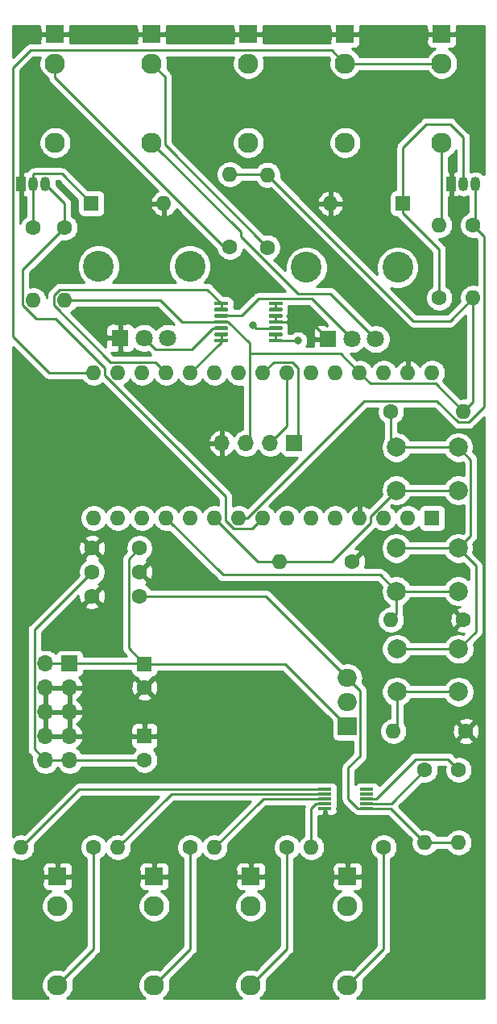
<source format=gbr>
%TF.GenerationSoftware,KiCad,Pcbnew,5.1.10-1.fc33*%
%TF.CreationDate,2021-10-13T17:20:41-04:00*%
%TF.ProjectId,vccg,76636367-2e6b-4696-9361-645f70636258,rev?*%
%TF.SameCoordinates,Original*%
%TF.FileFunction,Copper,L1,Top*%
%TF.FilePolarity,Positive*%
%FSLAX46Y46*%
G04 Gerber Fmt 4.6, Leading zero omitted, Abs format (unit mm)*
G04 Created by KiCad (PCBNEW 5.1.10-1.fc33) date 2021-10-13 17:20:41*
%MOMM*%
%LPD*%
G01*
G04 APERTURE LIST*
%TA.AperFunction,ComponentPad*%
%ADD10O,1.600000X1.600000*%
%TD*%
%TA.AperFunction,ComponentPad*%
%ADD11C,1.600000*%
%TD*%
%TA.AperFunction,ComponentPad*%
%ADD12C,2.130000*%
%TD*%
%TA.AperFunction,ComponentPad*%
%ADD13R,1.930000X1.830000*%
%TD*%
%TA.AperFunction,ComponentPad*%
%ADD14C,2.000000*%
%TD*%
%TA.AperFunction,ComponentPad*%
%ADD15O,1.700000X1.700000*%
%TD*%
%TA.AperFunction,ComponentPad*%
%ADD16R,1.700000X1.700000*%
%TD*%
%TA.AperFunction,SMDPad,CuDef*%
%ADD17R,1.400000X0.300000*%
%TD*%
%TA.AperFunction,ComponentPad*%
%ADD18O,2.000000X1.905000*%
%TD*%
%TA.AperFunction,ComponentPad*%
%ADD19R,2.000000X1.905000*%
%TD*%
%TA.AperFunction,ComponentPad*%
%ADD20C,3.240000*%
%TD*%
%TA.AperFunction,ComponentPad*%
%ADD21C,1.800000*%
%TD*%
%TA.AperFunction,ComponentPad*%
%ADD22R,1.800000X1.800000*%
%TD*%
%TA.AperFunction,ComponentPad*%
%ADD23R,1.050000X1.500000*%
%TD*%
%TA.AperFunction,ComponentPad*%
%ADD24O,1.050000X1.500000*%
%TD*%
%TA.AperFunction,ComponentPad*%
%ADD25R,1.600000X1.600000*%
%TD*%
%TA.AperFunction,ViaPad*%
%ADD26C,0.800000*%
%TD*%
%TA.AperFunction,Conductor*%
%ADD27C,0.250000*%
%TD*%
%TA.AperFunction,Conductor*%
%ADD28C,0.254000*%
%TD*%
%TA.AperFunction,Conductor*%
%ADD29C,0.100000*%
%TD*%
G04 APERTURE END LIST*
D10*
%TO.P,R19,2*%
%TO.N,+5V*%
X221742000Y-110490000D03*
D11*
%TO.P,R19,1*%
%TO.N,SCL*%
X221742000Y-102870000D03*
%TD*%
D10*
%TO.P,R18,2*%
%TO.N,+5V*%
X225298000Y-110490000D03*
D11*
%TO.P,R18,1*%
%TO.N,SDA*%
X225298000Y-102870000D03*
%TD*%
D12*
%TO.P,J2,T*%
%TO.N,Net-(J2-PadT)*%
X213360000Y-37054000D03*
D13*
%TO.P,J2,S*%
%TO.N,GND*%
X213360000Y-25654000D03*
D12*
%TO.P,J2,TN*%
%TO.N,defaultClock*%
X213360000Y-28754000D03*
%TD*%
%TO.P,J1,T*%
%TO.N,Net-(J1-PadT)*%
X223520000Y-37054000D03*
D13*
%TO.P,J1,S*%
%TO.N,GND*%
X223520000Y-25654000D03*
D12*
%TO.P,J1,TN*%
%TO.N,defaultClock*%
X223520000Y-28754000D03*
%TD*%
D14*
%TO.P,SW3,1*%
%TO.N,Net-(R14-Pad1)*%
X225250000Y-79610000D03*
%TO.P,SW3,2*%
%TO.N,is_minor*%
X225250000Y-84110000D03*
%TO.P,SW3,1*%
%TO.N,Net-(R14-Pad1)*%
X218750000Y-79610000D03*
%TO.P,SW3,2*%
%TO.N,is_minor*%
X218750000Y-84110000D03*
%TD*%
%TO.P,SW2,1*%
%TO.N,Net-(R14-Pad1)*%
X225298000Y-90170000D03*
%TO.P,SW2,2*%
%TO.N,key_down*%
X225298000Y-94670000D03*
%TO.P,SW2,1*%
%TO.N,Net-(R14-Pad1)*%
X218798000Y-90170000D03*
%TO.P,SW2,2*%
%TO.N,key_down*%
X218798000Y-94670000D03*
%TD*%
%TO.P,SW1,1*%
%TO.N,Net-(R14-Pad1)*%
X225250000Y-69028000D03*
%TO.P,SW1,2*%
%TO.N,key_up*%
X225250000Y-73528000D03*
%TO.P,SW1,1*%
%TO.N,Net-(R14-Pad1)*%
X218750000Y-69028000D03*
%TO.P,SW1,2*%
%TO.N,key_up*%
X218750000Y-73528000D03*
%TD*%
D10*
%TO.P,R17,2*%
%TO.N,is_minor*%
X218186000Y-87122000D03*
D11*
%TO.P,R17,1*%
%TO.N,GND*%
X225806000Y-87122000D03*
%TD*%
%TO.P,R16,1*%
%TO.N,GND*%
X226060000Y-98806000D03*
D10*
%TO.P,R16,2*%
%TO.N,key_down*%
X218440000Y-98806000D03*
%TD*%
%TO.P,R15,2*%
%TO.N,key_up*%
X206502000Y-81026000D03*
D11*
%TO.P,R15,1*%
%TO.N,GND*%
X214122000Y-81026000D03*
%TD*%
%TO.P,R14,1*%
%TO.N,Net-(R14-Pad1)*%
X218186000Y-65278000D03*
D10*
%TO.P,R14,2*%
%TO.N,+5V*%
X225806000Y-65278000D03*
%TD*%
D15*
%TO.P,J11,4*%
%TO.N,GND*%
X200406000Y-68580000D03*
%TO.P,J11,3*%
%TO.N,+5V*%
X202946000Y-68580000D03*
%TO.P,J11,2*%
%TO.N,SCL*%
X205486000Y-68580000D03*
D16*
%TO.P,J11,1*%
%TO.N,SDA*%
X208026000Y-68580000D03*
%TD*%
D10*
%TO.P,R13,2*%
%TO.N,+5V*%
X201250000Y-40380000D03*
D11*
%TO.P,R13,1*%
%TO.N,Net-(J4-PadTN)*%
X201250000Y-48000000D03*
%TD*%
D10*
%TO.P,R12,2*%
%TO.N,+5V*%
X205200000Y-40430000D03*
D11*
%TO.P,R12,1*%
%TO.N,Net-(J3-PadTN)*%
X205200000Y-48050000D03*
%TD*%
D15*
%TO.P,J6,10*%
%TO.N,-12V*%
X181864000Y-101854000D03*
%TO.P,J6,9*%
X184404000Y-101854000D03*
%TO.P,J6,8*%
%TO.N,GND*%
X181864000Y-99314000D03*
%TO.P,J6,7*%
X184404000Y-99314000D03*
%TO.P,J6,6*%
X181864000Y-96774000D03*
%TO.P,J6,5*%
X184404000Y-96774000D03*
%TO.P,J6,4*%
X181864000Y-94234000D03*
%TO.P,J6,3*%
X184404000Y-94234000D03*
%TO.P,J6,2*%
%TO.N,+12V*%
X181864000Y-91694000D03*
D16*
%TO.P,J6,1*%
X184404000Y-91694000D03*
%TD*%
D17*
%TO.P,U3,10*%
%TO.N,GND*%
X211250000Y-106900000D03*
%TO.P,U3,9*%
%TO.N,quant*%
X211250000Y-106400000D03*
%TO.P,U3,8*%
%TO.N,chord2*%
X211250000Y-105900000D03*
%TO.P,U3,7*%
%TO.N,chord1*%
X211250000Y-105400000D03*
%TO.P,U3,6*%
%TO.N,root*%
X211250000Y-104900000D03*
%TO.P,U3,5*%
%TO.N,N/C*%
X215650000Y-104900000D03*
%TO.P,U3,4*%
X215650000Y-105400000D03*
%TO.P,U3,3*%
%TO.N,SDA*%
X215650000Y-105900000D03*
%TO.P,U3,2*%
%TO.N,SCL*%
X215650000Y-106400000D03*
%TO.P,U3,1*%
%TO.N,+5V*%
X215650000Y-106900000D03*
%TD*%
D18*
%TO.P,U2,3*%
%TO.N,+5V*%
X213614000Y-93218000D03*
%TO.P,U2,2*%
%TO.N,GND*%
X213614000Y-95758000D03*
D19*
%TO.P,U2,1*%
%TO.N,+12V*%
X213614000Y-98298000D03*
%TD*%
%TO.P,U1,14*%
%TO.N,Net-(U1-Pad13)*%
%TA.AperFunction,SMDPad,CuDef*%
G36*
G01*
X205325000Y-54030000D02*
X205325000Y-53830000D01*
G75*
G02*
X205425000Y-53730000I100000J0D01*
G01*
X206700000Y-53730000D01*
G75*
G02*
X206800000Y-53830000I0J-100000D01*
G01*
X206800000Y-54030000D01*
G75*
G02*
X206700000Y-54130000I-100000J0D01*
G01*
X205425000Y-54130000D01*
G75*
G02*
X205325000Y-54030000I0J100000D01*
G01*
G37*
%TD.AperFunction*%
%TO.P,U1,13*%
%TA.AperFunction,SMDPad,CuDef*%
G36*
G01*
X205325000Y-54680000D02*
X205325000Y-54480000D01*
G75*
G02*
X205425000Y-54380000I100000J0D01*
G01*
X206700000Y-54380000D01*
G75*
G02*
X206800000Y-54480000I0J-100000D01*
G01*
X206800000Y-54680000D01*
G75*
G02*
X206700000Y-54780000I-100000J0D01*
G01*
X205425000Y-54780000D01*
G75*
G02*
X205325000Y-54680000I0J100000D01*
G01*
G37*
%TD.AperFunction*%
%TO.P,U1,12*%
%TO.N,GND*%
%TA.AperFunction,SMDPad,CuDef*%
G36*
G01*
X205325000Y-55330000D02*
X205325000Y-55130000D01*
G75*
G02*
X205425000Y-55030000I100000J0D01*
G01*
X206700000Y-55030000D01*
G75*
G02*
X206800000Y-55130000I0J-100000D01*
G01*
X206800000Y-55330000D01*
G75*
G02*
X206700000Y-55430000I-100000J0D01*
G01*
X205425000Y-55430000D01*
G75*
G02*
X205325000Y-55330000I0J100000D01*
G01*
G37*
%TD.AperFunction*%
%TO.P,U1,11*%
%TA.AperFunction,SMDPad,CuDef*%
G36*
G01*
X205325000Y-55980000D02*
X205325000Y-55780000D01*
G75*
G02*
X205425000Y-55680000I100000J0D01*
G01*
X206700000Y-55680000D01*
G75*
G02*
X206800000Y-55780000I0J-100000D01*
G01*
X206800000Y-55980000D01*
G75*
G02*
X206700000Y-56080000I-100000J0D01*
G01*
X205425000Y-56080000D01*
G75*
G02*
X205325000Y-55980000I0J100000D01*
G01*
G37*
%TD.AperFunction*%
%TO.P,U1,10*%
%TO.N,Net-(J5-PadT)*%
%TA.AperFunction,SMDPad,CuDef*%
G36*
G01*
X205325000Y-56630000D02*
X205325000Y-56430000D01*
G75*
G02*
X205425000Y-56330000I100000J0D01*
G01*
X206700000Y-56330000D01*
G75*
G02*
X206800000Y-56430000I0J-100000D01*
G01*
X206800000Y-56630000D01*
G75*
G02*
X206700000Y-56730000I-100000J0D01*
G01*
X205425000Y-56730000D01*
G75*
G02*
X205325000Y-56630000I0J100000D01*
G01*
G37*
%TD.AperFunction*%
%TO.P,U1,9*%
%TO.N,melody*%
%TA.AperFunction,SMDPad,CuDef*%
G36*
G01*
X205325000Y-57280000D02*
X205325000Y-57080000D01*
G75*
G02*
X205425000Y-56980000I100000J0D01*
G01*
X206700000Y-56980000D01*
G75*
G02*
X206800000Y-57080000I0J-100000D01*
G01*
X206800000Y-57280000D01*
G75*
G02*
X206700000Y-57380000I-100000J0D01*
G01*
X205425000Y-57380000D01*
G75*
G02*
X205325000Y-57280000I0J100000D01*
G01*
G37*
%TD.AperFunction*%
%TO.P,U1,8*%
%TA.AperFunction,SMDPad,CuDef*%
G36*
G01*
X205325000Y-57930000D02*
X205325000Y-57730000D01*
G75*
G02*
X205425000Y-57630000I100000J0D01*
G01*
X206700000Y-57630000D01*
G75*
G02*
X206800000Y-57730000I0J-100000D01*
G01*
X206800000Y-57930000D01*
G75*
G02*
X206700000Y-58030000I-100000J0D01*
G01*
X205425000Y-58030000D01*
G75*
G02*
X205325000Y-57930000I0J100000D01*
G01*
G37*
%TD.AperFunction*%
%TO.P,U1,7*%
%TO.N,octave*%
%TA.AperFunction,SMDPad,CuDef*%
G36*
G01*
X199600000Y-57930000D02*
X199600000Y-57730000D01*
G75*
G02*
X199700000Y-57630000I100000J0D01*
G01*
X200975000Y-57630000D01*
G75*
G02*
X201075000Y-57730000I0J-100000D01*
G01*
X201075000Y-57930000D01*
G75*
G02*
X200975000Y-58030000I-100000J0D01*
G01*
X199700000Y-58030000D01*
G75*
G02*
X199600000Y-57930000I0J100000D01*
G01*
G37*
%TD.AperFunction*%
%TO.P,U1,6*%
%TA.AperFunction,SMDPad,CuDef*%
G36*
G01*
X199600000Y-57280000D02*
X199600000Y-57080000D01*
G75*
G02*
X199700000Y-56980000I100000J0D01*
G01*
X200975000Y-56980000D01*
G75*
G02*
X201075000Y-57080000I0J-100000D01*
G01*
X201075000Y-57280000D01*
G75*
G02*
X200975000Y-57380000I-100000J0D01*
G01*
X199700000Y-57380000D01*
G75*
G02*
X199600000Y-57280000I0J100000D01*
G01*
G37*
%TD.AperFunction*%
%TO.P,U1,5*%
%TO.N,Net-(RV2-Pad2)*%
%TA.AperFunction,SMDPad,CuDef*%
G36*
G01*
X199600000Y-56630000D02*
X199600000Y-56430000D01*
G75*
G02*
X199700000Y-56330000I100000J0D01*
G01*
X200975000Y-56330000D01*
G75*
G02*
X201075000Y-56430000I0J-100000D01*
G01*
X201075000Y-56630000D01*
G75*
G02*
X200975000Y-56730000I-100000J0D01*
G01*
X199700000Y-56730000D01*
G75*
G02*
X199600000Y-56630000I0J100000D01*
G01*
G37*
%TD.AperFunction*%
%TO.P,U1,4*%
%TO.N,+5V*%
%TA.AperFunction,SMDPad,CuDef*%
G36*
G01*
X199600000Y-55980000D02*
X199600000Y-55780000D01*
G75*
G02*
X199700000Y-55680000I100000J0D01*
G01*
X200975000Y-55680000D01*
G75*
G02*
X201075000Y-55780000I0J-100000D01*
G01*
X201075000Y-55980000D01*
G75*
G02*
X200975000Y-56080000I-100000J0D01*
G01*
X199700000Y-56080000D01*
G75*
G02*
X199600000Y-55980000I0J100000D01*
G01*
G37*
%TD.AperFunction*%
%TO.P,U1,3*%
%TO.N,Net-(RV1-Pad2)*%
%TA.AperFunction,SMDPad,CuDef*%
G36*
G01*
X199600000Y-55330000D02*
X199600000Y-55130000D01*
G75*
G02*
X199700000Y-55030000I100000J0D01*
G01*
X200975000Y-55030000D01*
G75*
G02*
X201075000Y-55130000I0J-100000D01*
G01*
X201075000Y-55330000D01*
G75*
G02*
X200975000Y-55430000I-100000J0D01*
G01*
X199700000Y-55430000D01*
G75*
G02*
X199600000Y-55330000I0J100000D01*
G01*
G37*
%TD.AperFunction*%
%TO.P,U1,2*%
%TO.N,chord*%
%TA.AperFunction,SMDPad,CuDef*%
G36*
G01*
X199600000Y-54680000D02*
X199600000Y-54480000D01*
G75*
G02*
X199700000Y-54380000I100000J0D01*
G01*
X200975000Y-54380000D01*
G75*
G02*
X201075000Y-54480000I0J-100000D01*
G01*
X201075000Y-54680000D01*
G75*
G02*
X200975000Y-54780000I-100000J0D01*
G01*
X199700000Y-54780000D01*
G75*
G02*
X199600000Y-54680000I0J100000D01*
G01*
G37*
%TD.AperFunction*%
%TO.P,U1,1*%
%TA.AperFunction,SMDPad,CuDef*%
G36*
G01*
X199600000Y-54030000D02*
X199600000Y-53830000D01*
G75*
G02*
X199700000Y-53730000I100000J0D01*
G01*
X200975000Y-53730000D01*
G75*
G02*
X201075000Y-53830000I0J-100000D01*
G01*
X201075000Y-54030000D01*
G75*
G02*
X200975000Y-54130000I-100000J0D01*
G01*
X199700000Y-54130000D01*
G75*
G02*
X199600000Y-54030000I0J100000D01*
G01*
G37*
%TD.AperFunction*%
%TD*%
D20*
%TO.P,RV2,*%
%TO.N,*%
X187438000Y-50038000D03*
X197038000Y-50038000D03*
D21*
%TO.P,RV2,3*%
%TO.N,Net-(J4-PadT)*%
X194738000Y-57538000D03*
%TO.P,RV2,2*%
%TO.N,Net-(RV2-Pad2)*%
X192238000Y-57538000D03*
D22*
%TO.P,RV2,1*%
%TO.N,GND*%
X189738000Y-57538000D03*
%TD*%
D20*
%TO.P,RV1,*%
%TO.N,*%
X209282000Y-50158000D03*
X218882000Y-50158000D03*
D21*
%TO.P,RV1,3*%
%TO.N,Net-(J3-PadT)*%
X216582000Y-57658000D03*
%TO.P,RV1,2*%
%TO.N,Net-(RV1-Pad2)*%
X214082000Y-57658000D03*
D22*
%TO.P,RV1,1*%
%TO.N,GND*%
X211582000Y-57658000D03*
%TD*%
D10*
%TO.P,R11,2*%
%TO.N,quant*%
X209804000Y-110998000D03*
D11*
%TO.P,R11,1*%
%TO.N,Net-(J10-PadT)*%
X217424000Y-110998000D03*
%TD*%
D10*
%TO.P,R10,2*%
%TO.N,chord2*%
X199644000Y-110998000D03*
D11*
%TO.P,R10,1*%
%TO.N,Net-(J9-PadT)*%
X207264000Y-110998000D03*
%TD*%
D10*
%TO.P,R9,2*%
%TO.N,chord1*%
X189484000Y-110998000D03*
D11*
%TO.P,R9,1*%
%TO.N,Net-(J8-PadT)*%
X197104000Y-110998000D03*
%TD*%
D10*
%TO.P,R8,2*%
%TO.N,root*%
X179324000Y-110998000D03*
D11*
%TO.P,R8,1*%
%TO.N,Net-(J7-PadT)*%
X186944000Y-110998000D03*
%TD*%
D10*
%TO.P,R7,2*%
%TO.N,+5V*%
X183896000Y-53594000D03*
D11*
%TO.P,R7,1*%
%TO.N,chordClock*%
X183896000Y-45974000D03*
%TD*%
D10*
%TO.P,R6,2*%
%TO.N,+5V*%
X226822000Y-53340000D03*
D11*
%TO.P,R6,1*%
%TO.N,melodyClock*%
X226822000Y-45720000D03*
%TD*%
D10*
%TO.P,R2,2*%
%TO.N,Net-(J2-PadT)*%
X180594000Y-53594000D03*
D11*
%TO.P,R2,1*%
%TO.N,Net-(D2-Pad1)*%
X180594000Y-45974000D03*
%TD*%
D10*
%TO.P,R1,2*%
%TO.N,Net-(J1-PadT)*%
X223266000Y-45720000D03*
D11*
%TO.P,R1,1*%
%TO.N,Net-(D1-Pad1)*%
X223266000Y-53340000D03*
%TD*%
D23*
%TO.P,Q2,1*%
%TO.N,GND*%
X179324000Y-41402000D03*
D24*
%TO.P,Q2,3*%
%TO.N,chordClock*%
X181864000Y-41402000D03*
%TO.P,Q2,2*%
%TO.N,Net-(D2-Pad1)*%
X180594000Y-41402000D03*
%TD*%
D23*
%TO.P,Q1,1*%
%TO.N,GND*%
X224536000Y-41402000D03*
D24*
%TO.P,Q1,3*%
%TO.N,melodyClock*%
X227076000Y-41402000D03*
%TO.P,Q1,2*%
%TO.N,Net-(D1-Pad1)*%
X225806000Y-41402000D03*
%TD*%
D12*
%TO.P,J10,T*%
%TO.N,Net-(J10-PadT)*%
X213614000Y-125446000D03*
D13*
%TO.P,J10,S*%
%TO.N,GND*%
X213614000Y-114046000D03*
D12*
%TO.P,J10,TN*%
%TO.N,N/C*%
X213614000Y-117146000D03*
%TD*%
%TO.P,J9,T*%
%TO.N,Net-(J9-PadT)*%
X203454000Y-125446000D03*
D13*
%TO.P,J9,S*%
%TO.N,GND*%
X203454000Y-114046000D03*
D12*
%TO.P,J9,TN*%
%TO.N,N/C*%
X203454000Y-117146000D03*
%TD*%
%TO.P,J8,T*%
%TO.N,Net-(J8-PadT)*%
X193294000Y-125446000D03*
D13*
%TO.P,J8,S*%
%TO.N,GND*%
X193294000Y-114046000D03*
D12*
%TO.P,J8,TN*%
%TO.N,N/C*%
X193294000Y-117146000D03*
%TD*%
%TO.P,J7,T*%
%TO.N,Net-(J7-PadT)*%
X183134000Y-125446000D03*
D13*
%TO.P,J7,S*%
%TO.N,GND*%
X183134000Y-114046000D03*
D12*
%TO.P,J7,TN*%
%TO.N,N/C*%
X183134000Y-117146000D03*
%TD*%
%TO.P,J5,T*%
%TO.N,Net-(J5-PadT)*%
X203200000Y-37054000D03*
D13*
%TO.P,J5,S*%
%TO.N,GND*%
X203200000Y-25654000D03*
D12*
%TO.P,J5,TN*%
%TO.N,N/C*%
X203200000Y-28754000D03*
%TD*%
%TO.P,J4,T*%
%TO.N,Net-(J4-PadT)*%
X182880000Y-37054000D03*
D13*
%TO.P,J4,S*%
%TO.N,GND*%
X182880000Y-25654000D03*
D12*
%TO.P,J4,TN*%
%TO.N,Net-(J4-PadTN)*%
X182880000Y-28754000D03*
%TD*%
%TO.P,J3,T*%
%TO.N,Net-(J3-PadT)*%
X193040000Y-37054000D03*
D13*
%TO.P,J3,S*%
%TO.N,GND*%
X193040000Y-25654000D03*
D12*
%TO.P,J3,TN*%
%TO.N,Net-(J3-PadTN)*%
X193040000Y-28754000D03*
%TD*%
D10*
%TO.P,D2,2*%
%TO.N,GND*%
X194310000Y-43434000D03*
D25*
%TO.P,D2,1*%
%TO.N,Net-(D2-Pad1)*%
X186690000Y-43434000D03*
%TD*%
D10*
%TO.P,D1,2*%
%TO.N,GND*%
X211836000Y-43434000D03*
D25*
%TO.P,D1,1*%
%TO.N,Net-(D1-Pad1)*%
X219456000Y-43434000D03*
%TD*%
D11*
%TO.P,C4,2*%
%TO.N,-12V*%
X192278000Y-101814000D03*
D25*
%TO.P,C4,1*%
%TO.N,GND*%
X192278000Y-99314000D03*
%TD*%
D11*
%TO.P,C3,2*%
%TO.N,GND*%
X192278000Y-94234000D03*
D25*
%TO.P,C3,1*%
%TO.N,+12V*%
X192278000Y-91734000D03*
%TD*%
D10*
%TO.P,A1,16*%
%TO.N,defaultClock*%
X186944000Y-61214000D03*
%TO.P,A1,15*%
%TO.N,N/C*%
X186944000Y-76454000D03*
%TO.P,A1,30*%
X222504000Y-61214000D03*
%TO.P,A1,14*%
X189484000Y-76454000D03*
%TO.P,A1,29*%
%TO.N,GND*%
X219964000Y-61214000D03*
%TO.P,A1,13*%
%TO.N,N/C*%
X192024000Y-76454000D03*
%TO.P,A1,28*%
X217424000Y-61214000D03*
%TO.P,A1,12*%
%TO.N,is_minor*%
X194564000Y-76454000D03*
%TO.P,A1,27*%
%TO.N,+5V*%
X214884000Y-61214000D03*
%TO.P,A1,11*%
%TO.N,key_down*%
X197104000Y-76454000D03*
%TO.P,A1,26*%
%TO.N,N/C*%
X212344000Y-61214000D03*
%TO.P,A1,10*%
%TO.N,key_up*%
X199644000Y-76454000D03*
%TO.P,A1,25*%
%TO.N,N/C*%
X209804000Y-61214000D03*
%TO.P,A1,9*%
%TO.N,melodyClock*%
X202184000Y-76454000D03*
%TO.P,A1,24*%
%TO.N,SCL*%
X207264000Y-61214000D03*
%TO.P,A1,8*%
%TO.N,chordClock*%
X204724000Y-76454000D03*
%TO.P,A1,23*%
%TO.N,SDA*%
X204724000Y-61214000D03*
%TO.P,A1,7*%
%TO.N,N/C*%
X207264000Y-76454000D03*
%TO.P,A1,22*%
X202184000Y-61214000D03*
%TO.P,A1,6*%
X209804000Y-76454000D03*
%TO.P,A1,21*%
%TO.N,melody*%
X199644000Y-61214000D03*
%TO.P,A1,5*%
%TO.N,N/C*%
X212344000Y-76454000D03*
%TO.P,A1,20*%
%TO.N,octave*%
X197104000Y-61214000D03*
%TO.P,A1,4*%
%TO.N,GND*%
X214884000Y-76454000D03*
%TO.P,A1,19*%
%TO.N,chord*%
X194564000Y-61214000D03*
%TO.P,A1,3*%
%TO.N,N/C*%
X217424000Y-76454000D03*
%TO.P,A1,18*%
X192024000Y-61214000D03*
%TO.P,A1,2*%
X219964000Y-76454000D03*
%TO.P,A1,17*%
X189484000Y-61214000D03*
D25*
%TO.P,A1,1*%
X222504000Y-76454000D03*
%TD*%
D11*
%TO.P,C1,2*%
%TO.N,GND*%
X186750000Y-79600000D03*
%TO.P,C1,1*%
%TO.N,+12V*%
X191750000Y-79600000D03*
%TD*%
%TO.P,C2,1*%
%TO.N,GND*%
X191750000Y-82100000D03*
%TO.P,C2,2*%
%TO.N,-12V*%
X186750000Y-82100000D03*
%TD*%
%TO.P,C5,1*%
%TO.N,+5V*%
X191750000Y-84650000D03*
%TO.P,C5,2*%
%TO.N,GND*%
X186750000Y-84650000D03*
%TD*%
D26*
%TO.N,GND*%
X211900000Y-108500000D03*
%TO.N,melody*%
X208420000Y-57830000D03*
%TO.N,Net-(J5-PadT)*%
X203700000Y-56200000D03*
%TD*%
D27*
%TO.N,GND*%
X209804000Y-55880000D02*
X211582000Y-57658000D01*
X206062500Y-55880000D02*
X209804000Y-55880000D01*
X206062500Y-55230000D02*
X206062500Y-55880000D01*
X211250000Y-106900000D02*
X211250000Y-107850000D01*
X211250000Y-107850000D02*
X211900000Y-108500000D01*
%TO.N,+5V*%
X205150000Y-40380000D02*
X205200000Y-40430000D01*
X201250000Y-40380000D02*
X205150000Y-40380000D01*
X201075000Y-55880000D02*
X200337500Y-55880000D01*
X203309001Y-58114001D02*
X201075000Y-55880000D01*
X202946000Y-68580000D02*
X203309001Y-68216999D01*
X212860999Y-59190999D02*
X214884000Y-61214000D01*
X203309001Y-59190999D02*
X212860999Y-59190999D01*
X203309001Y-68216999D02*
X203309001Y-59190999D01*
X203309001Y-59190999D02*
X203309001Y-58114001D01*
X226822000Y-64262000D02*
X225806000Y-65278000D01*
X226822000Y-53340000D02*
X226822000Y-64262000D01*
X222867001Y-62339001D02*
X225806000Y-65278000D01*
X216009001Y-62339001D02*
X222867001Y-62339001D01*
X214884000Y-61214000D02*
X216009001Y-62339001D01*
X183896000Y-53594000D02*
X193894000Y-53594000D01*
X196180000Y-55880000D02*
X200337500Y-55880000D01*
X193894000Y-53594000D02*
X196180000Y-55880000D01*
X205200000Y-40430000D02*
X220550000Y-55780000D01*
X224382000Y-55780000D02*
X226822000Y-53340000D01*
X220550000Y-55780000D02*
X224382000Y-55780000D01*
X221742000Y-110490000D02*
X225298000Y-110490000D01*
X218152000Y-106900000D02*
X221742000Y-110490000D01*
X215650000Y-106900000D02*
X218152000Y-106900000D01*
X214939010Y-94543010D02*
X214939010Y-101410990D01*
X213614000Y-93218000D02*
X214939010Y-94543010D01*
X214939010Y-101410990D02*
X213700000Y-102650000D01*
X213700000Y-105900000D02*
X214700000Y-106900000D01*
X214700000Y-106900000D02*
X215650000Y-106900000D01*
X213700000Y-102650000D02*
X213700000Y-105900000D01*
X205046000Y-84650000D02*
X213614000Y-93218000D01*
X191750000Y-84650000D02*
X205046000Y-84650000D01*
%TO.N,melodyClock*%
X227076000Y-45466000D02*
X226822000Y-45720000D01*
X227076000Y-41402000D02*
X227076000Y-45466000D01*
X226346001Y-66403001D02*
X228000000Y-64749002D01*
X225265999Y-66403001D02*
X226346001Y-66403001D01*
X223015997Y-64152999D02*
X225265999Y-66403001D01*
X215359999Y-64152999D02*
X223015997Y-64152999D01*
X203058998Y-76454000D02*
X215359999Y-64152999D01*
X202184000Y-76454000D02*
X203058998Y-76454000D01*
X228000000Y-46898000D02*
X226822000Y-45720000D01*
X228000000Y-64749002D02*
X228000000Y-46898000D01*
%TO.N,SCL*%
X207264000Y-66802000D02*
X205486000Y-68580000D01*
X207264000Y-61214000D02*
X207264000Y-66802000D01*
X218212000Y-106400000D02*
X221742000Y-102870000D01*
X215650000Y-106400000D02*
X218212000Y-106400000D01*
%TO.N,chordClock*%
X183896000Y-43434000D02*
X181864000Y-41402000D01*
X183896000Y-45974000D02*
X183896000Y-43434000D01*
X188069001Y-61464003D02*
X188069001Y-60673999D01*
X200769001Y-76669001D02*
X200769001Y-74164003D01*
X201679001Y-77579001D02*
X200769001Y-76669001D01*
X188069001Y-60673999D02*
X182945002Y-55550000D01*
X203598999Y-77579001D02*
X201679001Y-77579001D01*
X200769001Y-74164003D02*
X188069001Y-61464003D01*
X204724000Y-76454000D02*
X203598999Y-77579001D01*
X179468999Y-50401001D02*
X183896000Y-45974000D01*
X179468999Y-54134001D02*
X179468999Y-50401001D01*
X180884998Y-55550000D02*
X179468999Y-54134001D01*
X182945002Y-55550000D02*
X180884998Y-55550000D01*
%TO.N,SDA*%
X208389001Y-60673999D02*
X208389001Y-68216999D01*
X208389001Y-68216999D02*
X208026000Y-68580000D01*
X207804001Y-60088999D02*
X208389001Y-60673999D01*
X205849001Y-60088999D02*
X207804001Y-60088999D01*
X204724000Y-61214000D02*
X205849001Y-60088999D01*
X220755001Y-101744999D02*
X224172999Y-101744999D01*
X216600000Y-105900000D02*
X220755001Y-101744999D01*
X224172999Y-101744999D02*
X225298000Y-102870000D01*
X215650000Y-105900000D02*
X216600000Y-105900000D01*
%TO.N,melody*%
X206062500Y-57180000D02*
X206062500Y-57830000D01*
X206062500Y-57830000D02*
X208420000Y-57830000D01*
%TO.N,octave*%
X200337500Y-57980500D02*
X200337500Y-57830000D01*
X197104000Y-61214000D02*
X200337500Y-57980500D01*
X200337500Y-57180000D02*
X200337500Y-57830000D01*
%TO.N,chord*%
X200337500Y-54580000D02*
X200337500Y-53930000D01*
X198876499Y-52468999D02*
X200337500Y-53930000D01*
X183355999Y-52468999D02*
X198876499Y-52468999D01*
X182770999Y-53053999D02*
X183355999Y-52468999D01*
X182770999Y-54134001D02*
X182770999Y-53053999D01*
X188725997Y-60088999D02*
X182770999Y-54134001D01*
X193438999Y-60088999D02*
X188725997Y-60088999D01*
X194564000Y-61214000D02*
X193438999Y-60088999D01*
%TO.N,+12V*%
X207050000Y-91734000D02*
X213614000Y-98298000D01*
X192278000Y-91734000D02*
X207050000Y-91734000D01*
X181864000Y-91694000D02*
X184404000Y-91694000D01*
X192238000Y-91694000D02*
X192278000Y-91734000D01*
X184404000Y-91694000D02*
X192238000Y-91694000D01*
X190624999Y-90080999D02*
X192278000Y-91734000D01*
X190624999Y-80725001D02*
X190624999Y-90080999D01*
X191750000Y-79600000D02*
X190624999Y-80725001D01*
%TO.N,-12V*%
X184444000Y-101814000D02*
X184404000Y-101854000D01*
X192278000Y-101814000D02*
X184444000Y-101814000D01*
X181864000Y-101854000D02*
X184404000Y-101854000D01*
X180688999Y-88161001D02*
X186750000Y-82100000D01*
X180688999Y-100678999D02*
X180688999Y-88161001D01*
X181864000Y-101854000D02*
X180688999Y-100678999D01*
%TO.N,Net-(D1-Pad1)*%
X223266000Y-48294000D02*
X223266000Y-53340000D01*
X219456000Y-44484000D02*
X223266000Y-48294000D01*
X219456000Y-43434000D02*
X219456000Y-44484000D01*
X219456000Y-43434000D02*
X219456000Y-37544000D01*
X219456000Y-37544000D02*
X221900000Y-35100000D01*
X221900000Y-35100000D02*
X224400000Y-35100000D01*
X225806000Y-36506000D02*
X225806000Y-41402000D01*
X224400000Y-35100000D02*
X225806000Y-36506000D01*
%TO.N,Net-(D2-Pad1)*%
X180594000Y-45974000D02*
X180594000Y-41402000D01*
X183582990Y-40326990D02*
X186690000Y-43434000D01*
X180669010Y-40326990D02*
X183582990Y-40326990D01*
X180594000Y-40402000D02*
X180669010Y-40326990D01*
X180594000Y-41402000D02*
X180594000Y-40402000D01*
%TO.N,Net-(J1-PadT)*%
X223520000Y-45466000D02*
X223266000Y-45720000D01*
X223520000Y-37054000D02*
X223520000Y-45466000D01*
%TO.N,Net-(J3-PadT)*%
X202375001Y-46890003D02*
X208384998Y-52900000D01*
X202375001Y-46389001D02*
X202375001Y-46890003D01*
X193040000Y-37054000D02*
X202375001Y-46389001D01*
X211824000Y-52900000D02*
X216582000Y-57658000D01*
X208384998Y-52900000D02*
X211824000Y-52900000D01*
%TO.N,Net-(J3-PadTN)*%
X194430001Y-37280001D02*
X205200000Y-48050000D01*
X194430001Y-30144001D02*
X194430001Y-37280001D01*
X193040000Y-28754000D02*
X194430001Y-30144001D01*
%TO.N,Net-(J4-PadTN)*%
X182880000Y-30260137D02*
X200619863Y-48000000D01*
X200619863Y-48000000D02*
X201250000Y-48000000D01*
X182880000Y-28754000D02*
X182880000Y-30260137D01*
%TO.N,Net-(J5-PadT)*%
X206062500Y-56530000D02*
X204030000Y-56530000D01*
X204030000Y-56530000D02*
X203700000Y-56200000D01*
%TO.N,Net-(J7-PadT)*%
X186944000Y-121636000D02*
X183134000Y-125446000D01*
X186944000Y-110998000D02*
X186944000Y-121636000D01*
%TO.N,Net-(J8-PadT)*%
X197104000Y-121636000D02*
X193294000Y-125446000D01*
X197104000Y-110998000D02*
X197104000Y-121636000D01*
%TO.N,Net-(J9-PadT)*%
X207264000Y-121636000D02*
X203454000Y-125446000D01*
X207264000Y-110998000D02*
X207264000Y-121636000D01*
%TO.N,Net-(J10-PadT)*%
X217424000Y-121636000D02*
X213614000Y-125446000D01*
X217424000Y-110998000D02*
X217424000Y-121636000D01*
%TO.N,Net-(U1-Pad13)*%
X206062500Y-53930000D02*
X206062500Y-54580000D01*
%TO.N,quant*%
X209804000Y-106896000D02*
X209804000Y-110998000D01*
X210300000Y-106400000D02*
X209804000Y-106896000D01*
X211250000Y-106400000D02*
X210300000Y-106400000D01*
%TO.N,chord2*%
X204742000Y-105900000D02*
X199644000Y-110998000D01*
X211250000Y-105900000D02*
X204742000Y-105900000D01*
%TO.N,chord1*%
X195082000Y-105400000D02*
X189484000Y-110998000D01*
X211250000Y-105400000D02*
X195082000Y-105400000D01*
%TO.N,root*%
X185422000Y-104900000D02*
X179324000Y-110998000D01*
X211250000Y-104900000D02*
X185422000Y-104900000D01*
%TO.N,defaultClock*%
X213360000Y-28754000D02*
X223520000Y-28754000D01*
X211969999Y-27363999D02*
X180286001Y-27363999D01*
X213360000Y-28754000D02*
X211969999Y-27363999D01*
X178473999Y-29176001D02*
X178473999Y-57423999D01*
X180286001Y-27363999D02*
X178473999Y-29176001D01*
X182264000Y-61214000D02*
X186944000Y-61214000D01*
X178473999Y-57423999D02*
X182264000Y-61214000D01*
%TO.N,is_minor*%
X218750000Y-84110000D02*
X225250000Y-84110000D01*
X218750000Y-86558000D02*
X218186000Y-87122000D01*
X218750000Y-84110000D02*
X218750000Y-86558000D01*
X194564000Y-76454000D02*
X200510000Y-82400000D01*
X217040000Y-82400000D02*
X218750000Y-84110000D01*
X200510000Y-82400000D02*
X217040000Y-82400000D01*
%TO.N,key_down*%
X218798000Y-94670000D02*
X225298000Y-94670000D01*
X218798000Y-98448000D02*
X218440000Y-98806000D01*
X218798000Y-94670000D02*
X218798000Y-98448000D01*
%TO.N,key_up*%
X218750000Y-73528000D02*
X225250000Y-73528000D01*
X204216000Y-81026000D02*
X206502000Y-81026000D01*
X199644000Y-76454000D02*
X204216000Y-81026000D01*
X211977002Y-81026000D02*
X206502000Y-81026000D01*
X216009001Y-76994001D02*
X211977002Y-81026000D01*
X216009001Y-76268999D02*
X216009001Y-76994001D01*
X218750000Y-73528000D02*
X216009001Y-76268999D01*
%TO.N,Net-(R14-Pad1)*%
X218186000Y-68464000D02*
X218750000Y-69028000D01*
X218186000Y-65278000D02*
X218186000Y-68464000D01*
X225250000Y-69028000D02*
X218750000Y-69028000D01*
X218750000Y-79610000D02*
X225250000Y-79610000D01*
X218798000Y-90170000D02*
X225298000Y-90170000D01*
X226575001Y-70353001D02*
X225250000Y-69028000D01*
X226575001Y-78284999D02*
X226575001Y-70353001D01*
X225250000Y-79610000D02*
X226575001Y-78284999D01*
X225298000Y-90170000D02*
X227118000Y-88350000D01*
X227118000Y-81478000D02*
X225250000Y-79610000D01*
X227118000Y-88350000D02*
X227118000Y-81478000D01*
%TO.N,Net-(RV1-Pad2)*%
X200337500Y-55230000D02*
X202470000Y-55230000D01*
X209828990Y-53404990D02*
X214082000Y-57658000D01*
X204295010Y-53404990D02*
X209828990Y-53404990D01*
X202470000Y-55230000D02*
X204295010Y-53404990D01*
%TO.N,Net-(RV2-Pad2)*%
X197236999Y-58763001D02*
X199470000Y-56530000D01*
X193463001Y-58763001D02*
X197236999Y-58763001D01*
X199470000Y-56530000D02*
X200337500Y-56530000D01*
X192238000Y-57538000D02*
X193463001Y-58763001D01*
%TD*%
D28*
%TO.N,GND*%
X209054997Y-106747015D02*
X209044000Y-106858668D01*
X209044000Y-106858678D01*
X209040324Y-106896000D01*
X209044000Y-106933323D01*
X209044001Y-109779956D01*
X208889241Y-109883363D01*
X208689363Y-110083241D01*
X208534000Y-110315759D01*
X208378637Y-110083241D01*
X208178759Y-109883363D01*
X207943727Y-109726320D01*
X207682574Y-109618147D01*
X207405335Y-109563000D01*
X207122665Y-109563000D01*
X206845426Y-109618147D01*
X206584273Y-109726320D01*
X206349241Y-109883363D01*
X206149363Y-110083241D01*
X205992320Y-110318273D01*
X205884147Y-110579426D01*
X205829000Y-110856665D01*
X205829000Y-111139335D01*
X205884147Y-111416574D01*
X205992320Y-111677727D01*
X206149363Y-111912759D01*
X206349241Y-112112637D01*
X206504000Y-112216043D01*
X206504001Y-121321197D01*
X203995125Y-123830074D01*
X203949872Y-123811330D01*
X203621435Y-123746000D01*
X203286565Y-123746000D01*
X202958128Y-123811330D01*
X202648748Y-123939479D01*
X202370313Y-124125523D01*
X202133523Y-124362313D01*
X201947479Y-124640748D01*
X201819330Y-124950128D01*
X201754000Y-125278565D01*
X201754000Y-125613435D01*
X201819330Y-125941872D01*
X201947479Y-126251252D01*
X202133523Y-126529687D01*
X202370313Y-126766477D01*
X202492321Y-126848000D01*
X194255679Y-126848000D01*
X194377687Y-126766477D01*
X194614477Y-126529687D01*
X194800521Y-126251252D01*
X194928670Y-125941872D01*
X194994000Y-125613435D01*
X194994000Y-125278565D01*
X194928670Y-124950128D01*
X194909926Y-124904875D01*
X197615003Y-122199799D01*
X197644001Y-122176001D01*
X197738974Y-122060276D01*
X197809546Y-121928247D01*
X197853003Y-121784986D01*
X197864000Y-121673333D01*
X197864000Y-121673325D01*
X197867676Y-121636000D01*
X197864000Y-121598675D01*
X197864000Y-116978565D01*
X201754000Y-116978565D01*
X201754000Y-117313435D01*
X201819330Y-117641872D01*
X201947479Y-117951252D01*
X202133523Y-118229687D01*
X202370313Y-118466477D01*
X202648748Y-118652521D01*
X202958128Y-118780670D01*
X203286565Y-118846000D01*
X203621435Y-118846000D01*
X203949872Y-118780670D01*
X204259252Y-118652521D01*
X204537687Y-118466477D01*
X204774477Y-118229687D01*
X204960521Y-117951252D01*
X205088670Y-117641872D01*
X205154000Y-117313435D01*
X205154000Y-116978565D01*
X205088670Y-116650128D01*
X204960521Y-116340748D01*
X204774477Y-116062313D01*
X204537687Y-115825523D01*
X204259252Y-115639479D01*
X204158860Y-115597895D01*
X204419000Y-115599072D01*
X204543482Y-115586812D01*
X204663180Y-115550502D01*
X204773494Y-115491537D01*
X204870185Y-115412185D01*
X204949537Y-115315494D01*
X205008502Y-115205180D01*
X205044812Y-115085482D01*
X205057072Y-114961000D01*
X205054000Y-114331750D01*
X204895250Y-114173000D01*
X203581000Y-114173000D01*
X203581000Y-114193000D01*
X203327000Y-114193000D01*
X203327000Y-114173000D01*
X202012750Y-114173000D01*
X201854000Y-114331750D01*
X201850928Y-114961000D01*
X201863188Y-115085482D01*
X201899498Y-115205180D01*
X201958463Y-115315494D01*
X202037815Y-115412185D01*
X202134506Y-115491537D01*
X202244820Y-115550502D01*
X202364518Y-115586812D01*
X202489000Y-115599072D01*
X202749140Y-115597895D01*
X202648748Y-115639479D01*
X202370313Y-115825523D01*
X202133523Y-116062313D01*
X201947479Y-116340748D01*
X201819330Y-116650128D01*
X201754000Y-116978565D01*
X197864000Y-116978565D01*
X197864000Y-113131000D01*
X201850928Y-113131000D01*
X201854000Y-113760250D01*
X202012750Y-113919000D01*
X203327000Y-113919000D01*
X203327000Y-112654750D01*
X203581000Y-112654750D01*
X203581000Y-113919000D01*
X204895250Y-113919000D01*
X205054000Y-113760250D01*
X205057072Y-113131000D01*
X205044812Y-113006518D01*
X205008502Y-112886820D01*
X204949537Y-112776506D01*
X204870185Y-112679815D01*
X204773494Y-112600463D01*
X204663180Y-112541498D01*
X204543482Y-112505188D01*
X204419000Y-112492928D01*
X203739750Y-112496000D01*
X203581000Y-112654750D01*
X203327000Y-112654750D01*
X203168250Y-112496000D01*
X202489000Y-112492928D01*
X202364518Y-112505188D01*
X202244820Y-112541498D01*
X202134506Y-112600463D01*
X202037815Y-112679815D01*
X201958463Y-112776506D01*
X201899498Y-112886820D01*
X201863188Y-113006518D01*
X201850928Y-113131000D01*
X197864000Y-113131000D01*
X197864000Y-112216043D01*
X198018759Y-112112637D01*
X198218637Y-111912759D01*
X198374000Y-111680241D01*
X198529363Y-111912759D01*
X198729241Y-112112637D01*
X198964273Y-112269680D01*
X199225426Y-112377853D01*
X199502665Y-112433000D01*
X199785335Y-112433000D01*
X200062574Y-112377853D01*
X200323727Y-112269680D01*
X200558759Y-112112637D01*
X200758637Y-111912759D01*
X200915680Y-111677727D01*
X201023853Y-111416574D01*
X201079000Y-111139335D01*
X201079000Y-110856665D01*
X201042688Y-110674113D01*
X205056802Y-106660000D01*
X209081392Y-106660000D01*
X209054997Y-106747015D01*
%TA.AperFunction,Conductor*%
D29*
G36*
X209054997Y-106747015D02*
G01*
X209044000Y-106858668D01*
X209044000Y-106858678D01*
X209040324Y-106896000D01*
X209044000Y-106933323D01*
X209044001Y-109779956D01*
X208889241Y-109883363D01*
X208689363Y-110083241D01*
X208534000Y-110315759D01*
X208378637Y-110083241D01*
X208178759Y-109883363D01*
X207943727Y-109726320D01*
X207682574Y-109618147D01*
X207405335Y-109563000D01*
X207122665Y-109563000D01*
X206845426Y-109618147D01*
X206584273Y-109726320D01*
X206349241Y-109883363D01*
X206149363Y-110083241D01*
X205992320Y-110318273D01*
X205884147Y-110579426D01*
X205829000Y-110856665D01*
X205829000Y-111139335D01*
X205884147Y-111416574D01*
X205992320Y-111677727D01*
X206149363Y-111912759D01*
X206349241Y-112112637D01*
X206504000Y-112216043D01*
X206504001Y-121321197D01*
X203995125Y-123830074D01*
X203949872Y-123811330D01*
X203621435Y-123746000D01*
X203286565Y-123746000D01*
X202958128Y-123811330D01*
X202648748Y-123939479D01*
X202370313Y-124125523D01*
X202133523Y-124362313D01*
X201947479Y-124640748D01*
X201819330Y-124950128D01*
X201754000Y-125278565D01*
X201754000Y-125613435D01*
X201819330Y-125941872D01*
X201947479Y-126251252D01*
X202133523Y-126529687D01*
X202370313Y-126766477D01*
X202492321Y-126848000D01*
X194255679Y-126848000D01*
X194377687Y-126766477D01*
X194614477Y-126529687D01*
X194800521Y-126251252D01*
X194928670Y-125941872D01*
X194994000Y-125613435D01*
X194994000Y-125278565D01*
X194928670Y-124950128D01*
X194909926Y-124904875D01*
X197615003Y-122199799D01*
X197644001Y-122176001D01*
X197738974Y-122060276D01*
X197809546Y-121928247D01*
X197853003Y-121784986D01*
X197864000Y-121673333D01*
X197864000Y-121673325D01*
X197867676Y-121636000D01*
X197864000Y-121598675D01*
X197864000Y-116978565D01*
X201754000Y-116978565D01*
X201754000Y-117313435D01*
X201819330Y-117641872D01*
X201947479Y-117951252D01*
X202133523Y-118229687D01*
X202370313Y-118466477D01*
X202648748Y-118652521D01*
X202958128Y-118780670D01*
X203286565Y-118846000D01*
X203621435Y-118846000D01*
X203949872Y-118780670D01*
X204259252Y-118652521D01*
X204537687Y-118466477D01*
X204774477Y-118229687D01*
X204960521Y-117951252D01*
X205088670Y-117641872D01*
X205154000Y-117313435D01*
X205154000Y-116978565D01*
X205088670Y-116650128D01*
X204960521Y-116340748D01*
X204774477Y-116062313D01*
X204537687Y-115825523D01*
X204259252Y-115639479D01*
X204158860Y-115597895D01*
X204419000Y-115599072D01*
X204543482Y-115586812D01*
X204663180Y-115550502D01*
X204773494Y-115491537D01*
X204870185Y-115412185D01*
X204949537Y-115315494D01*
X205008502Y-115205180D01*
X205044812Y-115085482D01*
X205057072Y-114961000D01*
X205054000Y-114331750D01*
X204895250Y-114173000D01*
X203581000Y-114173000D01*
X203581000Y-114193000D01*
X203327000Y-114193000D01*
X203327000Y-114173000D01*
X202012750Y-114173000D01*
X201854000Y-114331750D01*
X201850928Y-114961000D01*
X201863188Y-115085482D01*
X201899498Y-115205180D01*
X201958463Y-115315494D01*
X202037815Y-115412185D01*
X202134506Y-115491537D01*
X202244820Y-115550502D01*
X202364518Y-115586812D01*
X202489000Y-115599072D01*
X202749140Y-115597895D01*
X202648748Y-115639479D01*
X202370313Y-115825523D01*
X202133523Y-116062313D01*
X201947479Y-116340748D01*
X201819330Y-116650128D01*
X201754000Y-116978565D01*
X197864000Y-116978565D01*
X197864000Y-113131000D01*
X201850928Y-113131000D01*
X201854000Y-113760250D01*
X202012750Y-113919000D01*
X203327000Y-113919000D01*
X203327000Y-112654750D01*
X203581000Y-112654750D01*
X203581000Y-113919000D01*
X204895250Y-113919000D01*
X205054000Y-113760250D01*
X205057072Y-113131000D01*
X205044812Y-113006518D01*
X205008502Y-112886820D01*
X204949537Y-112776506D01*
X204870185Y-112679815D01*
X204773494Y-112600463D01*
X204663180Y-112541498D01*
X204543482Y-112505188D01*
X204419000Y-112492928D01*
X203739750Y-112496000D01*
X203581000Y-112654750D01*
X203327000Y-112654750D01*
X203168250Y-112496000D01*
X202489000Y-112492928D01*
X202364518Y-112505188D01*
X202244820Y-112541498D01*
X202134506Y-112600463D01*
X202037815Y-112679815D01*
X201958463Y-112776506D01*
X201899498Y-112886820D01*
X201863188Y-113006518D01*
X201850928Y-113131000D01*
X197864000Y-113131000D01*
X197864000Y-112216043D01*
X198018759Y-112112637D01*
X198218637Y-111912759D01*
X198374000Y-111680241D01*
X198529363Y-111912759D01*
X198729241Y-112112637D01*
X198964273Y-112269680D01*
X199225426Y-112377853D01*
X199502665Y-112433000D01*
X199785335Y-112433000D01*
X200062574Y-112377853D01*
X200323727Y-112269680D01*
X200558759Y-112112637D01*
X200758637Y-111912759D01*
X200915680Y-111677727D01*
X201023853Y-111416574D01*
X201079000Y-111139335D01*
X201079000Y-110856665D01*
X201042688Y-110674113D01*
X205056802Y-106660000D01*
X209081392Y-106660000D01*
X209054997Y-106747015D01*
G37*
%TD.AperFunction*%
D28*
X189807887Y-109599312D02*
X189625335Y-109563000D01*
X189342665Y-109563000D01*
X189065426Y-109618147D01*
X188804273Y-109726320D01*
X188569241Y-109883363D01*
X188369363Y-110083241D01*
X188214000Y-110315759D01*
X188058637Y-110083241D01*
X187858759Y-109883363D01*
X187623727Y-109726320D01*
X187362574Y-109618147D01*
X187085335Y-109563000D01*
X186802665Y-109563000D01*
X186525426Y-109618147D01*
X186264273Y-109726320D01*
X186029241Y-109883363D01*
X185829363Y-110083241D01*
X185672320Y-110318273D01*
X185564147Y-110579426D01*
X185509000Y-110856665D01*
X185509000Y-111139335D01*
X185564147Y-111416574D01*
X185672320Y-111677727D01*
X185829363Y-111912759D01*
X186029241Y-112112637D01*
X186184000Y-112216043D01*
X186184001Y-121321197D01*
X183675125Y-123830074D01*
X183629872Y-123811330D01*
X183301435Y-123746000D01*
X182966565Y-123746000D01*
X182638128Y-123811330D01*
X182328748Y-123939479D01*
X182050313Y-124125523D01*
X181813523Y-124362313D01*
X181627479Y-124640748D01*
X181499330Y-124950128D01*
X181434000Y-125278565D01*
X181434000Y-125613435D01*
X181499330Y-125941872D01*
X181627479Y-126251252D01*
X181813523Y-126529687D01*
X182050313Y-126766477D01*
X182172321Y-126848000D01*
X178460000Y-126848000D01*
X178460000Y-116978565D01*
X181434000Y-116978565D01*
X181434000Y-117313435D01*
X181499330Y-117641872D01*
X181627479Y-117951252D01*
X181813523Y-118229687D01*
X182050313Y-118466477D01*
X182328748Y-118652521D01*
X182638128Y-118780670D01*
X182966565Y-118846000D01*
X183301435Y-118846000D01*
X183629872Y-118780670D01*
X183939252Y-118652521D01*
X184217687Y-118466477D01*
X184454477Y-118229687D01*
X184640521Y-117951252D01*
X184768670Y-117641872D01*
X184834000Y-117313435D01*
X184834000Y-116978565D01*
X184768670Y-116650128D01*
X184640521Y-116340748D01*
X184454477Y-116062313D01*
X184217687Y-115825523D01*
X183939252Y-115639479D01*
X183838860Y-115597895D01*
X184099000Y-115599072D01*
X184223482Y-115586812D01*
X184343180Y-115550502D01*
X184453494Y-115491537D01*
X184550185Y-115412185D01*
X184629537Y-115315494D01*
X184688502Y-115205180D01*
X184724812Y-115085482D01*
X184737072Y-114961000D01*
X184734000Y-114331750D01*
X184575250Y-114173000D01*
X183261000Y-114173000D01*
X183261000Y-114193000D01*
X183007000Y-114193000D01*
X183007000Y-114173000D01*
X181692750Y-114173000D01*
X181534000Y-114331750D01*
X181530928Y-114961000D01*
X181543188Y-115085482D01*
X181579498Y-115205180D01*
X181638463Y-115315494D01*
X181717815Y-115412185D01*
X181814506Y-115491537D01*
X181924820Y-115550502D01*
X182044518Y-115586812D01*
X182169000Y-115599072D01*
X182429140Y-115597895D01*
X182328748Y-115639479D01*
X182050313Y-115825523D01*
X181813523Y-116062313D01*
X181627479Y-116340748D01*
X181499330Y-116650128D01*
X181434000Y-116978565D01*
X178460000Y-116978565D01*
X178460000Y-113131000D01*
X181530928Y-113131000D01*
X181534000Y-113760250D01*
X181692750Y-113919000D01*
X183007000Y-113919000D01*
X183007000Y-112654750D01*
X183261000Y-112654750D01*
X183261000Y-113919000D01*
X184575250Y-113919000D01*
X184734000Y-113760250D01*
X184737072Y-113131000D01*
X184724812Y-113006518D01*
X184688502Y-112886820D01*
X184629537Y-112776506D01*
X184550185Y-112679815D01*
X184453494Y-112600463D01*
X184343180Y-112541498D01*
X184223482Y-112505188D01*
X184099000Y-112492928D01*
X183419750Y-112496000D01*
X183261000Y-112654750D01*
X183007000Y-112654750D01*
X182848250Y-112496000D01*
X182169000Y-112492928D01*
X182044518Y-112505188D01*
X181924820Y-112541498D01*
X181814506Y-112600463D01*
X181717815Y-112679815D01*
X181638463Y-112776506D01*
X181579498Y-112886820D01*
X181543188Y-113006518D01*
X181530928Y-113131000D01*
X178460000Y-113131000D01*
X178460000Y-112146553D01*
X178644273Y-112269680D01*
X178905426Y-112377853D01*
X179182665Y-112433000D01*
X179465335Y-112433000D01*
X179742574Y-112377853D01*
X180003727Y-112269680D01*
X180238759Y-112112637D01*
X180438637Y-111912759D01*
X180595680Y-111677727D01*
X180703853Y-111416574D01*
X180759000Y-111139335D01*
X180759000Y-110856665D01*
X180722688Y-110674113D01*
X185736802Y-105660000D01*
X193747198Y-105660000D01*
X189807887Y-109599312D01*
%TA.AperFunction,Conductor*%
D29*
G36*
X189807887Y-109599312D02*
G01*
X189625335Y-109563000D01*
X189342665Y-109563000D01*
X189065426Y-109618147D01*
X188804273Y-109726320D01*
X188569241Y-109883363D01*
X188369363Y-110083241D01*
X188214000Y-110315759D01*
X188058637Y-110083241D01*
X187858759Y-109883363D01*
X187623727Y-109726320D01*
X187362574Y-109618147D01*
X187085335Y-109563000D01*
X186802665Y-109563000D01*
X186525426Y-109618147D01*
X186264273Y-109726320D01*
X186029241Y-109883363D01*
X185829363Y-110083241D01*
X185672320Y-110318273D01*
X185564147Y-110579426D01*
X185509000Y-110856665D01*
X185509000Y-111139335D01*
X185564147Y-111416574D01*
X185672320Y-111677727D01*
X185829363Y-111912759D01*
X186029241Y-112112637D01*
X186184000Y-112216043D01*
X186184001Y-121321197D01*
X183675125Y-123830074D01*
X183629872Y-123811330D01*
X183301435Y-123746000D01*
X182966565Y-123746000D01*
X182638128Y-123811330D01*
X182328748Y-123939479D01*
X182050313Y-124125523D01*
X181813523Y-124362313D01*
X181627479Y-124640748D01*
X181499330Y-124950128D01*
X181434000Y-125278565D01*
X181434000Y-125613435D01*
X181499330Y-125941872D01*
X181627479Y-126251252D01*
X181813523Y-126529687D01*
X182050313Y-126766477D01*
X182172321Y-126848000D01*
X178460000Y-126848000D01*
X178460000Y-116978565D01*
X181434000Y-116978565D01*
X181434000Y-117313435D01*
X181499330Y-117641872D01*
X181627479Y-117951252D01*
X181813523Y-118229687D01*
X182050313Y-118466477D01*
X182328748Y-118652521D01*
X182638128Y-118780670D01*
X182966565Y-118846000D01*
X183301435Y-118846000D01*
X183629872Y-118780670D01*
X183939252Y-118652521D01*
X184217687Y-118466477D01*
X184454477Y-118229687D01*
X184640521Y-117951252D01*
X184768670Y-117641872D01*
X184834000Y-117313435D01*
X184834000Y-116978565D01*
X184768670Y-116650128D01*
X184640521Y-116340748D01*
X184454477Y-116062313D01*
X184217687Y-115825523D01*
X183939252Y-115639479D01*
X183838860Y-115597895D01*
X184099000Y-115599072D01*
X184223482Y-115586812D01*
X184343180Y-115550502D01*
X184453494Y-115491537D01*
X184550185Y-115412185D01*
X184629537Y-115315494D01*
X184688502Y-115205180D01*
X184724812Y-115085482D01*
X184737072Y-114961000D01*
X184734000Y-114331750D01*
X184575250Y-114173000D01*
X183261000Y-114173000D01*
X183261000Y-114193000D01*
X183007000Y-114193000D01*
X183007000Y-114173000D01*
X181692750Y-114173000D01*
X181534000Y-114331750D01*
X181530928Y-114961000D01*
X181543188Y-115085482D01*
X181579498Y-115205180D01*
X181638463Y-115315494D01*
X181717815Y-115412185D01*
X181814506Y-115491537D01*
X181924820Y-115550502D01*
X182044518Y-115586812D01*
X182169000Y-115599072D01*
X182429140Y-115597895D01*
X182328748Y-115639479D01*
X182050313Y-115825523D01*
X181813523Y-116062313D01*
X181627479Y-116340748D01*
X181499330Y-116650128D01*
X181434000Y-116978565D01*
X178460000Y-116978565D01*
X178460000Y-113131000D01*
X181530928Y-113131000D01*
X181534000Y-113760250D01*
X181692750Y-113919000D01*
X183007000Y-113919000D01*
X183007000Y-112654750D01*
X183261000Y-112654750D01*
X183261000Y-113919000D01*
X184575250Y-113919000D01*
X184734000Y-113760250D01*
X184737072Y-113131000D01*
X184724812Y-113006518D01*
X184688502Y-112886820D01*
X184629537Y-112776506D01*
X184550185Y-112679815D01*
X184453494Y-112600463D01*
X184343180Y-112541498D01*
X184223482Y-112505188D01*
X184099000Y-112492928D01*
X183419750Y-112496000D01*
X183261000Y-112654750D01*
X183007000Y-112654750D01*
X182848250Y-112496000D01*
X182169000Y-112492928D01*
X182044518Y-112505188D01*
X181924820Y-112541498D01*
X181814506Y-112600463D01*
X181717815Y-112679815D01*
X181638463Y-112776506D01*
X181579498Y-112886820D01*
X181543188Y-113006518D01*
X181530928Y-113131000D01*
X178460000Y-113131000D01*
X178460000Y-112146553D01*
X178644273Y-112269680D01*
X178905426Y-112377853D01*
X179182665Y-112433000D01*
X179465335Y-112433000D01*
X179742574Y-112377853D01*
X180003727Y-112269680D01*
X180238759Y-112112637D01*
X180438637Y-111912759D01*
X180595680Y-111677727D01*
X180703853Y-111416574D01*
X180759000Y-111139335D01*
X180759000Y-110856665D01*
X180722688Y-110674113D01*
X185736802Y-105660000D01*
X193747198Y-105660000D01*
X189807887Y-109599312D01*
G37*
%TD.AperFunction*%
D28*
X181700200Y-61725002D02*
X181723999Y-61754001D01*
X181839724Y-61848974D01*
X181971753Y-61919546D01*
X182115014Y-61963003D01*
X182226667Y-61974000D01*
X182226677Y-61974000D01*
X182264000Y-61977676D01*
X182301323Y-61974000D01*
X185725957Y-61974000D01*
X185829363Y-62128759D01*
X186029241Y-62328637D01*
X186264273Y-62485680D01*
X186525426Y-62593853D01*
X186802665Y-62649000D01*
X187085335Y-62649000D01*
X187362574Y-62593853D01*
X187623727Y-62485680D01*
X187858759Y-62328637D01*
X187858796Y-62328600D01*
X200009002Y-74478806D01*
X200009002Y-75063491D01*
X199785335Y-75019000D01*
X199502665Y-75019000D01*
X199225426Y-75074147D01*
X198964273Y-75182320D01*
X198729241Y-75339363D01*
X198529363Y-75539241D01*
X198374000Y-75771759D01*
X198218637Y-75539241D01*
X198018759Y-75339363D01*
X197783727Y-75182320D01*
X197522574Y-75074147D01*
X197245335Y-75019000D01*
X196962665Y-75019000D01*
X196685426Y-75074147D01*
X196424273Y-75182320D01*
X196189241Y-75339363D01*
X195989363Y-75539241D01*
X195834000Y-75771759D01*
X195678637Y-75539241D01*
X195478759Y-75339363D01*
X195243727Y-75182320D01*
X194982574Y-75074147D01*
X194705335Y-75019000D01*
X194422665Y-75019000D01*
X194145426Y-75074147D01*
X193884273Y-75182320D01*
X193649241Y-75339363D01*
X193449363Y-75539241D01*
X193294000Y-75771759D01*
X193138637Y-75539241D01*
X192938759Y-75339363D01*
X192703727Y-75182320D01*
X192442574Y-75074147D01*
X192165335Y-75019000D01*
X191882665Y-75019000D01*
X191605426Y-75074147D01*
X191344273Y-75182320D01*
X191109241Y-75339363D01*
X190909363Y-75539241D01*
X190754000Y-75771759D01*
X190598637Y-75539241D01*
X190398759Y-75339363D01*
X190163727Y-75182320D01*
X189902574Y-75074147D01*
X189625335Y-75019000D01*
X189342665Y-75019000D01*
X189065426Y-75074147D01*
X188804273Y-75182320D01*
X188569241Y-75339363D01*
X188369363Y-75539241D01*
X188214000Y-75771759D01*
X188058637Y-75539241D01*
X187858759Y-75339363D01*
X187623727Y-75182320D01*
X187362574Y-75074147D01*
X187085335Y-75019000D01*
X186802665Y-75019000D01*
X186525426Y-75074147D01*
X186264273Y-75182320D01*
X186029241Y-75339363D01*
X185829363Y-75539241D01*
X185672320Y-75774273D01*
X185564147Y-76035426D01*
X185509000Y-76312665D01*
X185509000Y-76595335D01*
X185564147Y-76872574D01*
X185672320Y-77133727D01*
X185829363Y-77368759D01*
X186029241Y-77568637D01*
X186264273Y-77725680D01*
X186525426Y-77833853D01*
X186802665Y-77889000D01*
X187085335Y-77889000D01*
X187362574Y-77833853D01*
X187623727Y-77725680D01*
X187858759Y-77568637D01*
X188058637Y-77368759D01*
X188214000Y-77136241D01*
X188369363Y-77368759D01*
X188569241Y-77568637D01*
X188804273Y-77725680D01*
X189065426Y-77833853D01*
X189342665Y-77889000D01*
X189625335Y-77889000D01*
X189902574Y-77833853D01*
X190163727Y-77725680D01*
X190398759Y-77568637D01*
X190598637Y-77368759D01*
X190754000Y-77136241D01*
X190909363Y-77368759D01*
X191109241Y-77568637D01*
X191344273Y-77725680D01*
X191605426Y-77833853D01*
X191882665Y-77889000D01*
X192165335Y-77889000D01*
X192442574Y-77833853D01*
X192703727Y-77725680D01*
X192938759Y-77568637D01*
X193138637Y-77368759D01*
X193294000Y-77136241D01*
X193449363Y-77368759D01*
X193649241Y-77568637D01*
X193884273Y-77725680D01*
X194145426Y-77833853D01*
X194422665Y-77889000D01*
X194705335Y-77889000D01*
X194887887Y-77852688D01*
X199946200Y-82911002D01*
X199969999Y-82940001D01*
X200085724Y-83034974D01*
X200217753Y-83105546D01*
X200361014Y-83149003D01*
X200472667Y-83160000D01*
X200472677Y-83160000D01*
X200510000Y-83163676D01*
X200547323Y-83160000D01*
X216725199Y-83160000D01*
X217183823Y-83618624D01*
X217177832Y-83633088D01*
X217115000Y-83948967D01*
X217115000Y-84271033D01*
X217177832Y-84586912D01*
X217301082Y-84884463D01*
X217480013Y-85152252D01*
X217707748Y-85379987D01*
X217975537Y-85558918D01*
X217990001Y-85564909D01*
X217990001Y-85697874D01*
X217767426Y-85742147D01*
X217506273Y-85850320D01*
X217271241Y-86007363D01*
X217071363Y-86207241D01*
X216914320Y-86442273D01*
X216806147Y-86703426D01*
X216751000Y-86980665D01*
X216751000Y-87263335D01*
X216806147Y-87540574D01*
X216914320Y-87801727D01*
X217071363Y-88036759D01*
X217271241Y-88236637D01*
X217506273Y-88393680D01*
X217767426Y-88501853D01*
X218044665Y-88557000D01*
X218327335Y-88557000D01*
X218604574Y-88501853D01*
X218865727Y-88393680D01*
X219100759Y-88236637D01*
X219300637Y-88036759D01*
X219457680Y-87801727D01*
X219565853Y-87540574D01*
X219621000Y-87263335D01*
X219621000Y-87192512D01*
X224365783Y-87192512D01*
X224407213Y-87472130D01*
X224502397Y-87738292D01*
X224569329Y-87863514D01*
X224813298Y-87935097D01*
X225626395Y-87122000D01*
X224813298Y-86308903D01*
X224569329Y-86380486D01*
X224448429Y-86635996D01*
X224379700Y-86910184D01*
X224365783Y-87192512D01*
X219621000Y-87192512D01*
X219621000Y-86980665D01*
X219565853Y-86703426D01*
X219512128Y-86573721D01*
X219513676Y-86558001D01*
X219510000Y-86520678D01*
X219510000Y-85564909D01*
X219524463Y-85558918D01*
X219792252Y-85379987D01*
X220019987Y-85152252D01*
X220198918Y-84884463D01*
X220204909Y-84870000D01*
X223795091Y-84870000D01*
X223801082Y-84884463D01*
X223980013Y-85152252D01*
X224207748Y-85379987D01*
X224475537Y-85558918D01*
X224773088Y-85682168D01*
X225088967Y-85745000D01*
X225394947Y-85745000D01*
X225189708Y-85818397D01*
X225064486Y-85885329D01*
X224992903Y-86129298D01*
X225806000Y-86942395D01*
X225820143Y-86928253D01*
X225999748Y-87107858D01*
X225985605Y-87122000D01*
X225999748Y-87136143D01*
X225820143Y-87315748D01*
X225806000Y-87301605D01*
X224992903Y-88114702D01*
X225064486Y-88358671D01*
X225319996Y-88479571D01*
X225594184Y-88548300D01*
X225833120Y-88560078D01*
X225789375Y-88603823D01*
X225774912Y-88597832D01*
X225459033Y-88535000D01*
X225136967Y-88535000D01*
X224821088Y-88597832D01*
X224523537Y-88721082D01*
X224255748Y-88900013D01*
X224028013Y-89127748D01*
X223849082Y-89395537D01*
X223843091Y-89410000D01*
X220252909Y-89410000D01*
X220246918Y-89395537D01*
X220067987Y-89127748D01*
X219840252Y-88900013D01*
X219572463Y-88721082D01*
X219274912Y-88597832D01*
X218959033Y-88535000D01*
X218636967Y-88535000D01*
X218321088Y-88597832D01*
X218023537Y-88721082D01*
X217755748Y-88900013D01*
X217528013Y-89127748D01*
X217349082Y-89395537D01*
X217225832Y-89693088D01*
X217163000Y-90008967D01*
X217163000Y-90331033D01*
X217225832Y-90646912D01*
X217349082Y-90944463D01*
X217528013Y-91212252D01*
X217755748Y-91439987D01*
X218023537Y-91618918D01*
X218321088Y-91742168D01*
X218636967Y-91805000D01*
X218959033Y-91805000D01*
X219274912Y-91742168D01*
X219572463Y-91618918D01*
X219840252Y-91439987D01*
X220067987Y-91212252D01*
X220246918Y-90944463D01*
X220252909Y-90930000D01*
X223843091Y-90930000D01*
X223849082Y-90944463D01*
X224028013Y-91212252D01*
X224255748Y-91439987D01*
X224523537Y-91618918D01*
X224821088Y-91742168D01*
X225136967Y-91805000D01*
X225459033Y-91805000D01*
X225774912Y-91742168D01*
X226072463Y-91618918D01*
X226340252Y-91439987D01*
X226567987Y-91212252D01*
X226746918Y-90944463D01*
X226870168Y-90646912D01*
X226933000Y-90331033D01*
X226933000Y-90008967D01*
X226870168Y-89693088D01*
X226864177Y-89678625D01*
X227629004Y-88913798D01*
X227658001Y-88890001D01*
X227752974Y-88774276D01*
X227823546Y-88642247D01*
X227867003Y-88498986D01*
X227878000Y-88387333D01*
X227878000Y-88387325D01*
X227881676Y-88350000D01*
X227878000Y-88312675D01*
X227878000Y-81515323D01*
X227881676Y-81478000D01*
X227878000Y-81440677D01*
X227878000Y-81440667D01*
X227867003Y-81329014D01*
X227823546Y-81185753D01*
X227804049Y-81149277D01*
X227752974Y-81053723D01*
X227681799Y-80966997D01*
X227658001Y-80937999D01*
X227629003Y-80914201D01*
X226816177Y-80101375D01*
X226822168Y-80086912D01*
X226885000Y-79771033D01*
X226885000Y-79448967D01*
X226822168Y-79133088D01*
X226816177Y-79118625D01*
X227086010Y-78848793D01*
X227115002Y-78825000D01*
X227138796Y-78796007D01*
X227138800Y-78796003D01*
X227209974Y-78709276D01*
X227209975Y-78709275D01*
X227280547Y-78577246D01*
X227324004Y-78433985D01*
X227335001Y-78322332D01*
X227335001Y-78322323D01*
X227338677Y-78285000D01*
X227335001Y-78247677D01*
X227335001Y-70390323D01*
X227338677Y-70353000D01*
X227335001Y-70315677D01*
X227335001Y-70315668D01*
X227324004Y-70204015D01*
X227280547Y-70060754D01*
X227209975Y-69928725D01*
X227170960Y-69881185D01*
X227138800Y-69841997D01*
X227138796Y-69841993D01*
X227115002Y-69813000D01*
X227086009Y-69789206D01*
X226816177Y-69519375D01*
X226822168Y-69504912D01*
X226885000Y-69189033D01*
X226885000Y-68866967D01*
X226822168Y-68551088D01*
X226698918Y-68253537D01*
X226519987Y-67985748D01*
X226292252Y-67758013D01*
X226024463Y-67579082D01*
X225726912Y-67455832D01*
X225411033Y-67393000D01*
X225088967Y-67393000D01*
X224773088Y-67455832D01*
X224475537Y-67579082D01*
X224207748Y-67758013D01*
X223980013Y-67985748D01*
X223801082Y-68253537D01*
X223795091Y-68268000D01*
X220204909Y-68268000D01*
X220198918Y-68253537D01*
X220019987Y-67985748D01*
X219792252Y-67758013D01*
X219524463Y-67579082D01*
X219226912Y-67455832D01*
X218946000Y-67399955D01*
X218946000Y-66496043D01*
X219100759Y-66392637D01*
X219300637Y-66192759D01*
X219457680Y-65957727D01*
X219565853Y-65696574D01*
X219621000Y-65419335D01*
X219621000Y-65136665D01*
X219576509Y-64912999D01*
X222701196Y-64912999D01*
X224702200Y-66914004D01*
X224725998Y-66943002D01*
X224841723Y-67037975D01*
X224973752Y-67108547D01*
X225117013Y-67152004D01*
X225228666Y-67163001D01*
X225228675Y-67163001D01*
X225265998Y-67166677D01*
X225303321Y-67163001D01*
X226308679Y-67163001D01*
X226346001Y-67166677D01*
X226383323Y-67163001D01*
X226383334Y-67163001D01*
X226494987Y-67152004D01*
X226638248Y-67108547D01*
X226770277Y-67037975D01*
X226886002Y-66943002D01*
X226909805Y-66913998D01*
X227940001Y-65883803D01*
X227940000Y-126848000D01*
X214575679Y-126848000D01*
X214697687Y-126766477D01*
X214934477Y-126529687D01*
X215120521Y-126251252D01*
X215248670Y-125941872D01*
X215314000Y-125613435D01*
X215314000Y-125278565D01*
X215248670Y-124950128D01*
X215229926Y-124904875D01*
X217935003Y-122199799D01*
X217964001Y-122176001D01*
X218058974Y-122060276D01*
X218129546Y-121928247D01*
X218173003Y-121784986D01*
X218184000Y-121673333D01*
X218184000Y-121673325D01*
X218187676Y-121636000D01*
X218184000Y-121598675D01*
X218184000Y-112216043D01*
X218338759Y-112112637D01*
X218538637Y-111912759D01*
X218695680Y-111677727D01*
X218803853Y-111416574D01*
X218859000Y-111139335D01*
X218859000Y-110856665D01*
X218803853Y-110579426D01*
X218695680Y-110318273D01*
X218538637Y-110083241D01*
X218338759Y-109883363D01*
X218103727Y-109726320D01*
X217842574Y-109618147D01*
X217565335Y-109563000D01*
X217282665Y-109563000D01*
X217005426Y-109618147D01*
X216744273Y-109726320D01*
X216509241Y-109883363D01*
X216309363Y-110083241D01*
X216152320Y-110318273D01*
X216044147Y-110579426D01*
X215989000Y-110856665D01*
X215989000Y-111139335D01*
X216044147Y-111416574D01*
X216152320Y-111677727D01*
X216309363Y-111912759D01*
X216509241Y-112112637D01*
X216664000Y-112216043D01*
X216664001Y-121321197D01*
X214155125Y-123830074D01*
X214109872Y-123811330D01*
X213781435Y-123746000D01*
X213446565Y-123746000D01*
X213118128Y-123811330D01*
X212808748Y-123939479D01*
X212530313Y-124125523D01*
X212293523Y-124362313D01*
X212107479Y-124640748D01*
X211979330Y-124950128D01*
X211914000Y-125278565D01*
X211914000Y-125613435D01*
X211979330Y-125941872D01*
X212107479Y-126251252D01*
X212293523Y-126529687D01*
X212530313Y-126766477D01*
X212652321Y-126848000D01*
X204415679Y-126848000D01*
X204537687Y-126766477D01*
X204774477Y-126529687D01*
X204960521Y-126251252D01*
X205088670Y-125941872D01*
X205154000Y-125613435D01*
X205154000Y-125278565D01*
X205088670Y-124950128D01*
X205069926Y-124904875D01*
X207775003Y-122199799D01*
X207804001Y-122176001D01*
X207898974Y-122060276D01*
X207969546Y-121928247D01*
X208013003Y-121784986D01*
X208024000Y-121673333D01*
X208024000Y-121673325D01*
X208027676Y-121636000D01*
X208024000Y-121598675D01*
X208024000Y-116978565D01*
X211914000Y-116978565D01*
X211914000Y-117313435D01*
X211979330Y-117641872D01*
X212107479Y-117951252D01*
X212293523Y-118229687D01*
X212530313Y-118466477D01*
X212808748Y-118652521D01*
X213118128Y-118780670D01*
X213446565Y-118846000D01*
X213781435Y-118846000D01*
X214109872Y-118780670D01*
X214419252Y-118652521D01*
X214697687Y-118466477D01*
X214934477Y-118229687D01*
X215120521Y-117951252D01*
X215248670Y-117641872D01*
X215314000Y-117313435D01*
X215314000Y-116978565D01*
X215248670Y-116650128D01*
X215120521Y-116340748D01*
X214934477Y-116062313D01*
X214697687Y-115825523D01*
X214419252Y-115639479D01*
X214318860Y-115597895D01*
X214579000Y-115599072D01*
X214703482Y-115586812D01*
X214823180Y-115550502D01*
X214933494Y-115491537D01*
X215030185Y-115412185D01*
X215109537Y-115315494D01*
X215168502Y-115205180D01*
X215204812Y-115085482D01*
X215217072Y-114961000D01*
X215214000Y-114331750D01*
X215055250Y-114173000D01*
X213741000Y-114173000D01*
X213741000Y-114193000D01*
X213487000Y-114193000D01*
X213487000Y-114173000D01*
X212172750Y-114173000D01*
X212014000Y-114331750D01*
X212010928Y-114961000D01*
X212023188Y-115085482D01*
X212059498Y-115205180D01*
X212118463Y-115315494D01*
X212197815Y-115412185D01*
X212294506Y-115491537D01*
X212404820Y-115550502D01*
X212524518Y-115586812D01*
X212649000Y-115599072D01*
X212909140Y-115597895D01*
X212808748Y-115639479D01*
X212530313Y-115825523D01*
X212293523Y-116062313D01*
X212107479Y-116340748D01*
X211979330Y-116650128D01*
X211914000Y-116978565D01*
X208024000Y-116978565D01*
X208024000Y-113131000D01*
X212010928Y-113131000D01*
X212014000Y-113760250D01*
X212172750Y-113919000D01*
X213487000Y-113919000D01*
X213487000Y-112654750D01*
X213741000Y-112654750D01*
X213741000Y-113919000D01*
X215055250Y-113919000D01*
X215214000Y-113760250D01*
X215217072Y-113131000D01*
X215204812Y-113006518D01*
X215168502Y-112886820D01*
X215109537Y-112776506D01*
X215030185Y-112679815D01*
X214933494Y-112600463D01*
X214823180Y-112541498D01*
X214703482Y-112505188D01*
X214579000Y-112492928D01*
X213899750Y-112496000D01*
X213741000Y-112654750D01*
X213487000Y-112654750D01*
X213328250Y-112496000D01*
X212649000Y-112492928D01*
X212524518Y-112505188D01*
X212404820Y-112541498D01*
X212294506Y-112600463D01*
X212197815Y-112679815D01*
X212118463Y-112776506D01*
X212059498Y-112886820D01*
X212023188Y-113006518D01*
X212010928Y-113131000D01*
X208024000Y-113131000D01*
X208024000Y-112216043D01*
X208178759Y-112112637D01*
X208378637Y-111912759D01*
X208534000Y-111680241D01*
X208689363Y-111912759D01*
X208889241Y-112112637D01*
X209124273Y-112269680D01*
X209385426Y-112377853D01*
X209662665Y-112433000D01*
X209945335Y-112433000D01*
X210222574Y-112377853D01*
X210483727Y-112269680D01*
X210718759Y-112112637D01*
X210918637Y-111912759D01*
X211075680Y-111677727D01*
X211183853Y-111416574D01*
X211239000Y-111139335D01*
X211239000Y-110856665D01*
X211183853Y-110579426D01*
X211075680Y-110318273D01*
X210918637Y-110083241D01*
X210718759Y-109883363D01*
X210564000Y-109779957D01*
X210564000Y-107687964D01*
X210964250Y-107685000D01*
X211123000Y-107526250D01*
X211123000Y-107188072D01*
X211377000Y-107188072D01*
X211377000Y-107526250D01*
X211535750Y-107685000D01*
X211940046Y-107687994D01*
X212064704Y-107677677D01*
X212184954Y-107643239D01*
X212296174Y-107586003D01*
X212394092Y-107508169D01*
X212474943Y-107412727D01*
X212535621Y-107303346D01*
X212573794Y-107184229D01*
X212585000Y-107081750D01*
X212447725Y-106944475D01*
X212480537Y-106904494D01*
X212539502Y-106794180D01*
X212552753Y-106750497D01*
X212585000Y-106718250D01*
X212577898Y-106653302D01*
X212588072Y-106550000D01*
X212588072Y-106250000D01*
X212578223Y-106150000D01*
X212588072Y-106050000D01*
X212588072Y-105750000D01*
X212578223Y-105650000D01*
X212588072Y-105550000D01*
X212588072Y-105250000D01*
X212578223Y-105150000D01*
X212588072Y-105050000D01*
X212588072Y-104750000D01*
X212575812Y-104625518D01*
X212539502Y-104505820D01*
X212480537Y-104395506D01*
X212401185Y-104298815D01*
X212304494Y-104219463D01*
X212194180Y-104160498D01*
X212074482Y-104124188D01*
X211950000Y-104111928D01*
X210550000Y-104111928D01*
X210425518Y-104124188D01*
X210373393Y-104140000D01*
X185459322Y-104140000D01*
X185421999Y-104136324D01*
X185384676Y-104140000D01*
X185384667Y-104140000D01*
X185273014Y-104150997D01*
X185129753Y-104194454D01*
X184997724Y-104265026D01*
X184881999Y-104359999D01*
X184858201Y-104388997D01*
X179647887Y-109599312D01*
X179465335Y-109563000D01*
X179182665Y-109563000D01*
X178905426Y-109618147D01*
X178644273Y-109726320D01*
X178460000Y-109849447D01*
X178460000Y-88161001D01*
X179925323Y-88161001D01*
X179929000Y-88198333D01*
X179928999Y-100641677D01*
X179925323Y-100678999D01*
X179928999Y-100716321D01*
X179928999Y-100716331D01*
X179939996Y-100827984D01*
X179983453Y-100971245D01*
X180054025Y-101103275D01*
X180079465Y-101134273D01*
X180148998Y-101219000D01*
X180178002Y-101242803D01*
X180422791Y-101487592D01*
X180379000Y-101707740D01*
X180379000Y-102000260D01*
X180436068Y-102287158D01*
X180548010Y-102557411D01*
X180710525Y-102800632D01*
X180917368Y-103007475D01*
X181160589Y-103169990D01*
X181430842Y-103281932D01*
X181717740Y-103339000D01*
X182010260Y-103339000D01*
X182297158Y-103281932D01*
X182567411Y-103169990D01*
X182810632Y-103007475D01*
X183017475Y-102800632D01*
X183134000Y-102626240D01*
X183250525Y-102800632D01*
X183457368Y-103007475D01*
X183700589Y-103169990D01*
X183970842Y-103281932D01*
X184257740Y-103339000D01*
X184550260Y-103339000D01*
X184837158Y-103281932D01*
X185107411Y-103169990D01*
X185350632Y-103007475D01*
X185557475Y-102800632D01*
X185708906Y-102574000D01*
X191059957Y-102574000D01*
X191163363Y-102728759D01*
X191363241Y-102928637D01*
X191598273Y-103085680D01*
X191859426Y-103193853D01*
X192136665Y-103249000D01*
X192419335Y-103249000D01*
X192696574Y-103193853D01*
X192957727Y-103085680D01*
X193192759Y-102928637D01*
X193392637Y-102728759D01*
X193549680Y-102493727D01*
X193657853Y-102232574D01*
X193713000Y-101955335D01*
X193713000Y-101672665D01*
X193657853Y-101395426D01*
X193549680Y-101134273D01*
X193392637Y-100899241D01*
X193226057Y-100732661D01*
X193322180Y-100703502D01*
X193432494Y-100644537D01*
X193529185Y-100565185D01*
X193608537Y-100468494D01*
X193667502Y-100358180D01*
X193703812Y-100238482D01*
X193716072Y-100114000D01*
X193713000Y-99599750D01*
X193554250Y-99441000D01*
X192405000Y-99441000D01*
X192405000Y-99461000D01*
X192151000Y-99461000D01*
X192151000Y-99441000D01*
X191001750Y-99441000D01*
X190843000Y-99599750D01*
X190839928Y-100114000D01*
X190852188Y-100238482D01*
X190888498Y-100358180D01*
X190947463Y-100468494D01*
X191026815Y-100565185D01*
X191123506Y-100644537D01*
X191233820Y-100703502D01*
X191329943Y-100732661D01*
X191163363Y-100899241D01*
X191059957Y-101054000D01*
X185655451Y-101054000D01*
X185557475Y-100907368D01*
X185350632Y-100700525D01*
X185168466Y-100578805D01*
X185285355Y-100509178D01*
X185501588Y-100314269D01*
X185675641Y-100080920D01*
X185800825Y-99818099D01*
X185845476Y-99670890D01*
X185724155Y-99441000D01*
X184531000Y-99441000D01*
X184531000Y-99461000D01*
X184277000Y-99461000D01*
X184277000Y-99441000D01*
X181991000Y-99441000D01*
X181991000Y-99461000D01*
X181737000Y-99461000D01*
X181737000Y-99441000D01*
X181717000Y-99441000D01*
X181717000Y-99187000D01*
X181737000Y-99187000D01*
X181737000Y-96901000D01*
X181991000Y-96901000D01*
X181991000Y-99187000D01*
X184277000Y-99187000D01*
X184277000Y-96901000D01*
X184531000Y-96901000D01*
X184531000Y-99187000D01*
X185724155Y-99187000D01*
X185845476Y-98957110D01*
X185800825Y-98809901D01*
X185675641Y-98547080D01*
X185650967Y-98514000D01*
X190839928Y-98514000D01*
X190843000Y-99028250D01*
X191001750Y-99187000D01*
X192151000Y-99187000D01*
X192151000Y-98037750D01*
X192405000Y-98037750D01*
X192405000Y-99187000D01*
X193554250Y-99187000D01*
X193713000Y-99028250D01*
X193716072Y-98514000D01*
X193703812Y-98389518D01*
X193667502Y-98269820D01*
X193608537Y-98159506D01*
X193529185Y-98062815D01*
X193432494Y-97983463D01*
X193322180Y-97924498D01*
X193202482Y-97888188D01*
X193078000Y-97875928D01*
X192563750Y-97879000D01*
X192405000Y-98037750D01*
X192151000Y-98037750D01*
X191992250Y-97879000D01*
X191478000Y-97875928D01*
X191353518Y-97888188D01*
X191233820Y-97924498D01*
X191123506Y-97983463D01*
X191026815Y-98062815D01*
X190947463Y-98159506D01*
X190888498Y-98269820D01*
X190852188Y-98389518D01*
X190839928Y-98514000D01*
X185650967Y-98514000D01*
X185501588Y-98313731D01*
X185285355Y-98118822D01*
X185159745Y-98044000D01*
X185285355Y-97969178D01*
X185501588Y-97774269D01*
X185675641Y-97540920D01*
X185800825Y-97278099D01*
X185845476Y-97130890D01*
X185724155Y-96901000D01*
X184531000Y-96901000D01*
X184277000Y-96901000D01*
X181991000Y-96901000D01*
X181737000Y-96901000D01*
X181717000Y-96901000D01*
X181717000Y-96647000D01*
X181737000Y-96647000D01*
X181737000Y-94361000D01*
X181991000Y-94361000D01*
X181991000Y-96647000D01*
X184277000Y-96647000D01*
X184277000Y-94361000D01*
X184531000Y-94361000D01*
X184531000Y-96647000D01*
X185724155Y-96647000D01*
X185845476Y-96417110D01*
X185800825Y-96269901D01*
X185675641Y-96007080D01*
X185501588Y-95773731D01*
X185285355Y-95578822D01*
X185159745Y-95504000D01*
X185285355Y-95429178D01*
X185501588Y-95234269D01*
X185507232Y-95226702D01*
X191464903Y-95226702D01*
X191536486Y-95470671D01*
X191791996Y-95591571D01*
X192066184Y-95660300D01*
X192348512Y-95674217D01*
X192628130Y-95632787D01*
X192894292Y-95537603D01*
X193019514Y-95470671D01*
X193091097Y-95226702D01*
X192278000Y-94413605D01*
X191464903Y-95226702D01*
X185507232Y-95226702D01*
X185675641Y-95000920D01*
X185800825Y-94738099D01*
X185845476Y-94590890D01*
X185724155Y-94361000D01*
X184531000Y-94361000D01*
X184277000Y-94361000D01*
X181991000Y-94361000D01*
X181737000Y-94361000D01*
X181717000Y-94361000D01*
X181717000Y-94304512D01*
X190837783Y-94304512D01*
X190879213Y-94584130D01*
X190974397Y-94850292D01*
X191041329Y-94975514D01*
X191285298Y-95047097D01*
X192098395Y-94234000D01*
X192457605Y-94234000D01*
X193270702Y-95047097D01*
X193514671Y-94975514D01*
X193635571Y-94720004D01*
X193704300Y-94445816D01*
X193718217Y-94163488D01*
X193676787Y-93883870D01*
X193581603Y-93617708D01*
X193514671Y-93492486D01*
X193270702Y-93420903D01*
X192457605Y-94234000D01*
X192098395Y-94234000D01*
X191285298Y-93420903D01*
X191041329Y-93492486D01*
X190920429Y-93747996D01*
X190851700Y-94022184D01*
X190837783Y-94304512D01*
X181717000Y-94304512D01*
X181717000Y-94107000D01*
X181737000Y-94107000D01*
X181737000Y-94087000D01*
X181991000Y-94087000D01*
X181991000Y-94107000D01*
X184277000Y-94107000D01*
X184277000Y-94087000D01*
X184531000Y-94087000D01*
X184531000Y-94107000D01*
X185724155Y-94107000D01*
X185845476Y-93877110D01*
X185800825Y-93729901D01*
X185675641Y-93467080D01*
X185501588Y-93233731D01*
X185417534Y-93157966D01*
X185498180Y-93133502D01*
X185608494Y-93074537D01*
X185705185Y-92995185D01*
X185784537Y-92898494D01*
X185843502Y-92788180D01*
X185879812Y-92668482D01*
X185892072Y-92544000D01*
X185892072Y-92454000D01*
X190839928Y-92454000D01*
X190839928Y-92534000D01*
X190852188Y-92658482D01*
X190888498Y-92778180D01*
X190947463Y-92888494D01*
X191026815Y-92985185D01*
X191123506Y-93064537D01*
X191233820Y-93123502D01*
X191353518Y-93159812D01*
X191478000Y-93172072D01*
X191485215Y-93172072D01*
X191464903Y-93241298D01*
X192278000Y-94054395D01*
X193091097Y-93241298D01*
X193070785Y-93172072D01*
X193078000Y-93172072D01*
X193202482Y-93159812D01*
X193322180Y-93123502D01*
X193432494Y-93064537D01*
X193529185Y-92985185D01*
X193608537Y-92888494D01*
X193667502Y-92778180D01*
X193703812Y-92658482D01*
X193716072Y-92534000D01*
X193716072Y-92494000D01*
X206735199Y-92494000D01*
X211975928Y-97734730D01*
X211975928Y-99250500D01*
X211988188Y-99374982D01*
X212024498Y-99494680D01*
X212083463Y-99604994D01*
X212162815Y-99701685D01*
X212259506Y-99781037D01*
X212369820Y-99840002D01*
X212489518Y-99876312D01*
X212614000Y-99888572D01*
X214179011Y-99888572D01*
X214179011Y-101096187D01*
X213189003Y-102086196D01*
X213159999Y-102109999D01*
X213111353Y-102169275D01*
X213065026Y-102225724D01*
X212996460Y-102354001D01*
X212994454Y-102357754D01*
X212950997Y-102501015D01*
X212940000Y-102612668D01*
X212940000Y-102612678D01*
X212936324Y-102650000D01*
X212940000Y-102687323D01*
X212940001Y-105862668D01*
X212936324Y-105900000D01*
X212940001Y-105937333D01*
X212946747Y-106005820D01*
X212950998Y-106048985D01*
X212994454Y-106192246D01*
X213065026Y-106324276D01*
X213114860Y-106384998D01*
X213160000Y-106440001D01*
X213188998Y-106463799D01*
X214136200Y-107411002D01*
X214159999Y-107440001D01*
X214275724Y-107534974D01*
X214407753Y-107605546D01*
X214551014Y-107649003D01*
X214659378Y-107659676D01*
X214700000Y-107663677D01*
X214737333Y-107660000D01*
X214773393Y-107660000D01*
X214825518Y-107675812D01*
X214950000Y-107688072D01*
X216350000Y-107688072D01*
X216474482Y-107675812D01*
X216526607Y-107660000D01*
X217837199Y-107660000D01*
X220343312Y-110166114D01*
X220307000Y-110348665D01*
X220307000Y-110631335D01*
X220362147Y-110908574D01*
X220470320Y-111169727D01*
X220627363Y-111404759D01*
X220827241Y-111604637D01*
X221062273Y-111761680D01*
X221323426Y-111869853D01*
X221600665Y-111925000D01*
X221883335Y-111925000D01*
X222160574Y-111869853D01*
X222421727Y-111761680D01*
X222656759Y-111604637D01*
X222856637Y-111404759D01*
X222960043Y-111250000D01*
X224079957Y-111250000D01*
X224183363Y-111404759D01*
X224383241Y-111604637D01*
X224618273Y-111761680D01*
X224879426Y-111869853D01*
X225156665Y-111925000D01*
X225439335Y-111925000D01*
X225716574Y-111869853D01*
X225977727Y-111761680D01*
X226212759Y-111604637D01*
X226412637Y-111404759D01*
X226569680Y-111169727D01*
X226677853Y-110908574D01*
X226733000Y-110631335D01*
X226733000Y-110348665D01*
X226677853Y-110071426D01*
X226569680Y-109810273D01*
X226412637Y-109575241D01*
X226212759Y-109375363D01*
X225977727Y-109218320D01*
X225716574Y-109110147D01*
X225439335Y-109055000D01*
X225156665Y-109055000D01*
X224879426Y-109110147D01*
X224618273Y-109218320D01*
X224383241Y-109375363D01*
X224183363Y-109575241D01*
X224079957Y-109730000D01*
X222960043Y-109730000D01*
X222856637Y-109575241D01*
X222656759Y-109375363D01*
X222421727Y-109218320D01*
X222160574Y-109110147D01*
X221883335Y-109055000D01*
X221600665Y-109055000D01*
X221418114Y-109091312D01*
X219006801Y-106680000D01*
X221418114Y-104268688D01*
X221600665Y-104305000D01*
X221883335Y-104305000D01*
X222160574Y-104249853D01*
X222421727Y-104141680D01*
X222656759Y-103984637D01*
X222856637Y-103784759D01*
X223013680Y-103549727D01*
X223121853Y-103288574D01*
X223177000Y-103011335D01*
X223177000Y-102728665D01*
X223132509Y-102504999D01*
X223858198Y-102504999D01*
X223899312Y-102546113D01*
X223863000Y-102728665D01*
X223863000Y-103011335D01*
X223918147Y-103288574D01*
X224026320Y-103549727D01*
X224183363Y-103784759D01*
X224383241Y-103984637D01*
X224618273Y-104141680D01*
X224879426Y-104249853D01*
X225156665Y-104305000D01*
X225439335Y-104305000D01*
X225716574Y-104249853D01*
X225977727Y-104141680D01*
X226212759Y-103984637D01*
X226412637Y-103784759D01*
X226569680Y-103549727D01*
X226677853Y-103288574D01*
X226733000Y-103011335D01*
X226733000Y-102728665D01*
X226677853Y-102451426D01*
X226569680Y-102190273D01*
X226412637Y-101955241D01*
X226212759Y-101755363D01*
X225977727Y-101598320D01*
X225716574Y-101490147D01*
X225439335Y-101435000D01*
X225156665Y-101435000D01*
X224974113Y-101471312D01*
X224736803Y-101234001D01*
X224713000Y-101204998D01*
X224597275Y-101110025D01*
X224465246Y-101039453D01*
X224321985Y-100995996D01*
X224210332Y-100984999D01*
X224210321Y-100984999D01*
X224172999Y-100981323D01*
X224135677Y-100984999D01*
X220792326Y-100984999D01*
X220755001Y-100981323D01*
X220717676Y-100984999D01*
X220717668Y-100984999D01*
X220606015Y-100995996D01*
X220462754Y-101039453D01*
X220330725Y-101110025D01*
X220215000Y-101204998D01*
X220191202Y-101233996D01*
X216932492Y-104492706D01*
X216880537Y-104395506D01*
X216801185Y-104298815D01*
X216704494Y-104219463D01*
X216594180Y-104160498D01*
X216474482Y-104124188D01*
X216350000Y-104111928D01*
X214950000Y-104111928D01*
X214825518Y-104124188D01*
X214705820Y-104160498D01*
X214595506Y-104219463D01*
X214498815Y-104298815D01*
X214460000Y-104346111D01*
X214460000Y-102964801D01*
X215450013Y-101974789D01*
X215479011Y-101950991D01*
X215573984Y-101835266D01*
X215644556Y-101703237D01*
X215688013Y-101559976D01*
X215699010Y-101448323D01*
X215699010Y-101448315D01*
X215702686Y-101410990D01*
X215699010Y-101373665D01*
X215699010Y-98664665D01*
X217005000Y-98664665D01*
X217005000Y-98947335D01*
X217060147Y-99224574D01*
X217168320Y-99485727D01*
X217325363Y-99720759D01*
X217525241Y-99920637D01*
X217760273Y-100077680D01*
X218021426Y-100185853D01*
X218298665Y-100241000D01*
X218581335Y-100241000D01*
X218858574Y-100185853D01*
X219119727Y-100077680D01*
X219354759Y-99920637D01*
X219476694Y-99798702D01*
X225246903Y-99798702D01*
X225318486Y-100042671D01*
X225573996Y-100163571D01*
X225848184Y-100232300D01*
X226130512Y-100246217D01*
X226410130Y-100204787D01*
X226676292Y-100109603D01*
X226801514Y-100042671D01*
X226873097Y-99798702D01*
X226060000Y-98985605D01*
X225246903Y-99798702D01*
X219476694Y-99798702D01*
X219554637Y-99720759D01*
X219711680Y-99485727D01*
X219819853Y-99224574D01*
X219875000Y-98947335D01*
X219875000Y-98876512D01*
X224619783Y-98876512D01*
X224661213Y-99156130D01*
X224756397Y-99422292D01*
X224823329Y-99547514D01*
X225067298Y-99619097D01*
X225880395Y-98806000D01*
X226239605Y-98806000D01*
X227052702Y-99619097D01*
X227296671Y-99547514D01*
X227417571Y-99292004D01*
X227486300Y-99017816D01*
X227500217Y-98735488D01*
X227458787Y-98455870D01*
X227363603Y-98189708D01*
X227296671Y-98064486D01*
X227052702Y-97992903D01*
X226239605Y-98806000D01*
X225880395Y-98806000D01*
X225067298Y-97992903D01*
X224823329Y-98064486D01*
X224702429Y-98319996D01*
X224633700Y-98594184D01*
X224619783Y-98876512D01*
X219875000Y-98876512D01*
X219875000Y-98664665D01*
X219819853Y-98387426D01*
X219711680Y-98126273D01*
X219558000Y-97896274D01*
X219558000Y-97813298D01*
X225246903Y-97813298D01*
X226060000Y-98626395D01*
X226873097Y-97813298D01*
X226801514Y-97569329D01*
X226546004Y-97448429D01*
X226271816Y-97379700D01*
X225989488Y-97365783D01*
X225709870Y-97407213D01*
X225443708Y-97502397D01*
X225318486Y-97569329D01*
X225246903Y-97813298D01*
X219558000Y-97813298D01*
X219558000Y-96124909D01*
X219572463Y-96118918D01*
X219840252Y-95939987D01*
X220067987Y-95712252D01*
X220246918Y-95444463D01*
X220252909Y-95430000D01*
X223843091Y-95430000D01*
X223849082Y-95444463D01*
X224028013Y-95712252D01*
X224255748Y-95939987D01*
X224523537Y-96118918D01*
X224821088Y-96242168D01*
X225136967Y-96305000D01*
X225459033Y-96305000D01*
X225774912Y-96242168D01*
X226072463Y-96118918D01*
X226340252Y-95939987D01*
X226567987Y-95712252D01*
X226746918Y-95444463D01*
X226870168Y-95146912D01*
X226933000Y-94831033D01*
X226933000Y-94508967D01*
X226870168Y-94193088D01*
X226746918Y-93895537D01*
X226567987Y-93627748D01*
X226340252Y-93400013D01*
X226072463Y-93221082D01*
X225774912Y-93097832D01*
X225459033Y-93035000D01*
X225136967Y-93035000D01*
X224821088Y-93097832D01*
X224523537Y-93221082D01*
X224255748Y-93400013D01*
X224028013Y-93627748D01*
X223849082Y-93895537D01*
X223843091Y-93910000D01*
X220252909Y-93910000D01*
X220246918Y-93895537D01*
X220067987Y-93627748D01*
X219840252Y-93400013D01*
X219572463Y-93221082D01*
X219274912Y-93097832D01*
X218959033Y-93035000D01*
X218636967Y-93035000D01*
X218321088Y-93097832D01*
X218023537Y-93221082D01*
X217755748Y-93400013D01*
X217528013Y-93627748D01*
X217349082Y-93895537D01*
X217225832Y-94193088D01*
X217163000Y-94508967D01*
X217163000Y-94831033D01*
X217225832Y-95146912D01*
X217349082Y-95444463D01*
X217528013Y-95712252D01*
X217755748Y-95939987D01*
X218023537Y-96118918D01*
X218038000Y-96124909D01*
X218038001Y-97422850D01*
X218021426Y-97426147D01*
X217760273Y-97534320D01*
X217525241Y-97691363D01*
X217325363Y-97891241D01*
X217168320Y-98126273D01*
X217060147Y-98387426D01*
X217005000Y-98664665D01*
X215699010Y-98664665D01*
X215699010Y-94580332D01*
X215702686Y-94543009D01*
X215699010Y-94505686D01*
X215699010Y-94505677D01*
X215688013Y-94394024D01*
X215644556Y-94250763D01*
X215597906Y-94163488D01*
X215573984Y-94118733D01*
X215502809Y-94032007D01*
X215479011Y-94003009D01*
X215450014Y-93979212D01*
X215173424Y-93702622D01*
X215226030Y-93529204D01*
X215256681Y-93218000D01*
X215226030Y-92906796D01*
X215135255Y-92607551D01*
X214987845Y-92331765D01*
X214789463Y-92090037D01*
X214547735Y-91891655D01*
X214271949Y-91744245D01*
X213972704Y-91653470D01*
X213739486Y-91630500D01*
X213488514Y-91630500D01*
X213255296Y-91653470D01*
X213154767Y-91683965D01*
X205609804Y-84139003D01*
X205586001Y-84109999D01*
X205470276Y-84015026D01*
X205338247Y-83944454D01*
X205194986Y-83900997D01*
X205083333Y-83890000D01*
X205083322Y-83890000D01*
X205046000Y-83886324D01*
X205008678Y-83890000D01*
X192968043Y-83890000D01*
X192864637Y-83735241D01*
X192664759Y-83535363D01*
X192429727Y-83378320D01*
X192420637Y-83374555D01*
X192491514Y-83336671D01*
X192563097Y-83092702D01*
X191750000Y-82279605D01*
X191735858Y-82293748D01*
X191556253Y-82114143D01*
X191570395Y-82100000D01*
X191929605Y-82100000D01*
X192742702Y-82913097D01*
X192986671Y-82841514D01*
X193107571Y-82586004D01*
X193176300Y-82311816D01*
X193190217Y-82029488D01*
X193148787Y-81749870D01*
X193053603Y-81483708D01*
X192986671Y-81358486D01*
X192742702Y-81286903D01*
X191929605Y-82100000D01*
X191570395Y-82100000D01*
X191556253Y-82085858D01*
X191735858Y-81906253D01*
X191750000Y-81920395D01*
X192563097Y-81107298D01*
X192491514Y-80863329D01*
X192462659Y-80849676D01*
X192664759Y-80714637D01*
X192864637Y-80514759D01*
X193021680Y-80279727D01*
X193129853Y-80018574D01*
X193185000Y-79741335D01*
X193185000Y-79458665D01*
X193129853Y-79181426D01*
X193021680Y-78920273D01*
X192864637Y-78685241D01*
X192664759Y-78485363D01*
X192429727Y-78328320D01*
X192168574Y-78220147D01*
X191891335Y-78165000D01*
X191608665Y-78165000D01*
X191331426Y-78220147D01*
X191070273Y-78328320D01*
X190835241Y-78485363D01*
X190635363Y-78685241D01*
X190478320Y-78920273D01*
X190370147Y-79181426D01*
X190315000Y-79458665D01*
X190315000Y-79741335D01*
X190351312Y-79923887D01*
X190114001Y-80161197D01*
X190084998Y-80185000D01*
X190059318Y-80216292D01*
X189990025Y-80300725D01*
X189919454Y-80432754D01*
X189919453Y-80432755D01*
X189875996Y-80576016D01*
X189864999Y-80687669D01*
X189864999Y-80687679D01*
X189861323Y-80725001D01*
X189864999Y-80762323D01*
X189865000Y-90043667D01*
X189861323Y-90080999D01*
X189865000Y-90118332D01*
X189875997Y-90229985D01*
X189889179Y-90273441D01*
X189919453Y-90373245D01*
X189990025Y-90505275D01*
X190050946Y-90579506D01*
X190084999Y-90621000D01*
X190113997Y-90644798D01*
X190403199Y-90934000D01*
X185892072Y-90934000D01*
X185892072Y-90844000D01*
X185879812Y-90719518D01*
X185843502Y-90599820D01*
X185784537Y-90489506D01*
X185705185Y-90392815D01*
X185608494Y-90313463D01*
X185498180Y-90254498D01*
X185378482Y-90218188D01*
X185254000Y-90205928D01*
X183554000Y-90205928D01*
X183429518Y-90218188D01*
X183309820Y-90254498D01*
X183199506Y-90313463D01*
X183102815Y-90392815D01*
X183023463Y-90489506D01*
X182964498Y-90599820D01*
X182942487Y-90672380D01*
X182810632Y-90540525D01*
X182567411Y-90378010D01*
X182297158Y-90266068D01*
X182010260Y-90209000D01*
X181717740Y-90209000D01*
X181448999Y-90262456D01*
X181448999Y-88475802D01*
X184282099Y-85642702D01*
X185936903Y-85642702D01*
X186008486Y-85886671D01*
X186263996Y-86007571D01*
X186538184Y-86076300D01*
X186820512Y-86090217D01*
X187100130Y-86048787D01*
X187366292Y-85953603D01*
X187491514Y-85886671D01*
X187563097Y-85642702D01*
X186750000Y-84829605D01*
X185936903Y-85642702D01*
X184282099Y-85642702D01*
X185315253Y-84609549D01*
X185309783Y-84720512D01*
X185351213Y-85000130D01*
X185446397Y-85266292D01*
X185513329Y-85391514D01*
X185757298Y-85463097D01*
X186570395Y-84650000D01*
X186929605Y-84650000D01*
X187742702Y-85463097D01*
X187986671Y-85391514D01*
X188107571Y-85136004D01*
X188176300Y-84861816D01*
X188190217Y-84579488D01*
X188148787Y-84299870D01*
X188053603Y-84033708D01*
X187986671Y-83908486D01*
X187742702Y-83836903D01*
X186929605Y-84650000D01*
X186570395Y-84650000D01*
X186556253Y-84635858D01*
X186735858Y-84456253D01*
X186750000Y-84470395D01*
X187563097Y-83657298D01*
X187491514Y-83413329D01*
X187415739Y-83377474D01*
X187429727Y-83371680D01*
X187664759Y-83214637D01*
X187864637Y-83014759D01*
X188021680Y-82779727D01*
X188129853Y-82518574D01*
X188185000Y-82241335D01*
X188185000Y-81958665D01*
X188129853Y-81681426D01*
X188021680Y-81420273D01*
X187864637Y-81185241D01*
X187664759Y-80985363D01*
X187464131Y-80851308D01*
X187491514Y-80836671D01*
X187563097Y-80592702D01*
X186750000Y-79779605D01*
X185936903Y-80592702D01*
X186008486Y-80836671D01*
X186037341Y-80850324D01*
X185835241Y-80985363D01*
X185635363Y-81185241D01*
X185478320Y-81420273D01*
X185370147Y-81681426D01*
X185315000Y-81958665D01*
X185315000Y-82241335D01*
X185351312Y-82423886D01*
X180177997Y-87597202D01*
X180148999Y-87621000D01*
X180125201Y-87649998D01*
X180125200Y-87649999D01*
X180054025Y-87736725D01*
X179983453Y-87868755D01*
X179939997Y-88012016D01*
X179925323Y-88161001D01*
X178460000Y-88161001D01*
X178460000Y-79670512D01*
X185309783Y-79670512D01*
X185351213Y-79950130D01*
X185446397Y-80216292D01*
X185513329Y-80341514D01*
X185757298Y-80413097D01*
X186570395Y-79600000D01*
X186929605Y-79600000D01*
X187742702Y-80413097D01*
X187986671Y-80341514D01*
X188107571Y-80086004D01*
X188176300Y-79811816D01*
X188190217Y-79529488D01*
X188148787Y-79249870D01*
X188053603Y-78983708D01*
X187986671Y-78858486D01*
X187742702Y-78786903D01*
X186929605Y-79600000D01*
X186570395Y-79600000D01*
X185757298Y-78786903D01*
X185513329Y-78858486D01*
X185392429Y-79113996D01*
X185323700Y-79388184D01*
X185309783Y-79670512D01*
X178460000Y-79670512D01*
X178460000Y-78607298D01*
X185936903Y-78607298D01*
X186750000Y-79420395D01*
X187563097Y-78607298D01*
X187491514Y-78363329D01*
X187236004Y-78242429D01*
X186961816Y-78173700D01*
X186679488Y-78159783D01*
X186399870Y-78201213D01*
X186133708Y-78296397D01*
X186008486Y-78363329D01*
X185936903Y-78607298D01*
X178460000Y-78607298D01*
X178460000Y-58484801D01*
X181700200Y-61725002D01*
%TA.AperFunction,Conductor*%
D29*
G36*
X181700200Y-61725002D02*
G01*
X181723999Y-61754001D01*
X181839724Y-61848974D01*
X181971753Y-61919546D01*
X182115014Y-61963003D01*
X182226667Y-61974000D01*
X182226677Y-61974000D01*
X182264000Y-61977676D01*
X182301323Y-61974000D01*
X185725957Y-61974000D01*
X185829363Y-62128759D01*
X186029241Y-62328637D01*
X186264273Y-62485680D01*
X186525426Y-62593853D01*
X186802665Y-62649000D01*
X187085335Y-62649000D01*
X187362574Y-62593853D01*
X187623727Y-62485680D01*
X187858759Y-62328637D01*
X187858796Y-62328600D01*
X200009002Y-74478806D01*
X200009002Y-75063491D01*
X199785335Y-75019000D01*
X199502665Y-75019000D01*
X199225426Y-75074147D01*
X198964273Y-75182320D01*
X198729241Y-75339363D01*
X198529363Y-75539241D01*
X198374000Y-75771759D01*
X198218637Y-75539241D01*
X198018759Y-75339363D01*
X197783727Y-75182320D01*
X197522574Y-75074147D01*
X197245335Y-75019000D01*
X196962665Y-75019000D01*
X196685426Y-75074147D01*
X196424273Y-75182320D01*
X196189241Y-75339363D01*
X195989363Y-75539241D01*
X195834000Y-75771759D01*
X195678637Y-75539241D01*
X195478759Y-75339363D01*
X195243727Y-75182320D01*
X194982574Y-75074147D01*
X194705335Y-75019000D01*
X194422665Y-75019000D01*
X194145426Y-75074147D01*
X193884273Y-75182320D01*
X193649241Y-75339363D01*
X193449363Y-75539241D01*
X193294000Y-75771759D01*
X193138637Y-75539241D01*
X192938759Y-75339363D01*
X192703727Y-75182320D01*
X192442574Y-75074147D01*
X192165335Y-75019000D01*
X191882665Y-75019000D01*
X191605426Y-75074147D01*
X191344273Y-75182320D01*
X191109241Y-75339363D01*
X190909363Y-75539241D01*
X190754000Y-75771759D01*
X190598637Y-75539241D01*
X190398759Y-75339363D01*
X190163727Y-75182320D01*
X189902574Y-75074147D01*
X189625335Y-75019000D01*
X189342665Y-75019000D01*
X189065426Y-75074147D01*
X188804273Y-75182320D01*
X188569241Y-75339363D01*
X188369363Y-75539241D01*
X188214000Y-75771759D01*
X188058637Y-75539241D01*
X187858759Y-75339363D01*
X187623727Y-75182320D01*
X187362574Y-75074147D01*
X187085335Y-75019000D01*
X186802665Y-75019000D01*
X186525426Y-75074147D01*
X186264273Y-75182320D01*
X186029241Y-75339363D01*
X185829363Y-75539241D01*
X185672320Y-75774273D01*
X185564147Y-76035426D01*
X185509000Y-76312665D01*
X185509000Y-76595335D01*
X185564147Y-76872574D01*
X185672320Y-77133727D01*
X185829363Y-77368759D01*
X186029241Y-77568637D01*
X186264273Y-77725680D01*
X186525426Y-77833853D01*
X186802665Y-77889000D01*
X187085335Y-77889000D01*
X187362574Y-77833853D01*
X187623727Y-77725680D01*
X187858759Y-77568637D01*
X188058637Y-77368759D01*
X188214000Y-77136241D01*
X188369363Y-77368759D01*
X188569241Y-77568637D01*
X188804273Y-77725680D01*
X189065426Y-77833853D01*
X189342665Y-77889000D01*
X189625335Y-77889000D01*
X189902574Y-77833853D01*
X190163727Y-77725680D01*
X190398759Y-77568637D01*
X190598637Y-77368759D01*
X190754000Y-77136241D01*
X190909363Y-77368759D01*
X191109241Y-77568637D01*
X191344273Y-77725680D01*
X191605426Y-77833853D01*
X191882665Y-77889000D01*
X192165335Y-77889000D01*
X192442574Y-77833853D01*
X192703727Y-77725680D01*
X192938759Y-77568637D01*
X193138637Y-77368759D01*
X193294000Y-77136241D01*
X193449363Y-77368759D01*
X193649241Y-77568637D01*
X193884273Y-77725680D01*
X194145426Y-77833853D01*
X194422665Y-77889000D01*
X194705335Y-77889000D01*
X194887887Y-77852688D01*
X199946200Y-82911002D01*
X199969999Y-82940001D01*
X200085724Y-83034974D01*
X200217753Y-83105546D01*
X200361014Y-83149003D01*
X200472667Y-83160000D01*
X200472677Y-83160000D01*
X200510000Y-83163676D01*
X200547323Y-83160000D01*
X216725199Y-83160000D01*
X217183823Y-83618624D01*
X217177832Y-83633088D01*
X217115000Y-83948967D01*
X217115000Y-84271033D01*
X217177832Y-84586912D01*
X217301082Y-84884463D01*
X217480013Y-85152252D01*
X217707748Y-85379987D01*
X217975537Y-85558918D01*
X217990001Y-85564909D01*
X217990001Y-85697874D01*
X217767426Y-85742147D01*
X217506273Y-85850320D01*
X217271241Y-86007363D01*
X217071363Y-86207241D01*
X216914320Y-86442273D01*
X216806147Y-86703426D01*
X216751000Y-86980665D01*
X216751000Y-87263335D01*
X216806147Y-87540574D01*
X216914320Y-87801727D01*
X217071363Y-88036759D01*
X217271241Y-88236637D01*
X217506273Y-88393680D01*
X217767426Y-88501853D01*
X218044665Y-88557000D01*
X218327335Y-88557000D01*
X218604574Y-88501853D01*
X218865727Y-88393680D01*
X219100759Y-88236637D01*
X219300637Y-88036759D01*
X219457680Y-87801727D01*
X219565853Y-87540574D01*
X219621000Y-87263335D01*
X219621000Y-87192512D01*
X224365783Y-87192512D01*
X224407213Y-87472130D01*
X224502397Y-87738292D01*
X224569329Y-87863514D01*
X224813298Y-87935097D01*
X225626395Y-87122000D01*
X224813298Y-86308903D01*
X224569329Y-86380486D01*
X224448429Y-86635996D01*
X224379700Y-86910184D01*
X224365783Y-87192512D01*
X219621000Y-87192512D01*
X219621000Y-86980665D01*
X219565853Y-86703426D01*
X219512128Y-86573721D01*
X219513676Y-86558001D01*
X219510000Y-86520678D01*
X219510000Y-85564909D01*
X219524463Y-85558918D01*
X219792252Y-85379987D01*
X220019987Y-85152252D01*
X220198918Y-84884463D01*
X220204909Y-84870000D01*
X223795091Y-84870000D01*
X223801082Y-84884463D01*
X223980013Y-85152252D01*
X224207748Y-85379987D01*
X224475537Y-85558918D01*
X224773088Y-85682168D01*
X225088967Y-85745000D01*
X225394947Y-85745000D01*
X225189708Y-85818397D01*
X225064486Y-85885329D01*
X224992903Y-86129298D01*
X225806000Y-86942395D01*
X225820143Y-86928253D01*
X225999748Y-87107858D01*
X225985605Y-87122000D01*
X225999748Y-87136143D01*
X225820143Y-87315748D01*
X225806000Y-87301605D01*
X224992903Y-88114702D01*
X225064486Y-88358671D01*
X225319996Y-88479571D01*
X225594184Y-88548300D01*
X225833120Y-88560078D01*
X225789375Y-88603823D01*
X225774912Y-88597832D01*
X225459033Y-88535000D01*
X225136967Y-88535000D01*
X224821088Y-88597832D01*
X224523537Y-88721082D01*
X224255748Y-88900013D01*
X224028013Y-89127748D01*
X223849082Y-89395537D01*
X223843091Y-89410000D01*
X220252909Y-89410000D01*
X220246918Y-89395537D01*
X220067987Y-89127748D01*
X219840252Y-88900013D01*
X219572463Y-88721082D01*
X219274912Y-88597832D01*
X218959033Y-88535000D01*
X218636967Y-88535000D01*
X218321088Y-88597832D01*
X218023537Y-88721082D01*
X217755748Y-88900013D01*
X217528013Y-89127748D01*
X217349082Y-89395537D01*
X217225832Y-89693088D01*
X217163000Y-90008967D01*
X217163000Y-90331033D01*
X217225832Y-90646912D01*
X217349082Y-90944463D01*
X217528013Y-91212252D01*
X217755748Y-91439987D01*
X218023537Y-91618918D01*
X218321088Y-91742168D01*
X218636967Y-91805000D01*
X218959033Y-91805000D01*
X219274912Y-91742168D01*
X219572463Y-91618918D01*
X219840252Y-91439987D01*
X220067987Y-91212252D01*
X220246918Y-90944463D01*
X220252909Y-90930000D01*
X223843091Y-90930000D01*
X223849082Y-90944463D01*
X224028013Y-91212252D01*
X224255748Y-91439987D01*
X224523537Y-91618918D01*
X224821088Y-91742168D01*
X225136967Y-91805000D01*
X225459033Y-91805000D01*
X225774912Y-91742168D01*
X226072463Y-91618918D01*
X226340252Y-91439987D01*
X226567987Y-91212252D01*
X226746918Y-90944463D01*
X226870168Y-90646912D01*
X226933000Y-90331033D01*
X226933000Y-90008967D01*
X226870168Y-89693088D01*
X226864177Y-89678625D01*
X227629004Y-88913798D01*
X227658001Y-88890001D01*
X227752974Y-88774276D01*
X227823546Y-88642247D01*
X227867003Y-88498986D01*
X227878000Y-88387333D01*
X227878000Y-88387325D01*
X227881676Y-88350000D01*
X227878000Y-88312675D01*
X227878000Y-81515323D01*
X227881676Y-81478000D01*
X227878000Y-81440677D01*
X227878000Y-81440667D01*
X227867003Y-81329014D01*
X227823546Y-81185753D01*
X227804049Y-81149277D01*
X227752974Y-81053723D01*
X227681799Y-80966997D01*
X227658001Y-80937999D01*
X227629003Y-80914201D01*
X226816177Y-80101375D01*
X226822168Y-80086912D01*
X226885000Y-79771033D01*
X226885000Y-79448967D01*
X226822168Y-79133088D01*
X226816177Y-79118625D01*
X227086010Y-78848793D01*
X227115002Y-78825000D01*
X227138796Y-78796007D01*
X227138800Y-78796003D01*
X227209974Y-78709276D01*
X227209975Y-78709275D01*
X227280547Y-78577246D01*
X227324004Y-78433985D01*
X227335001Y-78322332D01*
X227335001Y-78322323D01*
X227338677Y-78285000D01*
X227335001Y-78247677D01*
X227335001Y-70390323D01*
X227338677Y-70353000D01*
X227335001Y-70315677D01*
X227335001Y-70315668D01*
X227324004Y-70204015D01*
X227280547Y-70060754D01*
X227209975Y-69928725D01*
X227170960Y-69881185D01*
X227138800Y-69841997D01*
X227138796Y-69841993D01*
X227115002Y-69813000D01*
X227086009Y-69789206D01*
X226816177Y-69519375D01*
X226822168Y-69504912D01*
X226885000Y-69189033D01*
X226885000Y-68866967D01*
X226822168Y-68551088D01*
X226698918Y-68253537D01*
X226519987Y-67985748D01*
X226292252Y-67758013D01*
X226024463Y-67579082D01*
X225726912Y-67455832D01*
X225411033Y-67393000D01*
X225088967Y-67393000D01*
X224773088Y-67455832D01*
X224475537Y-67579082D01*
X224207748Y-67758013D01*
X223980013Y-67985748D01*
X223801082Y-68253537D01*
X223795091Y-68268000D01*
X220204909Y-68268000D01*
X220198918Y-68253537D01*
X220019987Y-67985748D01*
X219792252Y-67758013D01*
X219524463Y-67579082D01*
X219226912Y-67455832D01*
X218946000Y-67399955D01*
X218946000Y-66496043D01*
X219100759Y-66392637D01*
X219300637Y-66192759D01*
X219457680Y-65957727D01*
X219565853Y-65696574D01*
X219621000Y-65419335D01*
X219621000Y-65136665D01*
X219576509Y-64912999D01*
X222701196Y-64912999D01*
X224702200Y-66914004D01*
X224725998Y-66943002D01*
X224841723Y-67037975D01*
X224973752Y-67108547D01*
X225117013Y-67152004D01*
X225228666Y-67163001D01*
X225228675Y-67163001D01*
X225265998Y-67166677D01*
X225303321Y-67163001D01*
X226308679Y-67163001D01*
X226346001Y-67166677D01*
X226383323Y-67163001D01*
X226383334Y-67163001D01*
X226494987Y-67152004D01*
X226638248Y-67108547D01*
X226770277Y-67037975D01*
X226886002Y-66943002D01*
X226909805Y-66913998D01*
X227940001Y-65883803D01*
X227940000Y-126848000D01*
X214575679Y-126848000D01*
X214697687Y-126766477D01*
X214934477Y-126529687D01*
X215120521Y-126251252D01*
X215248670Y-125941872D01*
X215314000Y-125613435D01*
X215314000Y-125278565D01*
X215248670Y-124950128D01*
X215229926Y-124904875D01*
X217935003Y-122199799D01*
X217964001Y-122176001D01*
X218058974Y-122060276D01*
X218129546Y-121928247D01*
X218173003Y-121784986D01*
X218184000Y-121673333D01*
X218184000Y-121673325D01*
X218187676Y-121636000D01*
X218184000Y-121598675D01*
X218184000Y-112216043D01*
X218338759Y-112112637D01*
X218538637Y-111912759D01*
X218695680Y-111677727D01*
X218803853Y-111416574D01*
X218859000Y-111139335D01*
X218859000Y-110856665D01*
X218803853Y-110579426D01*
X218695680Y-110318273D01*
X218538637Y-110083241D01*
X218338759Y-109883363D01*
X218103727Y-109726320D01*
X217842574Y-109618147D01*
X217565335Y-109563000D01*
X217282665Y-109563000D01*
X217005426Y-109618147D01*
X216744273Y-109726320D01*
X216509241Y-109883363D01*
X216309363Y-110083241D01*
X216152320Y-110318273D01*
X216044147Y-110579426D01*
X215989000Y-110856665D01*
X215989000Y-111139335D01*
X216044147Y-111416574D01*
X216152320Y-111677727D01*
X216309363Y-111912759D01*
X216509241Y-112112637D01*
X216664000Y-112216043D01*
X216664001Y-121321197D01*
X214155125Y-123830074D01*
X214109872Y-123811330D01*
X213781435Y-123746000D01*
X213446565Y-123746000D01*
X213118128Y-123811330D01*
X212808748Y-123939479D01*
X212530313Y-124125523D01*
X212293523Y-124362313D01*
X212107479Y-124640748D01*
X211979330Y-124950128D01*
X211914000Y-125278565D01*
X211914000Y-125613435D01*
X211979330Y-125941872D01*
X212107479Y-126251252D01*
X212293523Y-126529687D01*
X212530313Y-126766477D01*
X212652321Y-126848000D01*
X204415679Y-126848000D01*
X204537687Y-126766477D01*
X204774477Y-126529687D01*
X204960521Y-126251252D01*
X205088670Y-125941872D01*
X205154000Y-125613435D01*
X205154000Y-125278565D01*
X205088670Y-124950128D01*
X205069926Y-124904875D01*
X207775003Y-122199799D01*
X207804001Y-122176001D01*
X207898974Y-122060276D01*
X207969546Y-121928247D01*
X208013003Y-121784986D01*
X208024000Y-121673333D01*
X208024000Y-121673325D01*
X208027676Y-121636000D01*
X208024000Y-121598675D01*
X208024000Y-116978565D01*
X211914000Y-116978565D01*
X211914000Y-117313435D01*
X211979330Y-117641872D01*
X212107479Y-117951252D01*
X212293523Y-118229687D01*
X212530313Y-118466477D01*
X212808748Y-118652521D01*
X213118128Y-118780670D01*
X213446565Y-118846000D01*
X213781435Y-118846000D01*
X214109872Y-118780670D01*
X214419252Y-118652521D01*
X214697687Y-118466477D01*
X214934477Y-118229687D01*
X215120521Y-117951252D01*
X215248670Y-117641872D01*
X215314000Y-117313435D01*
X215314000Y-116978565D01*
X215248670Y-116650128D01*
X215120521Y-116340748D01*
X214934477Y-116062313D01*
X214697687Y-115825523D01*
X214419252Y-115639479D01*
X214318860Y-115597895D01*
X214579000Y-115599072D01*
X214703482Y-115586812D01*
X214823180Y-115550502D01*
X214933494Y-115491537D01*
X215030185Y-115412185D01*
X215109537Y-115315494D01*
X215168502Y-115205180D01*
X215204812Y-115085482D01*
X215217072Y-114961000D01*
X215214000Y-114331750D01*
X215055250Y-114173000D01*
X213741000Y-114173000D01*
X213741000Y-114193000D01*
X213487000Y-114193000D01*
X213487000Y-114173000D01*
X212172750Y-114173000D01*
X212014000Y-114331750D01*
X212010928Y-114961000D01*
X212023188Y-115085482D01*
X212059498Y-115205180D01*
X212118463Y-115315494D01*
X212197815Y-115412185D01*
X212294506Y-115491537D01*
X212404820Y-115550502D01*
X212524518Y-115586812D01*
X212649000Y-115599072D01*
X212909140Y-115597895D01*
X212808748Y-115639479D01*
X212530313Y-115825523D01*
X212293523Y-116062313D01*
X212107479Y-116340748D01*
X211979330Y-116650128D01*
X211914000Y-116978565D01*
X208024000Y-116978565D01*
X208024000Y-113131000D01*
X212010928Y-113131000D01*
X212014000Y-113760250D01*
X212172750Y-113919000D01*
X213487000Y-113919000D01*
X213487000Y-112654750D01*
X213741000Y-112654750D01*
X213741000Y-113919000D01*
X215055250Y-113919000D01*
X215214000Y-113760250D01*
X215217072Y-113131000D01*
X215204812Y-113006518D01*
X215168502Y-112886820D01*
X215109537Y-112776506D01*
X215030185Y-112679815D01*
X214933494Y-112600463D01*
X214823180Y-112541498D01*
X214703482Y-112505188D01*
X214579000Y-112492928D01*
X213899750Y-112496000D01*
X213741000Y-112654750D01*
X213487000Y-112654750D01*
X213328250Y-112496000D01*
X212649000Y-112492928D01*
X212524518Y-112505188D01*
X212404820Y-112541498D01*
X212294506Y-112600463D01*
X212197815Y-112679815D01*
X212118463Y-112776506D01*
X212059498Y-112886820D01*
X212023188Y-113006518D01*
X212010928Y-113131000D01*
X208024000Y-113131000D01*
X208024000Y-112216043D01*
X208178759Y-112112637D01*
X208378637Y-111912759D01*
X208534000Y-111680241D01*
X208689363Y-111912759D01*
X208889241Y-112112637D01*
X209124273Y-112269680D01*
X209385426Y-112377853D01*
X209662665Y-112433000D01*
X209945335Y-112433000D01*
X210222574Y-112377853D01*
X210483727Y-112269680D01*
X210718759Y-112112637D01*
X210918637Y-111912759D01*
X211075680Y-111677727D01*
X211183853Y-111416574D01*
X211239000Y-111139335D01*
X211239000Y-110856665D01*
X211183853Y-110579426D01*
X211075680Y-110318273D01*
X210918637Y-110083241D01*
X210718759Y-109883363D01*
X210564000Y-109779957D01*
X210564000Y-107687964D01*
X210964250Y-107685000D01*
X211123000Y-107526250D01*
X211123000Y-107188072D01*
X211377000Y-107188072D01*
X211377000Y-107526250D01*
X211535750Y-107685000D01*
X211940046Y-107687994D01*
X212064704Y-107677677D01*
X212184954Y-107643239D01*
X212296174Y-107586003D01*
X212394092Y-107508169D01*
X212474943Y-107412727D01*
X212535621Y-107303346D01*
X212573794Y-107184229D01*
X212585000Y-107081750D01*
X212447725Y-106944475D01*
X212480537Y-106904494D01*
X212539502Y-106794180D01*
X212552753Y-106750497D01*
X212585000Y-106718250D01*
X212577898Y-106653302D01*
X212588072Y-106550000D01*
X212588072Y-106250000D01*
X212578223Y-106150000D01*
X212588072Y-106050000D01*
X212588072Y-105750000D01*
X212578223Y-105650000D01*
X212588072Y-105550000D01*
X212588072Y-105250000D01*
X212578223Y-105150000D01*
X212588072Y-105050000D01*
X212588072Y-104750000D01*
X212575812Y-104625518D01*
X212539502Y-104505820D01*
X212480537Y-104395506D01*
X212401185Y-104298815D01*
X212304494Y-104219463D01*
X212194180Y-104160498D01*
X212074482Y-104124188D01*
X211950000Y-104111928D01*
X210550000Y-104111928D01*
X210425518Y-104124188D01*
X210373393Y-104140000D01*
X185459322Y-104140000D01*
X185421999Y-104136324D01*
X185384676Y-104140000D01*
X185384667Y-104140000D01*
X185273014Y-104150997D01*
X185129753Y-104194454D01*
X184997724Y-104265026D01*
X184881999Y-104359999D01*
X184858201Y-104388997D01*
X179647887Y-109599312D01*
X179465335Y-109563000D01*
X179182665Y-109563000D01*
X178905426Y-109618147D01*
X178644273Y-109726320D01*
X178460000Y-109849447D01*
X178460000Y-88161001D01*
X179925323Y-88161001D01*
X179929000Y-88198333D01*
X179928999Y-100641677D01*
X179925323Y-100678999D01*
X179928999Y-100716321D01*
X179928999Y-100716331D01*
X179939996Y-100827984D01*
X179983453Y-100971245D01*
X180054025Y-101103275D01*
X180079465Y-101134273D01*
X180148998Y-101219000D01*
X180178002Y-101242803D01*
X180422791Y-101487592D01*
X180379000Y-101707740D01*
X180379000Y-102000260D01*
X180436068Y-102287158D01*
X180548010Y-102557411D01*
X180710525Y-102800632D01*
X180917368Y-103007475D01*
X181160589Y-103169990D01*
X181430842Y-103281932D01*
X181717740Y-103339000D01*
X182010260Y-103339000D01*
X182297158Y-103281932D01*
X182567411Y-103169990D01*
X182810632Y-103007475D01*
X183017475Y-102800632D01*
X183134000Y-102626240D01*
X183250525Y-102800632D01*
X183457368Y-103007475D01*
X183700589Y-103169990D01*
X183970842Y-103281932D01*
X184257740Y-103339000D01*
X184550260Y-103339000D01*
X184837158Y-103281932D01*
X185107411Y-103169990D01*
X185350632Y-103007475D01*
X185557475Y-102800632D01*
X185708906Y-102574000D01*
X191059957Y-102574000D01*
X191163363Y-102728759D01*
X191363241Y-102928637D01*
X191598273Y-103085680D01*
X191859426Y-103193853D01*
X192136665Y-103249000D01*
X192419335Y-103249000D01*
X192696574Y-103193853D01*
X192957727Y-103085680D01*
X193192759Y-102928637D01*
X193392637Y-102728759D01*
X193549680Y-102493727D01*
X193657853Y-102232574D01*
X193713000Y-101955335D01*
X193713000Y-101672665D01*
X193657853Y-101395426D01*
X193549680Y-101134273D01*
X193392637Y-100899241D01*
X193226057Y-100732661D01*
X193322180Y-100703502D01*
X193432494Y-100644537D01*
X193529185Y-100565185D01*
X193608537Y-100468494D01*
X193667502Y-100358180D01*
X193703812Y-100238482D01*
X193716072Y-100114000D01*
X193713000Y-99599750D01*
X193554250Y-99441000D01*
X192405000Y-99441000D01*
X192405000Y-99461000D01*
X192151000Y-99461000D01*
X192151000Y-99441000D01*
X191001750Y-99441000D01*
X190843000Y-99599750D01*
X190839928Y-100114000D01*
X190852188Y-100238482D01*
X190888498Y-100358180D01*
X190947463Y-100468494D01*
X191026815Y-100565185D01*
X191123506Y-100644537D01*
X191233820Y-100703502D01*
X191329943Y-100732661D01*
X191163363Y-100899241D01*
X191059957Y-101054000D01*
X185655451Y-101054000D01*
X185557475Y-100907368D01*
X185350632Y-100700525D01*
X185168466Y-100578805D01*
X185285355Y-100509178D01*
X185501588Y-100314269D01*
X185675641Y-100080920D01*
X185800825Y-99818099D01*
X185845476Y-99670890D01*
X185724155Y-99441000D01*
X184531000Y-99441000D01*
X184531000Y-99461000D01*
X184277000Y-99461000D01*
X184277000Y-99441000D01*
X181991000Y-99441000D01*
X181991000Y-99461000D01*
X181737000Y-99461000D01*
X181737000Y-99441000D01*
X181717000Y-99441000D01*
X181717000Y-99187000D01*
X181737000Y-99187000D01*
X181737000Y-96901000D01*
X181991000Y-96901000D01*
X181991000Y-99187000D01*
X184277000Y-99187000D01*
X184277000Y-96901000D01*
X184531000Y-96901000D01*
X184531000Y-99187000D01*
X185724155Y-99187000D01*
X185845476Y-98957110D01*
X185800825Y-98809901D01*
X185675641Y-98547080D01*
X185650967Y-98514000D01*
X190839928Y-98514000D01*
X190843000Y-99028250D01*
X191001750Y-99187000D01*
X192151000Y-99187000D01*
X192151000Y-98037750D01*
X192405000Y-98037750D01*
X192405000Y-99187000D01*
X193554250Y-99187000D01*
X193713000Y-99028250D01*
X193716072Y-98514000D01*
X193703812Y-98389518D01*
X193667502Y-98269820D01*
X193608537Y-98159506D01*
X193529185Y-98062815D01*
X193432494Y-97983463D01*
X193322180Y-97924498D01*
X193202482Y-97888188D01*
X193078000Y-97875928D01*
X192563750Y-97879000D01*
X192405000Y-98037750D01*
X192151000Y-98037750D01*
X191992250Y-97879000D01*
X191478000Y-97875928D01*
X191353518Y-97888188D01*
X191233820Y-97924498D01*
X191123506Y-97983463D01*
X191026815Y-98062815D01*
X190947463Y-98159506D01*
X190888498Y-98269820D01*
X190852188Y-98389518D01*
X190839928Y-98514000D01*
X185650967Y-98514000D01*
X185501588Y-98313731D01*
X185285355Y-98118822D01*
X185159745Y-98044000D01*
X185285355Y-97969178D01*
X185501588Y-97774269D01*
X185675641Y-97540920D01*
X185800825Y-97278099D01*
X185845476Y-97130890D01*
X185724155Y-96901000D01*
X184531000Y-96901000D01*
X184277000Y-96901000D01*
X181991000Y-96901000D01*
X181737000Y-96901000D01*
X181717000Y-96901000D01*
X181717000Y-96647000D01*
X181737000Y-96647000D01*
X181737000Y-94361000D01*
X181991000Y-94361000D01*
X181991000Y-96647000D01*
X184277000Y-96647000D01*
X184277000Y-94361000D01*
X184531000Y-94361000D01*
X184531000Y-96647000D01*
X185724155Y-96647000D01*
X185845476Y-96417110D01*
X185800825Y-96269901D01*
X185675641Y-96007080D01*
X185501588Y-95773731D01*
X185285355Y-95578822D01*
X185159745Y-95504000D01*
X185285355Y-95429178D01*
X185501588Y-95234269D01*
X185507232Y-95226702D01*
X191464903Y-95226702D01*
X191536486Y-95470671D01*
X191791996Y-95591571D01*
X192066184Y-95660300D01*
X192348512Y-95674217D01*
X192628130Y-95632787D01*
X192894292Y-95537603D01*
X193019514Y-95470671D01*
X193091097Y-95226702D01*
X192278000Y-94413605D01*
X191464903Y-95226702D01*
X185507232Y-95226702D01*
X185675641Y-95000920D01*
X185800825Y-94738099D01*
X185845476Y-94590890D01*
X185724155Y-94361000D01*
X184531000Y-94361000D01*
X184277000Y-94361000D01*
X181991000Y-94361000D01*
X181737000Y-94361000D01*
X181717000Y-94361000D01*
X181717000Y-94304512D01*
X190837783Y-94304512D01*
X190879213Y-94584130D01*
X190974397Y-94850292D01*
X191041329Y-94975514D01*
X191285298Y-95047097D01*
X192098395Y-94234000D01*
X192457605Y-94234000D01*
X193270702Y-95047097D01*
X193514671Y-94975514D01*
X193635571Y-94720004D01*
X193704300Y-94445816D01*
X193718217Y-94163488D01*
X193676787Y-93883870D01*
X193581603Y-93617708D01*
X193514671Y-93492486D01*
X193270702Y-93420903D01*
X192457605Y-94234000D01*
X192098395Y-94234000D01*
X191285298Y-93420903D01*
X191041329Y-93492486D01*
X190920429Y-93747996D01*
X190851700Y-94022184D01*
X190837783Y-94304512D01*
X181717000Y-94304512D01*
X181717000Y-94107000D01*
X181737000Y-94107000D01*
X181737000Y-94087000D01*
X181991000Y-94087000D01*
X181991000Y-94107000D01*
X184277000Y-94107000D01*
X184277000Y-94087000D01*
X184531000Y-94087000D01*
X184531000Y-94107000D01*
X185724155Y-94107000D01*
X185845476Y-93877110D01*
X185800825Y-93729901D01*
X185675641Y-93467080D01*
X185501588Y-93233731D01*
X185417534Y-93157966D01*
X185498180Y-93133502D01*
X185608494Y-93074537D01*
X185705185Y-92995185D01*
X185784537Y-92898494D01*
X185843502Y-92788180D01*
X185879812Y-92668482D01*
X185892072Y-92544000D01*
X185892072Y-92454000D01*
X190839928Y-92454000D01*
X190839928Y-92534000D01*
X190852188Y-92658482D01*
X190888498Y-92778180D01*
X190947463Y-92888494D01*
X191026815Y-92985185D01*
X191123506Y-93064537D01*
X191233820Y-93123502D01*
X191353518Y-93159812D01*
X191478000Y-93172072D01*
X191485215Y-93172072D01*
X191464903Y-93241298D01*
X192278000Y-94054395D01*
X193091097Y-93241298D01*
X193070785Y-93172072D01*
X193078000Y-93172072D01*
X193202482Y-93159812D01*
X193322180Y-93123502D01*
X193432494Y-93064537D01*
X193529185Y-92985185D01*
X193608537Y-92888494D01*
X193667502Y-92778180D01*
X193703812Y-92658482D01*
X193716072Y-92534000D01*
X193716072Y-92494000D01*
X206735199Y-92494000D01*
X211975928Y-97734730D01*
X211975928Y-99250500D01*
X211988188Y-99374982D01*
X212024498Y-99494680D01*
X212083463Y-99604994D01*
X212162815Y-99701685D01*
X212259506Y-99781037D01*
X212369820Y-99840002D01*
X212489518Y-99876312D01*
X212614000Y-99888572D01*
X214179011Y-99888572D01*
X214179011Y-101096187D01*
X213189003Y-102086196D01*
X213159999Y-102109999D01*
X213111353Y-102169275D01*
X213065026Y-102225724D01*
X212996460Y-102354001D01*
X212994454Y-102357754D01*
X212950997Y-102501015D01*
X212940000Y-102612668D01*
X212940000Y-102612678D01*
X212936324Y-102650000D01*
X212940000Y-102687323D01*
X212940001Y-105862668D01*
X212936324Y-105900000D01*
X212940001Y-105937333D01*
X212946747Y-106005820D01*
X212950998Y-106048985D01*
X212994454Y-106192246D01*
X213065026Y-106324276D01*
X213114860Y-106384998D01*
X213160000Y-106440001D01*
X213188998Y-106463799D01*
X214136200Y-107411002D01*
X214159999Y-107440001D01*
X214275724Y-107534974D01*
X214407753Y-107605546D01*
X214551014Y-107649003D01*
X214659378Y-107659676D01*
X214700000Y-107663677D01*
X214737333Y-107660000D01*
X214773393Y-107660000D01*
X214825518Y-107675812D01*
X214950000Y-107688072D01*
X216350000Y-107688072D01*
X216474482Y-107675812D01*
X216526607Y-107660000D01*
X217837199Y-107660000D01*
X220343312Y-110166114D01*
X220307000Y-110348665D01*
X220307000Y-110631335D01*
X220362147Y-110908574D01*
X220470320Y-111169727D01*
X220627363Y-111404759D01*
X220827241Y-111604637D01*
X221062273Y-111761680D01*
X221323426Y-111869853D01*
X221600665Y-111925000D01*
X221883335Y-111925000D01*
X222160574Y-111869853D01*
X222421727Y-111761680D01*
X222656759Y-111604637D01*
X222856637Y-111404759D01*
X222960043Y-111250000D01*
X224079957Y-111250000D01*
X224183363Y-111404759D01*
X224383241Y-111604637D01*
X224618273Y-111761680D01*
X224879426Y-111869853D01*
X225156665Y-111925000D01*
X225439335Y-111925000D01*
X225716574Y-111869853D01*
X225977727Y-111761680D01*
X226212759Y-111604637D01*
X226412637Y-111404759D01*
X226569680Y-111169727D01*
X226677853Y-110908574D01*
X226733000Y-110631335D01*
X226733000Y-110348665D01*
X226677853Y-110071426D01*
X226569680Y-109810273D01*
X226412637Y-109575241D01*
X226212759Y-109375363D01*
X225977727Y-109218320D01*
X225716574Y-109110147D01*
X225439335Y-109055000D01*
X225156665Y-109055000D01*
X224879426Y-109110147D01*
X224618273Y-109218320D01*
X224383241Y-109375363D01*
X224183363Y-109575241D01*
X224079957Y-109730000D01*
X222960043Y-109730000D01*
X222856637Y-109575241D01*
X222656759Y-109375363D01*
X222421727Y-109218320D01*
X222160574Y-109110147D01*
X221883335Y-109055000D01*
X221600665Y-109055000D01*
X221418114Y-109091312D01*
X219006801Y-106680000D01*
X221418114Y-104268688D01*
X221600665Y-104305000D01*
X221883335Y-104305000D01*
X222160574Y-104249853D01*
X222421727Y-104141680D01*
X222656759Y-103984637D01*
X222856637Y-103784759D01*
X223013680Y-103549727D01*
X223121853Y-103288574D01*
X223177000Y-103011335D01*
X223177000Y-102728665D01*
X223132509Y-102504999D01*
X223858198Y-102504999D01*
X223899312Y-102546113D01*
X223863000Y-102728665D01*
X223863000Y-103011335D01*
X223918147Y-103288574D01*
X224026320Y-103549727D01*
X224183363Y-103784759D01*
X224383241Y-103984637D01*
X224618273Y-104141680D01*
X224879426Y-104249853D01*
X225156665Y-104305000D01*
X225439335Y-104305000D01*
X225716574Y-104249853D01*
X225977727Y-104141680D01*
X226212759Y-103984637D01*
X226412637Y-103784759D01*
X226569680Y-103549727D01*
X226677853Y-103288574D01*
X226733000Y-103011335D01*
X226733000Y-102728665D01*
X226677853Y-102451426D01*
X226569680Y-102190273D01*
X226412637Y-101955241D01*
X226212759Y-101755363D01*
X225977727Y-101598320D01*
X225716574Y-101490147D01*
X225439335Y-101435000D01*
X225156665Y-101435000D01*
X224974113Y-101471312D01*
X224736803Y-101234001D01*
X224713000Y-101204998D01*
X224597275Y-101110025D01*
X224465246Y-101039453D01*
X224321985Y-100995996D01*
X224210332Y-100984999D01*
X224210321Y-100984999D01*
X224172999Y-100981323D01*
X224135677Y-100984999D01*
X220792326Y-100984999D01*
X220755001Y-100981323D01*
X220717676Y-100984999D01*
X220717668Y-100984999D01*
X220606015Y-100995996D01*
X220462754Y-101039453D01*
X220330725Y-101110025D01*
X220215000Y-101204998D01*
X220191202Y-101233996D01*
X216932492Y-104492706D01*
X216880537Y-104395506D01*
X216801185Y-104298815D01*
X216704494Y-104219463D01*
X216594180Y-104160498D01*
X216474482Y-104124188D01*
X216350000Y-104111928D01*
X214950000Y-104111928D01*
X214825518Y-104124188D01*
X214705820Y-104160498D01*
X214595506Y-104219463D01*
X214498815Y-104298815D01*
X214460000Y-104346111D01*
X214460000Y-102964801D01*
X215450013Y-101974789D01*
X215479011Y-101950991D01*
X215573984Y-101835266D01*
X215644556Y-101703237D01*
X215688013Y-101559976D01*
X215699010Y-101448323D01*
X215699010Y-101448315D01*
X215702686Y-101410990D01*
X215699010Y-101373665D01*
X215699010Y-98664665D01*
X217005000Y-98664665D01*
X217005000Y-98947335D01*
X217060147Y-99224574D01*
X217168320Y-99485727D01*
X217325363Y-99720759D01*
X217525241Y-99920637D01*
X217760273Y-100077680D01*
X218021426Y-100185853D01*
X218298665Y-100241000D01*
X218581335Y-100241000D01*
X218858574Y-100185853D01*
X219119727Y-100077680D01*
X219354759Y-99920637D01*
X219476694Y-99798702D01*
X225246903Y-99798702D01*
X225318486Y-100042671D01*
X225573996Y-100163571D01*
X225848184Y-100232300D01*
X226130512Y-100246217D01*
X226410130Y-100204787D01*
X226676292Y-100109603D01*
X226801514Y-100042671D01*
X226873097Y-99798702D01*
X226060000Y-98985605D01*
X225246903Y-99798702D01*
X219476694Y-99798702D01*
X219554637Y-99720759D01*
X219711680Y-99485727D01*
X219819853Y-99224574D01*
X219875000Y-98947335D01*
X219875000Y-98876512D01*
X224619783Y-98876512D01*
X224661213Y-99156130D01*
X224756397Y-99422292D01*
X224823329Y-99547514D01*
X225067298Y-99619097D01*
X225880395Y-98806000D01*
X226239605Y-98806000D01*
X227052702Y-99619097D01*
X227296671Y-99547514D01*
X227417571Y-99292004D01*
X227486300Y-99017816D01*
X227500217Y-98735488D01*
X227458787Y-98455870D01*
X227363603Y-98189708D01*
X227296671Y-98064486D01*
X227052702Y-97992903D01*
X226239605Y-98806000D01*
X225880395Y-98806000D01*
X225067298Y-97992903D01*
X224823329Y-98064486D01*
X224702429Y-98319996D01*
X224633700Y-98594184D01*
X224619783Y-98876512D01*
X219875000Y-98876512D01*
X219875000Y-98664665D01*
X219819853Y-98387426D01*
X219711680Y-98126273D01*
X219558000Y-97896274D01*
X219558000Y-97813298D01*
X225246903Y-97813298D01*
X226060000Y-98626395D01*
X226873097Y-97813298D01*
X226801514Y-97569329D01*
X226546004Y-97448429D01*
X226271816Y-97379700D01*
X225989488Y-97365783D01*
X225709870Y-97407213D01*
X225443708Y-97502397D01*
X225318486Y-97569329D01*
X225246903Y-97813298D01*
X219558000Y-97813298D01*
X219558000Y-96124909D01*
X219572463Y-96118918D01*
X219840252Y-95939987D01*
X220067987Y-95712252D01*
X220246918Y-95444463D01*
X220252909Y-95430000D01*
X223843091Y-95430000D01*
X223849082Y-95444463D01*
X224028013Y-95712252D01*
X224255748Y-95939987D01*
X224523537Y-96118918D01*
X224821088Y-96242168D01*
X225136967Y-96305000D01*
X225459033Y-96305000D01*
X225774912Y-96242168D01*
X226072463Y-96118918D01*
X226340252Y-95939987D01*
X226567987Y-95712252D01*
X226746918Y-95444463D01*
X226870168Y-95146912D01*
X226933000Y-94831033D01*
X226933000Y-94508967D01*
X226870168Y-94193088D01*
X226746918Y-93895537D01*
X226567987Y-93627748D01*
X226340252Y-93400013D01*
X226072463Y-93221082D01*
X225774912Y-93097832D01*
X225459033Y-93035000D01*
X225136967Y-93035000D01*
X224821088Y-93097832D01*
X224523537Y-93221082D01*
X224255748Y-93400013D01*
X224028013Y-93627748D01*
X223849082Y-93895537D01*
X223843091Y-93910000D01*
X220252909Y-93910000D01*
X220246918Y-93895537D01*
X220067987Y-93627748D01*
X219840252Y-93400013D01*
X219572463Y-93221082D01*
X219274912Y-93097832D01*
X218959033Y-93035000D01*
X218636967Y-93035000D01*
X218321088Y-93097832D01*
X218023537Y-93221082D01*
X217755748Y-93400013D01*
X217528013Y-93627748D01*
X217349082Y-93895537D01*
X217225832Y-94193088D01*
X217163000Y-94508967D01*
X217163000Y-94831033D01*
X217225832Y-95146912D01*
X217349082Y-95444463D01*
X217528013Y-95712252D01*
X217755748Y-95939987D01*
X218023537Y-96118918D01*
X218038000Y-96124909D01*
X218038001Y-97422850D01*
X218021426Y-97426147D01*
X217760273Y-97534320D01*
X217525241Y-97691363D01*
X217325363Y-97891241D01*
X217168320Y-98126273D01*
X217060147Y-98387426D01*
X217005000Y-98664665D01*
X215699010Y-98664665D01*
X215699010Y-94580332D01*
X215702686Y-94543009D01*
X215699010Y-94505686D01*
X215699010Y-94505677D01*
X215688013Y-94394024D01*
X215644556Y-94250763D01*
X215597906Y-94163488D01*
X215573984Y-94118733D01*
X215502809Y-94032007D01*
X215479011Y-94003009D01*
X215450014Y-93979212D01*
X215173424Y-93702622D01*
X215226030Y-93529204D01*
X215256681Y-93218000D01*
X215226030Y-92906796D01*
X215135255Y-92607551D01*
X214987845Y-92331765D01*
X214789463Y-92090037D01*
X214547735Y-91891655D01*
X214271949Y-91744245D01*
X213972704Y-91653470D01*
X213739486Y-91630500D01*
X213488514Y-91630500D01*
X213255296Y-91653470D01*
X213154767Y-91683965D01*
X205609804Y-84139003D01*
X205586001Y-84109999D01*
X205470276Y-84015026D01*
X205338247Y-83944454D01*
X205194986Y-83900997D01*
X205083333Y-83890000D01*
X205083322Y-83890000D01*
X205046000Y-83886324D01*
X205008678Y-83890000D01*
X192968043Y-83890000D01*
X192864637Y-83735241D01*
X192664759Y-83535363D01*
X192429727Y-83378320D01*
X192420637Y-83374555D01*
X192491514Y-83336671D01*
X192563097Y-83092702D01*
X191750000Y-82279605D01*
X191735858Y-82293748D01*
X191556253Y-82114143D01*
X191570395Y-82100000D01*
X191929605Y-82100000D01*
X192742702Y-82913097D01*
X192986671Y-82841514D01*
X193107571Y-82586004D01*
X193176300Y-82311816D01*
X193190217Y-82029488D01*
X193148787Y-81749870D01*
X193053603Y-81483708D01*
X192986671Y-81358486D01*
X192742702Y-81286903D01*
X191929605Y-82100000D01*
X191570395Y-82100000D01*
X191556253Y-82085858D01*
X191735858Y-81906253D01*
X191750000Y-81920395D01*
X192563097Y-81107298D01*
X192491514Y-80863329D01*
X192462659Y-80849676D01*
X192664759Y-80714637D01*
X192864637Y-80514759D01*
X193021680Y-80279727D01*
X193129853Y-80018574D01*
X193185000Y-79741335D01*
X193185000Y-79458665D01*
X193129853Y-79181426D01*
X193021680Y-78920273D01*
X192864637Y-78685241D01*
X192664759Y-78485363D01*
X192429727Y-78328320D01*
X192168574Y-78220147D01*
X191891335Y-78165000D01*
X191608665Y-78165000D01*
X191331426Y-78220147D01*
X191070273Y-78328320D01*
X190835241Y-78485363D01*
X190635363Y-78685241D01*
X190478320Y-78920273D01*
X190370147Y-79181426D01*
X190315000Y-79458665D01*
X190315000Y-79741335D01*
X190351312Y-79923887D01*
X190114001Y-80161197D01*
X190084998Y-80185000D01*
X190059318Y-80216292D01*
X189990025Y-80300725D01*
X189919454Y-80432754D01*
X189919453Y-80432755D01*
X189875996Y-80576016D01*
X189864999Y-80687669D01*
X189864999Y-80687679D01*
X189861323Y-80725001D01*
X189864999Y-80762323D01*
X189865000Y-90043667D01*
X189861323Y-90080999D01*
X189865000Y-90118332D01*
X189875997Y-90229985D01*
X189889179Y-90273441D01*
X189919453Y-90373245D01*
X189990025Y-90505275D01*
X190050946Y-90579506D01*
X190084999Y-90621000D01*
X190113997Y-90644798D01*
X190403199Y-90934000D01*
X185892072Y-90934000D01*
X185892072Y-90844000D01*
X185879812Y-90719518D01*
X185843502Y-90599820D01*
X185784537Y-90489506D01*
X185705185Y-90392815D01*
X185608494Y-90313463D01*
X185498180Y-90254498D01*
X185378482Y-90218188D01*
X185254000Y-90205928D01*
X183554000Y-90205928D01*
X183429518Y-90218188D01*
X183309820Y-90254498D01*
X183199506Y-90313463D01*
X183102815Y-90392815D01*
X183023463Y-90489506D01*
X182964498Y-90599820D01*
X182942487Y-90672380D01*
X182810632Y-90540525D01*
X182567411Y-90378010D01*
X182297158Y-90266068D01*
X182010260Y-90209000D01*
X181717740Y-90209000D01*
X181448999Y-90262456D01*
X181448999Y-88475802D01*
X184282099Y-85642702D01*
X185936903Y-85642702D01*
X186008486Y-85886671D01*
X186263996Y-86007571D01*
X186538184Y-86076300D01*
X186820512Y-86090217D01*
X187100130Y-86048787D01*
X187366292Y-85953603D01*
X187491514Y-85886671D01*
X187563097Y-85642702D01*
X186750000Y-84829605D01*
X185936903Y-85642702D01*
X184282099Y-85642702D01*
X185315253Y-84609549D01*
X185309783Y-84720512D01*
X185351213Y-85000130D01*
X185446397Y-85266292D01*
X185513329Y-85391514D01*
X185757298Y-85463097D01*
X186570395Y-84650000D01*
X186929605Y-84650000D01*
X187742702Y-85463097D01*
X187986671Y-85391514D01*
X188107571Y-85136004D01*
X188176300Y-84861816D01*
X188190217Y-84579488D01*
X188148787Y-84299870D01*
X188053603Y-84033708D01*
X187986671Y-83908486D01*
X187742702Y-83836903D01*
X186929605Y-84650000D01*
X186570395Y-84650000D01*
X186556253Y-84635858D01*
X186735858Y-84456253D01*
X186750000Y-84470395D01*
X187563097Y-83657298D01*
X187491514Y-83413329D01*
X187415739Y-83377474D01*
X187429727Y-83371680D01*
X187664759Y-83214637D01*
X187864637Y-83014759D01*
X188021680Y-82779727D01*
X188129853Y-82518574D01*
X188185000Y-82241335D01*
X188185000Y-81958665D01*
X188129853Y-81681426D01*
X188021680Y-81420273D01*
X187864637Y-81185241D01*
X187664759Y-80985363D01*
X187464131Y-80851308D01*
X187491514Y-80836671D01*
X187563097Y-80592702D01*
X186750000Y-79779605D01*
X185936903Y-80592702D01*
X186008486Y-80836671D01*
X186037341Y-80850324D01*
X185835241Y-80985363D01*
X185635363Y-81185241D01*
X185478320Y-81420273D01*
X185370147Y-81681426D01*
X185315000Y-81958665D01*
X185315000Y-82241335D01*
X185351312Y-82423886D01*
X180177997Y-87597202D01*
X180148999Y-87621000D01*
X180125201Y-87649998D01*
X180125200Y-87649999D01*
X180054025Y-87736725D01*
X179983453Y-87868755D01*
X179939997Y-88012016D01*
X179925323Y-88161001D01*
X178460000Y-88161001D01*
X178460000Y-79670512D01*
X185309783Y-79670512D01*
X185351213Y-79950130D01*
X185446397Y-80216292D01*
X185513329Y-80341514D01*
X185757298Y-80413097D01*
X186570395Y-79600000D01*
X186929605Y-79600000D01*
X187742702Y-80413097D01*
X187986671Y-80341514D01*
X188107571Y-80086004D01*
X188176300Y-79811816D01*
X188190217Y-79529488D01*
X188148787Y-79249870D01*
X188053603Y-78983708D01*
X187986671Y-78858486D01*
X187742702Y-78786903D01*
X186929605Y-79600000D01*
X186570395Y-79600000D01*
X185757298Y-78786903D01*
X185513329Y-78858486D01*
X185392429Y-79113996D01*
X185323700Y-79388184D01*
X185309783Y-79670512D01*
X178460000Y-79670512D01*
X178460000Y-78607298D01*
X185936903Y-78607298D01*
X186750000Y-79420395D01*
X187563097Y-78607298D01*
X187491514Y-78363329D01*
X187236004Y-78242429D01*
X186961816Y-78173700D01*
X186679488Y-78159783D01*
X186399870Y-78201213D01*
X186133708Y-78296397D01*
X186008486Y-78363329D01*
X185936903Y-78607298D01*
X178460000Y-78607298D01*
X178460000Y-58484801D01*
X181700200Y-61725002D01*
G37*
%TD.AperFunction*%
D28*
X213741000Y-95631000D02*
X213761000Y-95631000D01*
X213761000Y-95885000D01*
X213741000Y-95885000D01*
X213741000Y-95905000D01*
X213487000Y-95905000D01*
X213487000Y-95885000D01*
X213467000Y-95885000D01*
X213467000Y-95631000D01*
X213487000Y-95631000D01*
X213487000Y-95611000D01*
X213741000Y-95611000D01*
X213741000Y-95631000D01*
%TA.AperFunction,Conductor*%
D29*
G36*
X213741000Y-95631000D02*
G01*
X213761000Y-95631000D01*
X213761000Y-95885000D01*
X213741000Y-95885000D01*
X213741000Y-95905000D01*
X213487000Y-95905000D01*
X213487000Y-95885000D01*
X213467000Y-95885000D01*
X213467000Y-95631000D01*
X213487000Y-95631000D01*
X213487000Y-95611000D01*
X213741000Y-95611000D01*
X213741000Y-95631000D01*
G37*
%TD.AperFunction*%
D28*
X199967887Y-109599312D02*
X199785335Y-109563000D01*
X199502665Y-109563000D01*
X199225426Y-109618147D01*
X198964273Y-109726320D01*
X198729241Y-109883363D01*
X198529363Y-110083241D01*
X198374000Y-110315759D01*
X198218637Y-110083241D01*
X198018759Y-109883363D01*
X197783727Y-109726320D01*
X197522574Y-109618147D01*
X197245335Y-109563000D01*
X196962665Y-109563000D01*
X196685426Y-109618147D01*
X196424273Y-109726320D01*
X196189241Y-109883363D01*
X195989363Y-110083241D01*
X195832320Y-110318273D01*
X195724147Y-110579426D01*
X195669000Y-110856665D01*
X195669000Y-111139335D01*
X195724147Y-111416574D01*
X195832320Y-111677727D01*
X195989363Y-111912759D01*
X196189241Y-112112637D01*
X196344000Y-112216043D01*
X196344001Y-121321197D01*
X193835125Y-123830074D01*
X193789872Y-123811330D01*
X193461435Y-123746000D01*
X193126565Y-123746000D01*
X192798128Y-123811330D01*
X192488748Y-123939479D01*
X192210313Y-124125523D01*
X191973523Y-124362313D01*
X191787479Y-124640748D01*
X191659330Y-124950128D01*
X191594000Y-125278565D01*
X191594000Y-125613435D01*
X191659330Y-125941872D01*
X191787479Y-126251252D01*
X191973523Y-126529687D01*
X192210313Y-126766477D01*
X192332321Y-126848000D01*
X184095679Y-126848000D01*
X184217687Y-126766477D01*
X184454477Y-126529687D01*
X184640521Y-126251252D01*
X184768670Y-125941872D01*
X184834000Y-125613435D01*
X184834000Y-125278565D01*
X184768670Y-124950128D01*
X184749926Y-124904875D01*
X187455003Y-122199799D01*
X187484001Y-122176001D01*
X187578974Y-122060276D01*
X187649546Y-121928247D01*
X187693003Y-121784986D01*
X187704000Y-121673333D01*
X187704000Y-121673325D01*
X187707676Y-121636000D01*
X187704000Y-121598675D01*
X187704000Y-116978565D01*
X191594000Y-116978565D01*
X191594000Y-117313435D01*
X191659330Y-117641872D01*
X191787479Y-117951252D01*
X191973523Y-118229687D01*
X192210313Y-118466477D01*
X192488748Y-118652521D01*
X192798128Y-118780670D01*
X193126565Y-118846000D01*
X193461435Y-118846000D01*
X193789872Y-118780670D01*
X194099252Y-118652521D01*
X194377687Y-118466477D01*
X194614477Y-118229687D01*
X194800521Y-117951252D01*
X194928670Y-117641872D01*
X194994000Y-117313435D01*
X194994000Y-116978565D01*
X194928670Y-116650128D01*
X194800521Y-116340748D01*
X194614477Y-116062313D01*
X194377687Y-115825523D01*
X194099252Y-115639479D01*
X193998860Y-115597895D01*
X194259000Y-115599072D01*
X194383482Y-115586812D01*
X194503180Y-115550502D01*
X194613494Y-115491537D01*
X194710185Y-115412185D01*
X194789537Y-115315494D01*
X194848502Y-115205180D01*
X194884812Y-115085482D01*
X194897072Y-114961000D01*
X194894000Y-114331750D01*
X194735250Y-114173000D01*
X193421000Y-114173000D01*
X193421000Y-114193000D01*
X193167000Y-114193000D01*
X193167000Y-114173000D01*
X191852750Y-114173000D01*
X191694000Y-114331750D01*
X191690928Y-114961000D01*
X191703188Y-115085482D01*
X191739498Y-115205180D01*
X191798463Y-115315494D01*
X191877815Y-115412185D01*
X191974506Y-115491537D01*
X192084820Y-115550502D01*
X192204518Y-115586812D01*
X192329000Y-115599072D01*
X192589140Y-115597895D01*
X192488748Y-115639479D01*
X192210313Y-115825523D01*
X191973523Y-116062313D01*
X191787479Y-116340748D01*
X191659330Y-116650128D01*
X191594000Y-116978565D01*
X187704000Y-116978565D01*
X187704000Y-113131000D01*
X191690928Y-113131000D01*
X191694000Y-113760250D01*
X191852750Y-113919000D01*
X193167000Y-113919000D01*
X193167000Y-112654750D01*
X193421000Y-112654750D01*
X193421000Y-113919000D01*
X194735250Y-113919000D01*
X194894000Y-113760250D01*
X194897072Y-113131000D01*
X194884812Y-113006518D01*
X194848502Y-112886820D01*
X194789537Y-112776506D01*
X194710185Y-112679815D01*
X194613494Y-112600463D01*
X194503180Y-112541498D01*
X194383482Y-112505188D01*
X194259000Y-112492928D01*
X193579750Y-112496000D01*
X193421000Y-112654750D01*
X193167000Y-112654750D01*
X193008250Y-112496000D01*
X192329000Y-112492928D01*
X192204518Y-112505188D01*
X192084820Y-112541498D01*
X191974506Y-112600463D01*
X191877815Y-112679815D01*
X191798463Y-112776506D01*
X191739498Y-112886820D01*
X191703188Y-113006518D01*
X191690928Y-113131000D01*
X187704000Y-113131000D01*
X187704000Y-112216043D01*
X187858759Y-112112637D01*
X188058637Y-111912759D01*
X188214000Y-111680241D01*
X188369363Y-111912759D01*
X188569241Y-112112637D01*
X188804273Y-112269680D01*
X189065426Y-112377853D01*
X189342665Y-112433000D01*
X189625335Y-112433000D01*
X189902574Y-112377853D01*
X190163727Y-112269680D01*
X190398759Y-112112637D01*
X190598637Y-111912759D01*
X190755680Y-111677727D01*
X190863853Y-111416574D01*
X190919000Y-111139335D01*
X190919000Y-110856665D01*
X190882688Y-110674113D01*
X195396802Y-106160000D01*
X203407198Y-106160000D01*
X199967887Y-109599312D01*
%TA.AperFunction,Conductor*%
D29*
G36*
X199967887Y-109599312D02*
G01*
X199785335Y-109563000D01*
X199502665Y-109563000D01*
X199225426Y-109618147D01*
X198964273Y-109726320D01*
X198729241Y-109883363D01*
X198529363Y-110083241D01*
X198374000Y-110315759D01*
X198218637Y-110083241D01*
X198018759Y-109883363D01*
X197783727Y-109726320D01*
X197522574Y-109618147D01*
X197245335Y-109563000D01*
X196962665Y-109563000D01*
X196685426Y-109618147D01*
X196424273Y-109726320D01*
X196189241Y-109883363D01*
X195989363Y-110083241D01*
X195832320Y-110318273D01*
X195724147Y-110579426D01*
X195669000Y-110856665D01*
X195669000Y-111139335D01*
X195724147Y-111416574D01*
X195832320Y-111677727D01*
X195989363Y-111912759D01*
X196189241Y-112112637D01*
X196344000Y-112216043D01*
X196344001Y-121321197D01*
X193835125Y-123830074D01*
X193789872Y-123811330D01*
X193461435Y-123746000D01*
X193126565Y-123746000D01*
X192798128Y-123811330D01*
X192488748Y-123939479D01*
X192210313Y-124125523D01*
X191973523Y-124362313D01*
X191787479Y-124640748D01*
X191659330Y-124950128D01*
X191594000Y-125278565D01*
X191594000Y-125613435D01*
X191659330Y-125941872D01*
X191787479Y-126251252D01*
X191973523Y-126529687D01*
X192210313Y-126766477D01*
X192332321Y-126848000D01*
X184095679Y-126848000D01*
X184217687Y-126766477D01*
X184454477Y-126529687D01*
X184640521Y-126251252D01*
X184768670Y-125941872D01*
X184834000Y-125613435D01*
X184834000Y-125278565D01*
X184768670Y-124950128D01*
X184749926Y-124904875D01*
X187455003Y-122199799D01*
X187484001Y-122176001D01*
X187578974Y-122060276D01*
X187649546Y-121928247D01*
X187693003Y-121784986D01*
X187704000Y-121673333D01*
X187704000Y-121673325D01*
X187707676Y-121636000D01*
X187704000Y-121598675D01*
X187704000Y-116978565D01*
X191594000Y-116978565D01*
X191594000Y-117313435D01*
X191659330Y-117641872D01*
X191787479Y-117951252D01*
X191973523Y-118229687D01*
X192210313Y-118466477D01*
X192488748Y-118652521D01*
X192798128Y-118780670D01*
X193126565Y-118846000D01*
X193461435Y-118846000D01*
X193789872Y-118780670D01*
X194099252Y-118652521D01*
X194377687Y-118466477D01*
X194614477Y-118229687D01*
X194800521Y-117951252D01*
X194928670Y-117641872D01*
X194994000Y-117313435D01*
X194994000Y-116978565D01*
X194928670Y-116650128D01*
X194800521Y-116340748D01*
X194614477Y-116062313D01*
X194377687Y-115825523D01*
X194099252Y-115639479D01*
X193998860Y-115597895D01*
X194259000Y-115599072D01*
X194383482Y-115586812D01*
X194503180Y-115550502D01*
X194613494Y-115491537D01*
X194710185Y-115412185D01*
X194789537Y-115315494D01*
X194848502Y-115205180D01*
X194884812Y-115085482D01*
X194897072Y-114961000D01*
X194894000Y-114331750D01*
X194735250Y-114173000D01*
X193421000Y-114173000D01*
X193421000Y-114193000D01*
X193167000Y-114193000D01*
X193167000Y-114173000D01*
X191852750Y-114173000D01*
X191694000Y-114331750D01*
X191690928Y-114961000D01*
X191703188Y-115085482D01*
X191739498Y-115205180D01*
X191798463Y-115315494D01*
X191877815Y-115412185D01*
X191974506Y-115491537D01*
X192084820Y-115550502D01*
X192204518Y-115586812D01*
X192329000Y-115599072D01*
X192589140Y-115597895D01*
X192488748Y-115639479D01*
X192210313Y-115825523D01*
X191973523Y-116062313D01*
X191787479Y-116340748D01*
X191659330Y-116650128D01*
X191594000Y-116978565D01*
X187704000Y-116978565D01*
X187704000Y-113131000D01*
X191690928Y-113131000D01*
X191694000Y-113760250D01*
X191852750Y-113919000D01*
X193167000Y-113919000D01*
X193167000Y-112654750D01*
X193421000Y-112654750D01*
X193421000Y-113919000D01*
X194735250Y-113919000D01*
X194894000Y-113760250D01*
X194897072Y-113131000D01*
X194884812Y-113006518D01*
X194848502Y-112886820D01*
X194789537Y-112776506D01*
X194710185Y-112679815D01*
X194613494Y-112600463D01*
X194503180Y-112541498D01*
X194383482Y-112505188D01*
X194259000Y-112492928D01*
X193579750Y-112496000D01*
X193421000Y-112654750D01*
X193167000Y-112654750D01*
X193008250Y-112496000D01*
X192329000Y-112492928D01*
X192204518Y-112505188D01*
X192084820Y-112541498D01*
X191974506Y-112600463D01*
X191877815Y-112679815D01*
X191798463Y-112776506D01*
X191739498Y-112886820D01*
X191703188Y-113006518D01*
X191690928Y-113131000D01*
X187704000Y-113131000D01*
X187704000Y-112216043D01*
X187858759Y-112112637D01*
X188058637Y-111912759D01*
X188214000Y-111680241D01*
X188369363Y-111912759D01*
X188569241Y-112112637D01*
X188804273Y-112269680D01*
X189065426Y-112377853D01*
X189342665Y-112433000D01*
X189625335Y-112433000D01*
X189902574Y-112377853D01*
X190163727Y-112269680D01*
X190398759Y-112112637D01*
X190598637Y-111912759D01*
X190755680Y-111677727D01*
X190863853Y-111416574D01*
X190919000Y-111139335D01*
X190919000Y-110856665D01*
X190882688Y-110674113D01*
X195396802Y-106160000D01*
X203407198Y-106160000D01*
X199967887Y-109599312D01*
G37*
%TD.AperFunction*%
D28*
X223801082Y-74302463D02*
X223980013Y-74570252D01*
X224207748Y-74797987D01*
X224475537Y-74976918D01*
X224773088Y-75100168D01*
X225088967Y-75163000D01*
X225411033Y-75163000D01*
X225726912Y-75100168D01*
X225815001Y-75063680D01*
X225815001Y-77970196D01*
X225741375Y-78043823D01*
X225726912Y-78037832D01*
X225411033Y-77975000D01*
X225088967Y-77975000D01*
X224773088Y-78037832D01*
X224475537Y-78161082D01*
X224207748Y-78340013D01*
X223980013Y-78567748D01*
X223801082Y-78835537D01*
X223795091Y-78850000D01*
X220204909Y-78850000D01*
X220198918Y-78835537D01*
X220019987Y-78567748D01*
X219792252Y-78340013D01*
X219524463Y-78161082D01*
X219226912Y-78037832D01*
X218911033Y-77975000D01*
X218588967Y-77975000D01*
X218273088Y-78037832D01*
X217975537Y-78161082D01*
X217707748Y-78340013D01*
X217480013Y-78567748D01*
X217301082Y-78835537D01*
X217177832Y-79133088D01*
X217115000Y-79448967D01*
X217115000Y-79771033D01*
X217177832Y-80086912D01*
X217301082Y-80384463D01*
X217480013Y-80652252D01*
X217707748Y-80879987D01*
X217975537Y-81058918D01*
X218273088Y-81182168D01*
X218588967Y-81245000D01*
X218911033Y-81245000D01*
X219226912Y-81182168D01*
X219524463Y-81058918D01*
X219792252Y-80879987D01*
X220019987Y-80652252D01*
X220198918Y-80384463D01*
X220204909Y-80370000D01*
X223795091Y-80370000D01*
X223801082Y-80384463D01*
X223980013Y-80652252D01*
X224207748Y-80879987D01*
X224475537Y-81058918D01*
X224773088Y-81182168D01*
X225088967Y-81245000D01*
X225411033Y-81245000D01*
X225726912Y-81182168D01*
X225741375Y-81176177D01*
X226358001Y-81792803D01*
X226358001Y-82905762D01*
X226292252Y-82840013D01*
X226024463Y-82661082D01*
X225726912Y-82537832D01*
X225411033Y-82475000D01*
X225088967Y-82475000D01*
X224773088Y-82537832D01*
X224475537Y-82661082D01*
X224207748Y-82840013D01*
X223980013Y-83067748D01*
X223801082Y-83335537D01*
X223795091Y-83350000D01*
X220204909Y-83350000D01*
X220198918Y-83335537D01*
X220019987Y-83067748D01*
X219792252Y-82840013D01*
X219524463Y-82661082D01*
X219226912Y-82537832D01*
X218911033Y-82475000D01*
X218588967Y-82475000D01*
X218273088Y-82537832D01*
X218258624Y-82543823D01*
X217603804Y-81889003D01*
X217580001Y-81859999D01*
X217464276Y-81765026D01*
X217332247Y-81694454D01*
X217188986Y-81650997D01*
X217077333Y-81640000D01*
X217077322Y-81640000D01*
X217040000Y-81636324D01*
X217002678Y-81640000D01*
X215419007Y-81640000D01*
X215479571Y-81512004D01*
X215548300Y-81237816D01*
X215562217Y-80955488D01*
X215520787Y-80675870D01*
X215425603Y-80409708D01*
X215358671Y-80284486D01*
X215114702Y-80212903D01*
X214301605Y-81026000D01*
X214315748Y-81040143D01*
X214136143Y-81219748D01*
X214122000Y-81205605D01*
X214107858Y-81219748D01*
X213928253Y-81040143D01*
X213942395Y-81026000D01*
X213928253Y-81011858D01*
X214107858Y-80832253D01*
X214122000Y-80846395D01*
X214935097Y-80033298D01*
X214863514Y-79789329D01*
X214608004Y-79668429D01*
X214449185Y-79628619D01*
X216509204Y-77568600D01*
X216509241Y-77568637D01*
X216744273Y-77725680D01*
X217005426Y-77833853D01*
X217282665Y-77889000D01*
X217565335Y-77889000D01*
X217842574Y-77833853D01*
X218103727Y-77725680D01*
X218338759Y-77568637D01*
X218538637Y-77368759D01*
X218694000Y-77136241D01*
X218849363Y-77368759D01*
X219049241Y-77568637D01*
X219284273Y-77725680D01*
X219545426Y-77833853D01*
X219822665Y-77889000D01*
X220105335Y-77889000D01*
X220382574Y-77833853D01*
X220643727Y-77725680D01*
X220878759Y-77568637D01*
X221077357Y-77370039D01*
X221078188Y-77378482D01*
X221114498Y-77498180D01*
X221173463Y-77608494D01*
X221252815Y-77705185D01*
X221349506Y-77784537D01*
X221459820Y-77843502D01*
X221579518Y-77879812D01*
X221704000Y-77892072D01*
X223304000Y-77892072D01*
X223428482Y-77879812D01*
X223548180Y-77843502D01*
X223658494Y-77784537D01*
X223755185Y-77705185D01*
X223834537Y-77608494D01*
X223893502Y-77498180D01*
X223929812Y-77378482D01*
X223942072Y-77254000D01*
X223942072Y-75654000D01*
X223929812Y-75529518D01*
X223893502Y-75409820D01*
X223834537Y-75299506D01*
X223755185Y-75202815D01*
X223658494Y-75123463D01*
X223548180Y-75064498D01*
X223428482Y-75028188D01*
X223304000Y-75015928D01*
X221704000Y-75015928D01*
X221579518Y-75028188D01*
X221459820Y-75064498D01*
X221349506Y-75123463D01*
X221252815Y-75202815D01*
X221173463Y-75299506D01*
X221114498Y-75409820D01*
X221078188Y-75529518D01*
X221077357Y-75537961D01*
X220878759Y-75339363D01*
X220643727Y-75182320D01*
X220382574Y-75074147D01*
X220105335Y-75019000D01*
X219822665Y-75019000D01*
X219545426Y-75074147D01*
X219284273Y-75182320D01*
X219049241Y-75339363D01*
X218849363Y-75539241D01*
X218694000Y-75771759D01*
X218538637Y-75539241D01*
X218338759Y-75339363D01*
X218143743Y-75209058D01*
X218258625Y-75094177D01*
X218273088Y-75100168D01*
X218588967Y-75163000D01*
X218911033Y-75163000D01*
X219226912Y-75100168D01*
X219524463Y-74976918D01*
X219792252Y-74797987D01*
X220019987Y-74570252D01*
X220198918Y-74302463D01*
X220204909Y-74288000D01*
X223795091Y-74288000D01*
X223801082Y-74302463D01*
%TA.AperFunction,Conductor*%
D29*
G36*
X223801082Y-74302463D02*
G01*
X223980013Y-74570252D01*
X224207748Y-74797987D01*
X224475537Y-74976918D01*
X224773088Y-75100168D01*
X225088967Y-75163000D01*
X225411033Y-75163000D01*
X225726912Y-75100168D01*
X225815001Y-75063680D01*
X225815001Y-77970196D01*
X225741375Y-78043823D01*
X225726912Y-78037832D01*
X225411033Y-77975000D01*
X225088967Y-77975000D01*
X224773088Y-78037832D01*
X224475537Y-78161082D01*
X224207748Y-78340013D01*
X223980013Y-78567748D01*
X223801082Y-78835537D01*
X223795091Y-78850000D01*
X220204909Y-78850000D01*
X220198918Y-78835537D01*
X220019987Y-78567748D01*
X219792252Y-78340013D01*
X219524463Y-78161082D01*
X219226912Y-78037832D01*
X218911033Y-77975000D01*
X218588967Y-77975000D01*
X218273088Y-78037832D01*
X217975537Y-78161082D01*
X217707748Y-78340013D01*
X217480013Y-78567748D01*
X217301082Y-78835537D01*
X217177832Y-79133088D01*
X217115000Y-79448967D01*
X217115000Y-79771033D01*
X217177832Y-80086912D01*
X217301082Y-80384463D01*
X217480013Y-80652252D01*
X217707748Y-80879987D01*
X217975537Y-81058918D01*
X218273088Y-81182168D01*
X218588967Y-81245000D01*
X218911033Y-81245000D01*
X219226912Y-81182168D01*
X219524463Y-81058918D01*
X219792252Y-80879987D01*
X220019987Y-80652252D01*
X220198918Y-80384463D01*
X220204909Y-80370000D01*
X223795091Y-80370000D01*
X223801082Y-80384463D01*
X223980013Y-80652252D01*
X224207748Y-80879987D01*
X224475537Y-81058918D01*
X224773088Y-81182168D01*
X225088967Y-81245000D01*
X225411033Y-81245000D01*
X225726912Y-81182168D01*
X225741375Y-81176177D01*
X226358001Y-81792803D01*
X226358001Y-82905762D01*
X226292252Y-82840013D01*
X226024463Y-82661082D01*
X225726912Y-82537832D01*
X225411033Y-82475000D01*
X225088967Y-82475000D01*
X224773088Y-82537832D01*
X224475537Y-82661082D01*
X224207748Y-82840013D01*
X223980013Y-83067748D01*
X223801082Y-83335537D01*
X223795091Y-83350000D01*
X220204909Y-83350000D01*
X220198918Y-83335537D01*
X220019987Y-83067748D01*
X219792252Y-82840013D01*
X219524463Y-82661082D01*
X219226912Y-82537832D01*
X218911033Y-82475000D01*
X218588967Y-82475000D01*
X218273088Y-82537832D01*
X218258624Y-82543823D01*
X217603804Y-81889003D01*
X217580001Y-81859999D01*
X217464276Y-81765026D01*
X217332247Y-81694454D01*
X217188986Y-81650997D01*
X217077333Y-81640000D01*
X217077322Y-81640000D01*
X217040000Y-81636324D01*
X217002678Y-81640000D01*
X215419007Y-81640000D01*
X215479571Y-81512004D01*
X215548300Y-81237816D01*
X215562217Y-80955488D01*
X215520787Y-80675870D01*
X215425603Y-80409708D01*
X215358671Y-80284486D01*
X215114702Y-80212903D01*
X214301605Y-81026000D01*
X214315748Y-81040143D01*
X214136143Y-81219748D01*
X214122000Y-81205605D01*
X214107858Y-81219748D01*
X213928253Y-81040143D01*
X213942395Y-81026000D01*
X213928253Y-81011858D01*
X214107858Y-80832253D01*
X214122000Y-80846395D01*
X214935097Y-80033298D01*
X214863514Y-79789329D01*
X214608004Y-79668429D01*
X214449185Y-79628619D01*
X216509204Y-77568600D01*
X216509241Y-77568637D01*
X216744273Y-77725680D01*
X217005426Y-77833853D01*
X217282665Y-77889000D01*
X217565335Y-77889000D01*
X217842574Y-77833853D01*
X218103727Y-77725680D01*
X218338759Y-77568637D01*
X218538637Y-77368759D01*
X218694000Y-77136241D01*
X218849363Y-77368759D01*
X219049241Y-77568637D01*
X219284273Y-77725680D01*
X219545426Y-77833853D01*
X219822665Y-77889000D01*
X220105335Y-77889000D01*
X220382574Y-77833853D01*
X220643727Y-77725680D01*
X220878759Y-77568637D01*
X221077357Y-77370039D01*
X221078188Y-77378482D01*
X221114498Y-77498180D01*
X221173463Y-77608494D01*
X221252815Y-77705185D01*
X221349506Y-77784537D01*
X221459820Y-77843502D01*
X221579518Y-77879812D01*
X221704000Y-77892072D01*
X223304000Y-77892072D01*
X223428482Y-77879812D01*
X223548180Y-77843502D01*
X223658494Y-77784537D01*
X223755185Y-77705185D01*
X223834537Y-77608494D01*
X223893502Y-77498180D01*
X223929812Y-77378482D01*
X223942072Y-77254000D01*
X223942072Y-75654000D01*
X223929812Y-75529518D01*
X223893502Y-75409820D01*
X223834537Y-75299506D01*
X223755185Y-75202815D01*
X223658494Y-75123463D01*
X223548180Y-75064498D01*
X223428482Y-75028188D01*
X223304000Y-75015928D01*
X221704000Y-75015928D01*
X221579518Y-75028188D01*
X221459820Y-75064498D01*
X221349506Y-75123463D01*
X221252815Y-75202815D01*
X221173463Y-75299506D01*
X221114498Y-75409820D01*
X221078188Y-75529518D01*
X221077357Y-75537961D01*
X220878759Y-75339363D01*
X220643727Y-75182320D01*
X220382574Y-75074147D01*
X220105335Y-75019000D01*
X219822665Y-75019000D01*
X219545426Y-75074147D01*
X219284273Y-75182320D01*
X219049241Y-75339363D01*
X218849363Y-75539241D01*
X218694000Y-75771759D01*
X218538637Y-75539241D01*
X218338759Y-75339363D01*
X218143743Y-75209058D01*
X218258625Y-75094177D01*
X218273088Y-75100168D01*
X218588967Y-75163000D01*
X218911033Y-75163000D01*
X219226912Y-75100168D01*
X219524463Y-74976918D01*
X219792252Y-74797987D01*
X220019987Y-74570252D01*
X220198918Y-74302463D01*
X220204909Y-74288000D01*
X223795091Y-74288000D01*
X223801082Y-74302463D01*
G37*
%TD.AperFunction*%
D28*
X216751000Y-65136665D02*
X216751000Y-65419335D01*
X216806147Y-65696574D01*
X216914320Y-65957727D01*
X217071363Y-66192759D01*
X217271241Y-66392637D01*
X217426000Y-66496044D01*
X217426001Y-68066583D01*
X217301082Y-68253537D01*
X217177832Y-68551088D01*
X217115000Y-68866967D01*
X217115000Y-69189033D01*
X217177832Y-69504912D01*
X217301082Y-69802463D01*
X217480013Y-70070252D01*
X217707748Y-70297987D01*
X217975537Y-70476918D01*
X218273088Y-70600168D01*
X218588967Y-70663000D01*
X218911033Y-70663000D01*
X219226912Y-70600168D01*
X219524463Y-70476918D01*
X219792252Y-70297987D01*
X220019987Y-70070252D01*
X220198918Y-69802463D01*
X220204909Y-69788000D01*
X223795091Y-69788000D01*
X223801082Y-69802463D01*
X223980013Y-70070252D01*
X224207748Y-70297987D01*
X224475537Y-70476918D01*
X224773088Y-70600168D01*
X225088967Y-70663000D01*
X225411033Y-70663000D01*
X225726912Y-70600168D01*
X225741375Y-70594177D01*
X225815002Y-70667805D01*
X225815002Y-71992320D01*
X225726912Y-71955832D01*
X225411033Y-71893000D01*
X225088967Y-71893000D01*
X224773088Y-71955832D01*
X224475537Y-72079082D01*
X224207748Y-72258013D01*
X223980013Y-72485748D01*
X223801082Y-72753537D01*
X223795091Y-72768000D01*
X220204909Y-72768000D01*
X220198918Y-72753537D01*
X220019987Y-72485748D01*
X219792252Y-72258013D01*
X219524463Y-72079082D01*
X219226912Y-71955832D01*
X218911033Y-71893000D01*
X218588967Y-71893000D01*
X218273088Y-71955832D01*
X217975537Y-72079082D01*
X217707748Y-72258013D01*
X217480013Y-72485748D01*
X217301082Y-72753537D01*
X217177832Y-73051088D01*
X217115000Y-73366967D01*
X217115000Y-73689033D01*
X217177832Y-74004912D01*
X217183823Y-74019375D01*
X215827488Y-75375711D01*
X215621420Y-75222963D01*
X215367087Y-75102754D01*
X215233039Y-75062096D01*
X215011000Y-75184085D01*
X215011000Y-76327000D01*
X215031000Y-76327000D01*
X215031000Y-76581000D01*
X215011000Y-76581000D01*
X215011000Y-76601000D01*
X214757000Y-76601000D01*
X214757000Y-76581000D01*
X214737000Y-76581000D01*
X214737000Y-76327000D01*
X214757000Y-76327000D01*
X214757000Y-75184085D01*
X214534961Y-75062096D01*
X214400913Y-75102754D01*
X214146580Y-75222963D01*
X213920586Y-75390481D01*
X213731615Y-75598869D01*
X213620067Y-75784865D01*
X213615680Y-75774273D01*
X213458637Y-75539241D01*
X213258759Y-75339363D01*
X213023727Y-75182320D01*
X212762574Y-75074147D01*
X212485335Y-75019000D01*
X212202665Y-75019000D01*
X211925426Y-75074147D01*
X211664273Y-75182320D01*
X211429241Y-75339363D01*
X211229363Y-75539241D01*
X211074000Y-75771759D01*
X210918637Y-75539241D01*
X210718759Y-75339363D01*
X210483727Y-75182320D01*
X210222574Y-75074147D01*
X209945335Y-75019000D01*
X209662665Y-75019000D01*
X209385426Y-75074147D01*
X209124273Y-75182320D01*
X208889241Y-75339363D01*
X208689363Y-75539241D01*
X208534000Y-75771759D01*
X208378637Y-75539241D01*
X208178759Y-75339363D01*
X207943727Y-75182320D01*
X207682574Y-75074147D01*
X207405335Y-75019000D01*
X207122665Y-75019000D01*
X206845426Y-75074147D01*
X206584273Y-75182320D01*
X206349241Y-75339363D01*
X206149363Y-75539241D01*
X205994000Y-75771759D01*
X205838637Y-75539241D01*
X205638759Y-75339363D01*
X205404777Y-75183022D01*
X215674802Y-64912999D01*
X216795491Y-64912999D01*
X216751000Y-65136665D01*
%TA.AperFunction,Conductor*%
D29*
G36*
X216751000Y-65136665D02*
G01*
X216751000Y-65419335D01*
X216806147Y-65696574D01*
X216914320Y-65957727D01*
X217071363Y-66192759D01*
X217271241Y-66392637D01*
X217426000Y-66496044D01*
X217426001Y-68066583D01*
X217301082Y-68253537D01*
X217177832Y-68551088D01*
X217115000Y-68866967D01*
X217115000Y-69189033D01*
X217177832Y-69504912D01*
X217301082Y-69802463D01*
X217480013Y-70070252D01*
X217707748Y-70297987D01*
X217975537Y-70476918D01*
X218273088Y-70600168D01*
X218588967Y-70663000D01*
X218911033Y-70663000D01*
X219226912Y-70600168D01*
X219524463Y-70476918D01*
X219792252Y-70297987D01*
X220019987Y-70070252D01*
X220198918Y-69802463D01*
X220204909Y-69788000D01*
X223795091Y-69788000D01*
X223801082Y-69802463D01*
X223980013Y-70070252D01*
X224207748Y-70297987D01*
X224475537Y-70476918D01*
X224773088Y-70600168D01*
X225088967Y-70663000D01*
X225411033Y-70663000D01*
X225726912Y-70600168D01*
X225741375Y-70594177D01*
X225815002Y-70667805D01*
X225815002Y-71992320D01*
X225726912Y-71955832D01*
X225411033Y-71893000D01*
X225088967Y-71893000D01*
X224773088Y-71955832D01*
X224475537Y-72079082D01*
X224207748Y-72258013D01*
X223980013Y-72485748D01*
X223801082Y-72753537D01*
X223795091Y-72768000D01*
X220204909Y-72768000D01*
X220198918Y-72753537D01*
X220019987Y-72485748D01*
X219792252Y-72258013D01*
X219524463Y-72079082D01*
X219226912Y-71955832D01*
X218911033Y-71893000D01*
X218588967Y-71893000D01*
X218273088Y-71955832D01*
X217975537Y-72079082D01*
X217707748Y-72258013D01*
X217480013Y-72485748D01*
X217301082Y-72753537D01*
X217177832Y-73051088D01*
X217115000Y-73366967D01*
X217115000Y-73689033D01*
X217177832Y-74004912D01*
X217183823Y-74019375D01*
X215827488Y-75375711D01*
X215621420Y-75222963D01*
X215367087Y-75102754D01*
X215233039Y-75062096D01*
X215011000Y-75184085D01*
X215011000Y-76327000D01*
X215031000Y-76327000D01*
X215031000Y-76581000D01*
X215011000Y-76581000D01*
X215011000Y-76601000D01*
X214757000Y-76601000D01*
X214757000Y-76581000D01*
X214737000Y-76581000D01*
X214737000Y-76327000D01*
X214757000Y-76327000D01*
X214757000Y-75184085D01*
X214534961Y-75062096D01*
X214400913Y-75102754D01*
X214146580Y-75222963D01*
X213920586Y-75390481D01*
X213731615Y-75598869D01*
X213620067Y-75784865D01*
X213615680Y-75774273D01*
X213458637Y-75539241D01*
X213258759Y-75339363D01*
X213023727Y-75182320D01*
X212762574Y-75074147D01*
X212485335Y-75019000D01*
X212202665Y-75019000D01*
X211925426Y-75074147D01*
X211664273Y-75182320D01*
X211429241Y-75339363D01*
X211229363Y-75539241D01*
X211074000Y-75771759D01*
X210918637Y-75539241D01*
X210718759Y-75339363D01*
X210483727Y-75182320D01*
X210222574Y-75074147D01*
X209945335Y-75019000D01*
X209662665Y-75019000D01*
X209385426Y-75074147D01*
X209124273Y-75182320D01*
X208889241Y-75339363D01*
X208689363Y-75539241D01*
X208534000Y-75771759D01*
X208378637Y-75539241D01*
X208178759Y-75339363D01*
X207943727Y-75182320D01*
X207682574Y-75074147D01*
X207405335Y-75019000D01*
X207122665Y-75019000D01*
X206845426Y-75074147D01*
X206584273Y-75182320D01*
X206349241Y-75339363D01*
X206149363Y-75539241D01*
X205994000Y-75771759D01*
X205838637Y-75539241D01*
X205638759Y-75339363D01*
X205404777Y-75183022D01*
X215674802Y-64912999D01*
X216795491Y-64912999D01*
X216751000Y-65136665D01*
G37*
%TD.AperFunction*%
D28*
X201069363Y-62128759D02*
X201269241Y-62328637D01*
X201504273Y-62485680D01*
X201765426Y-62593853D01*
X202042665Y-62649000D01*
X202325335Y-62649000D01*
X202549002Y-62604509D01*
X202549001Y-67144875D01*
X202512842Y-67152068D01*
X202242589Y-67264010D01*
X201999368Y-67426525D01*
X201792525Y-67633368D01*
X201670805Y-67815534D01*
X201601178Y-67698645D01*
X201406269Y-67482412D01*
X201172920Y-67308359D01*
X200910099Y-67183175D01*
X200762890Y-67138524D01*
X200533000Y-67259845D01*
X200533000Y-68453000D01*
X200553000Y-68453000D01*
X200553000Y-68707000D01*
X200533000Y-68707000D01*
X200533000Y-69900155D01*
X200762890Y-70021476D01*
X200910099Y-69976825D01*
X201172920Y-69851641D01*
X201406269Y-69677588D01*
X201601178Y-69461355D01*
X201670805Y-69344466D01*
X201792525Y-69526632D01*
X201999368Y-69733475D01*
X202242589Y-69895990D01*
X202512842Y-70007932D01*
X202799740Y-70065000D01*
X203092260Y-70065000D01*
X203379158Y-70007932D01*
X203649411Y-69895990D01*
X203892632Y-69733475D01*
X204099475Y-69526632D01*
X204216000Y-69352240D01*
X204332525Y-69526632D01*
X204539368Y-69733475D01*
X204782589Y-69895990D01*
X205052842Y-70007932D01*
X205339740Y-70065000D01*
X205632260Y-70065000D01*
X205919158Y-70007932D01*
X206189411Y-69895990D01*
X206432632Y-69733475D01*
X206564487Y-69601620D01*
X206586498Y-69674180D01*
X206645463Y-69784494D01*
X206724815Y-69881185D01*
X206821506Y-69960537D01*
X206931820Y-70019502D01*
X207051518Y-70055812D01*
X207176000Y-70068072D01*
X208370124Y-70068072D01*
X203098796Y-75339400D01*
X203098759Y-75339363D01*
X202863727Y-75182320D01*
X202602574Y-75074147D01*
X202325335Y-75019000D01*
X202042665Y-75019000D01*
X201765426Y-75074147D01*
X201529001Y-75172077D01*
X201529001Y-74201325D01*
X201532677Y-74164002D01*
X201529001Y-74126679D01*
X201529001Y-74126670D01*
X201518004Y-74015017D01*
X201474547Y-73871756D01*
X201403975Y-73739727D01*
X201309002Y-73624002D01*
X201280004Y-73600204D01*
X196616691Y-68936891D01*
X198964519Y-68936891D01*
X199061843Y-69211252D01*
X199210822Y-69461355D01*
X199405731Y-69677588D01*
X199639080Y-69851641D01*
X199901901Y-69976825D01*
X200049110Y-70021476D01*
X200279000Y-69900155D01*
X200279000Y-68707000D01*
X199085186Y-68707000D01*
X198964519Y-68936891D01*
X196616691Y-68936891D01*
X195902909Y-68223109D01*
X198964519Y-68223109D01*
X199085186Y-68453000D01*
X200279000Y-68453000D01*
X200279000Y-67259845D01*
X200049110Y-67138524D01*
X199901901Y-67183175D01*
X199639080Y-67308359D01*
X199405731Y-67482412D01*
X199210822Y-67698645D01*
X199061843Y-67948748D01*
X198964519Y-68223109D01*
X195902909Y-68223109D01*
X190164777Y-62484978D01*
X190398759Y-62328637D01*
X190598637Y-62128759D01*
X190754000Y-61896241D01*
X190909363Y-62128759D01*
X191109241Y-62328637D01*
X191344273Y-62485680D01*
X191605426Y-62593853D01*
X191882665Y-62649000D01*
X192165335Y-62649000D01*
X192442574Y-62593853D01*
X192703727Y-62485680D01*
X192938759Y-62328637D01*
X193138637Y-62128759D01*
X193294000Y-61896241D01*
X193449363Y-62128759D01*
X193649241Y-62328637D01*
X193884273Y-62485680D01*
X194145426Y-62593853D01*
X194422665Y-62649000D01*
X194705335Y-62649000D01*
X194982574Y-62593853D01*
X195243727Y-62485680D01*
X195478759Y-62328637D01*
X195678637Y-62128759D01*
X195834000Y-61896241D01*
X195989363Y-62128759D01*
X196189241Y-62328637D01*
X196424273Y-62485680D01*
X196685426Y-62593853D01*
X196962665Y-62649000D01*
X197245335Y-62649000D01*
X197522574Y-62593853D01*
X197783727Y-62485680D01*
X198018759Y-62328637D01*
X198218637Y-62128759D01*
X198374000Y-61896241D01*
X198529363Y-62128759D01*
X198729241Y-62328637D01*
X198964273Y-62485680D01*
X199225426Y-62593853D01*
X199502665Y-62649000D01*
X199785335Y-62649000D01*
X200062574Y-62593853D01*
X200323727Y-62485680D01*
X200558759Y-62328637D01*
X200758637Y-62128759D01*
X200914000Y-61896241D01*
X201069363Y-62128759D01*
%TA.AperFunction,Conductor*%
D29*
G36*
X201069363Y-62128759D02*
G01*
X201269241Y-62328637D01*
X201504273Y-62485680D01*
X201765426Y-62593853D01*
X202042665Y-62649000D01*
X202325335Y-62649000D01*
X202549002Y-62604509D01*
X202549001Y-67144875D01*
X202512842Y-67152068D01*
X202242589Y-67264010D01*
X201999368Y-67426525D01*
X201792525Y-67633368D01*
X201670805Y-67815534D01*
X201601178Y-67698645D01*
X201406269Y-67482412D01*
X201172920Y-67308359D01*
X200910099Y-67183175D01*
X200762890Y-67138524D01*
X200533000Y-67259845D01*
X200533000Y-68453000D01*
X200553000Y-68453000D01*
X200553000Y-68707000D01*
X200533000Y-68707000D01*
X200533000Y-69900155D01*
X200762890Y-70021476D01*
X200910099Y-69976825D01*
X201172920Y-69851641D01*
X201406269Y-69677588D01*
X201601178Y-69461355D01*
X201670805Y-69344466D01*
X201792525Y-69526632D01*
X201999368Y-69733475D01*
X202242589Y-69895990D01*
X202512842Y-70007932D01*
X202799740Y-70065000D01*
X203092260Y-70065000D01*
X203379158Y-70007932D01*
X203649411Y-69895990D01*
X203892632Y-69733475D01*
X204099475Y-69526632D01*
X204216000Y-69352240D01*
X204332525Y-69526632D01*
X204539368Y-69733475D01*
X204782589Y-69895990D01*
X205052842Y-70007932D01*
X205339740Y-70065000D01*
X205632260Y-70065000D01*
X205919158Y-70007932D01*
X206189411Y-69895990D01*
X206432632Y-69733475D01*
X206564487Y-69601620D01*
X206586498Y-69674180D01*
X206645463Y-69784494D01*
X206724815Y-69881185D01*
X206821506Y-69960537D01*
X206931820Y-70019502D01*
X207051518Y-70055812D01*
X207176000Y-70068072D01*
X208370124Y-70068072D01*
X203098796Y-75339400D01*
X203098759Y-75339363D01*
X202863727Y-75182320D01*
X202602574Y-75074147D01*
X202325335Y-75019000D01*
X202042665Y-75019000D01*
X201765426Y-75074147D01*
X201529001Y-75172077D01*
X201529001Y-74201325D01*
X201532677Y-74164002D01*
X201529001Y-74126679D01*
X201529001Y-74126670D01*
X201518004Y-74015017D01*
X201474547Y-73871756D01*
X201403975Y-73739727D01*
X201309002Y-73624002D01*
X201280004Y-73600204D01*
X196616691Y-68936891D01*
X198964519Y-68936891D01*
X199061843Y-69211252D01*
X199210822Y-69461355D01*
X199405731Y-69677588D01*
X199639080Y-69851641D01*
X199901901Y-69976825D01*
X200049110Y-70021476D01*
X200279000Y-69900155D01*
X200279000Y-68707000D01*
X199085186Y-68707000D01*
X198964519Y-68936891D01*
X196616691Y-68936891D01*
X195902909Y-68223109D01*
X198964519Y-68223109D01*
X199085186Y-68453000D01*
X200279000Y-68453000D01*
X200279000Y-67259845D01*
X200049110Y-67138524D01*
X199901901Y-67183175D01*
X199639080Y-67308359D01*
X199405731Y-67482412D01*
X199210822Y-67698645D01*
X199061843Y-67948748D01*
X198964519Y-68223109D01*
X195902909Y-68223109D01*
X190164777Y-62484978D01*
X190398759Y-62328637D01*
X190598637Y-62128759D01*
X190754000Y-61896241D01*
X190909363Y-62128759D01*
X191109241Y-62328637D01*
X191344273Y-62485680D01*
X191605426Y-62593853D01*
X191882665Y-62649000D01*
X192165335Y-62649000D01*
X192442574Y-62593853D01*
X192703727Y-62485680D01*
X192938759Y-62328637D01*
X193138637Y-62128759D01*
X193294000Y-61896241D01*
X193449363Y-62128759D01*
X193649241Y-62328637D01*
X193884273Y-62485680D01*
X194145426Y-62593853D01*
X194422665Y-62649000D01*
X194705335Y-62649000D01*
X194982574Y-62593853D01*
X195243727Y-62485680D01*
X195478759Y-62328637D01*
X195678637Y-62128759D01*
X195834000Y-61896241D01*
X195989363Y-62128759D01*
X196189241Y-62328637D01*
X196424273Y-62485680D01*
X196685426Y-62593853D01*
X196962665Y-62649000D01*
X197245335Y-62649000D01*
X197522574Y-62593853D01*
X197783727Y-62485680D01*
X198018759Y-62328637D01*
X198218637Y-62128759D01*
X198374000Y-61896241D01*
X198529363Y-62128759D01*
X198729241Y-62328637D01*
X198964273Y-62485680D01*
X199225426Y-62593853D01*
X199502665Y-62649000D01*
X199785335Y-62649000D01*
X200062574Y-62593853D01*
X200323727Y-62485680D01*
X200558759Y-62328637D01*
X200758637Y-62128759D01*
X200914000Y-61896241D01*
X201069363Y-62128759D01*
G37*
%TD.AperFunction*%
D28*
X181280000Y-25368250D02*
X181438750Y-25527000D01*
X182753000Y-25527000D01*
X182753000Y-25507000D01*
X183007000Y-25507000D01*
X183007000Y-25527000D01*
X184321250Y-25527000D01*
X184480000Y-25368250D01*
X184482823Y-24790000D01*
X191437177Y-24790000D01*
X191440000Y-25368250D01*
X191598750Y-25527000D01*
X192913000Y-25527000D01*
X192913000Y-25507000D01*
X193167000Y-25507000D01*
X193167000Y-25527000D01*
X194481250Y-25527000D01*
X194640000Y-25368250D01*
X194642823Y-24790000D01*
X201597177Y-24790000D01*
X201600000Y-25368250D01*
X201758750Y-25527000D01*
X203073000Y-25527000D01*
X203073000Y-25507000D01*
X203327000Y-25507000D01*
X203327000Y-25527000D01*
X204641250Y-25527000D01*
X204800000Y-25368250D01*
X204802823Y-24790000D01*
X211757177Y-24790000D01*
X211760000Y-25368250D01*
X211918750Y-25527000D01*
X213233000Y-25527000D01*
X213233000Y-25507000D01*
X213487000Y-25507000D01*
X213487000Y-25527000D01*
X214801250Y-25527000D01*
X214960000Y-25368250D01*
X214962823Y-24790000D01*
X221917177Y-24790000D01*
X221920000Y-25368250D01*
X222078750Y-25527000D01*
X223393000Y-25527000D01*
X223393000Y-25507000D01*
X223647000Y-25507000D01*
X223647000Y-25527000D01*
X224961250Y-25527000D01*
X225120000Y-25368250D01*
X225122823Y-24790000D01*
X227940001Y-24790000D01*
X227940001Y-40401271D01*
X227900212Y-40352788D01*
X227723578Y-40207829D01*
X227522059Y-40100115D01*
X227303399Y-40033785D01*
X227076000Y-40011388D01*
X226848600Y-40033785D01*
X226629940Y-40100115D01*
X226566000Y-40134292D01*
X226566000Y-36543322D01*
X226569676Y-36505999D01*
X226566000Y-36468676D01*
X226566000Y-36468667D01*
X226555003Y-36357014D01*
X226511546Y-36213753D01*
X226440974Y-36081724D01*
X226346001Y-35965999D01*
X226317004Y-35942202D01*
X224963804Y-34589003D01*
X224940001Y-34559999D01*
X224824276Y-34465026D01*
X224692247Y-34394454D01*
X224548986Y-34350997D01*
X224437333Y-34340000D01*
X224437322Y-34340000D01*
X224400000Y-34336324D01*
X224362678Y-34340000D01*
X221937323Y-34340000D01*
X221900000Y-34336324D01*
X221862677Y-34340000D01*
X221862667Y-34340000D01*
X221751014Y-34350997D01*
X221607753Y-34394454D01*
X221475723Y-34465026D01*
X221392083Y-34533668D01*
X221359999Y-34559999D01*
X221336201Y-34588997D01*
X218944998Y-36980201D01*
X218916000Y-37003999D01*
X218892202Y-37032997D01*
X218892201Y-37032998D01*
X218821026Y-37119724D01*
X218750454Y-37251754D01*
X218706998Y-37395015D01*
X218692324Y-37544000D01*
X218696001Y-37581332D01*
X218696000Y-41995928D01*
X218656000Y-41995928D01*
X218531518Y-42008188D01*
X218411820Y-42044498D01*
X218301506Y-42103463D01*
X218204815Y-42182815D01*
X218125463Y-42279506D01*
X218066498Y-42389820D01*
X218030188Y-42509518D01*
X218017928Y-42634000D01*
X218017928Y-44234000D01*
X218030188Y-44358482D01*
X218066498Y-44478180D01*
X218125463Y-44588494D01*
X218204815Y-44685185D01*
X218301506Y-44764537D01*
X218411820Y-44823502D01*
X218531518Y-44859812D01*
X218656000Y-44872072D01*
X218801674Y-44872072D01*
X218821026Y-44908276D01*
X218892201Y-44995002D01*
X218916000Y-45024001D01*
X218944998Y-45047799D01*
X222506000Y-48608802D01*
X222506001Y-52121956D01*
X222351241Y-52225363D01*
X222151363Y-52425241D01*
X221994320Y-52660273D01*
X221886147Y-52921426D01*
X221831000Y-53198665D01*
X221831000Y-53481335D01*
X221886147Y-53758574D01*
X221994320Y-54019727D01*
X222151363Y-54254759D01*
X222351241Y-54454637D01*
X222586273Y-54611680D01*
X222847426Y-54719853D01*
X223124665Y-54775000D01*
X223407335Y-54775000D01*
X223684574Y-54719853D01*
X223945727Y-54611680D01*
X224180759Y-54454637D01*
X224380637Y-54254759D01*
X224537680Y-54019727D01*
X224645853Y-53758574D01*
X224701000Y-53481335D01*
X224701000Y-53198665D01*
X224645853Y-52921426D01*
X224537680Y-52660273D01*
X224380637Y-52425241D01*
X224180759Y-52225363D01*
X224026000Y-52121957D01*
X224026000Y-48331325D01*
X224029676Y-48294000D01*
X224026000Y-48256675D01*
X224026000Y-48256667D01*
X224015003Y-48145014D01*
X223971546Y-48001753D01*
X223900974Y-47869724D01*
X223806001Y-47753999D01*
X223777004Y-47730202D01*
X223201802Y-47155000D01*
X223407335Y-47155000D01*
X223684574Y-47099853D01*
X223945727Y-46991680D01*
X224180759Y-46834637D01*
X224380637Y-46634759D01*
X224537680Y-46399727D01*
X224645853Y-46138574D01*
X224701000Y-45861335D01*
X224701000Y-45578665D01*
X224645853Y-45301426D01*
X224537680Y-45040273D01*
X224380637Y-44805241D01*
X224280000Y-44704604D01*
X224280000Y-42757250D01*
X224409000Y-42628250D01*
X224409000Y-41529000D01*
X224389000Y-41529000D01*
X224389000Y-41275000D01*
X224409000Y-41275000D01*
X224409000Y-40175750D01*
X224280000Y-40046750D01*
X224280000Y-38579265D01*
X224325252Y-38560521D01*
X224603687Y-38374477D01*
X224840477Y-38137687D01*
X225026521Y-37859252D01*
X225046000Y-37812225D01*
X225046001Y-40014121D01*
X224821750Y-40017000D01*
X224663000Y-40175750D01*
X224663000Y-40948892D01*
X224662785Y-40949601D01*
X224646000Y-41120022D01*
X224646000Y-41683979D01*
X224662785Y-41854400D01*
X224663000Y-41855109D01*
X224663000Y-42628250D01*
X224821750Y-42787000D01*
X225061000Y-42790072D01*
X225185482Y-42777812D01*
X225305180Y-42741502D01*
X225369902Y-42706907D01*
X225578601Y-42770215D01*
X225806000Y-42792612D01*
X226033400Y-42770215D01*
X226252060Y-42703885D01*
X226316000Y-42669708D01*
X226316001Y-44376360D01*
X226142273Y-44448320D01*
X225907241Y-44605363D01*
X225707363Y-44805241D01*
X225550320Y-45040273D01*
X225442147Y-45301426D01*
X225387000Y-45578665D01*
X225387000Y-45861335D01*
X225442147Y-46138574D01*
X225550320Y-46399727D01*
X225707363Y-46634759D01*
X225907241Y-46834637D01*
X226142273Y-46991680D01*
X226403426Y-47099853D01*
X226680665Y-47155000D01*
X226963335Y-47155000D01*
X227145886Y-47118688D01*
X227240001Y-47212803D01*
X227240001Y-51960033D01*
X226963335Y-51905000D01*
X226680665Y-51905000D01*
X226403426Y-51960147D01*
X226142273Y-52068320D01*
X225907241Y-52225363D01*
X225707363Y-52425241D01*
X225550320Y-52660273D01*
X225442147Y-52921426D01*
X225387000Y-53198665D01*
X225387000Y-53481335D01*
X225423312Y-53663886D01*
X224067199Y-55020000D01*
X220864802Y-55020000D01*
X218133598Y-52288796D01*
X218224241Y-52326342D01*
X218659902Y-52413000D01*
X219104098Y-52413000D01*
X219539759Y-52326342D01*
X219950143Y-52156355D01*
X220319479Y-51909573D01*
X220633573Y-51595479D01*
X220880355Y-51226143D01*
X221050342Y-50815759D01*
X221137000Y-50380098D01*
X221137000Y-49935902D01*
X221050342Y-49500241D01*
X220880355Y-49089857D01*
X220633573Y-48720521D01*
X220319479Y-48406427D01*
X219950143Y-48159645D01*
X219539759Y-47989658D01*
X219104098Y-47903000D01*
X218659902Y-47903000D01*
X218224241Y-47989658D01*
X217813857Y-48159645D01*
X217444521Y-48406427D01*
X217130427Y-48720521D01*
X216883645Y-49089857D01*
X216713658Y-49500241D01*
X216627000Y-49935902D01*
X216627000Y-50380098D01*
X216713658Y-50815759D01*
X216751204Y-50906402D01*
X209627841Y-43783039D01*
X210444096Y-43783039D01*
X210484754Y-43917087D01*
X210604963Y-44171420D01*
X210772481Y-44397414D01*
X210980869Y-44586385D01*
X211222119Y-44731070D01*
X211486960Y-44825909D01*
X211709000Y-44704624D01*
X211709000Y-43561000D01*
X211963000Y-43561000D01*
X211963000Y-44704624D01*
X212185040Y-44825909D01*
X212449881Y-44731070D01*
X212691131Y-44586385D01*
X212899519Y-44397414D01*
X213067037Y-44171420D01*
X213187246Y-43917087D01*
X213227904Y-43783039D01*
X213105915Y-43561000D01*
X211963000Y-43561000D01*
X211709000Y-43561000D01*
X210566085Y-43561000D01*
X210444096Y-43783039D01*
X209627841Y-43783039D01*
X208929763Y-43084961D01*
X210444096Y-43084961D01*
X210566085Y-43307000D01*
X211709000Y-43307000D01*
X211709000Y-42163376D01*
X211963000Y-42163376D01*
X211963000Y-43307000D01*
X213105915Y-43307000D01*
X213227904Y-43084961D01*
X213187246Y-42950913D01*
X213067037Y-42696580D01*
X212899519Y-42470586D01*
X212691131Y-42281615D01*
X212449881Y-42136930D01*
X212185040Y-42042091D01*
X211963000Y-42163376D01*
X211709000Y-42163376D01*
X211486960Y-42042091D01*
X211222119Y-42136930D01*
X210980869Y-42281615D01*
X210772481Y-42470586D01*
X210604963Y-42696580D01*
X210484754Y-42950913D01*
X210444096Y-43084961D01*
X208929763Y-43084961D01*
X206598688Y-40753887D01*
X206635000Y-40571335D01*
X206635000Y-40288665D01*
X206579853Y-40011426D01*
X206471680Y-39750273D01*
X206314637Y-39515241D01*
X206114759Y-39315363D01*
X205879727Y-39158320D01*
X205618574Y-39050147D01*
X205341335Y-38995000D01*
X205058665Y-38995000D01*
X204781426Y-39050147D01*
X204520273Y-39158320D01*
X204285241Y-39315363D01*
X204085363Y-39515241D01*
X204015365Y-39620000D01*
X202468043Y-39620000D01*
X202364637Y-39465241D01*
X202164759Y-39265363D01*
X201929727Y-39108320D01*
X201668574Y-39000147D01*
X201391335Y-38945000D01*
X201108665Y-38945000D01*
X200831426Y-39000147D01*
X200570273Y-39108320D01*
X200335241Y-39265363D01*
X200135363Y-39465241D01*
X199978320Y-39700273D01*
X199870147Y-39961426D01*
X199815000Y-40238665D01*
X199815000Y-40521335D01*
X199870147Y-40798574D01*
X199978320Y-41059727D01*
X200135363Y-41294759D01*
X200335241Y-41494637D01*
X200570273Y-41651680D01*
X200831426Y-41759853D01*
X201108665Y-41815000D01*
X201391335Y-41815000D01*
X201668574Y-41759853D01*
X201929727Y-41651680D01*
X202164759Y-41494637D01*
X202364637Y-41294759D01*
X202468043Y-41140000D01*
X203948548Y-41140000D01*
X204085363Y-41344759D01*
X204285241Y-41544637D01*
X204520273Y-41701680D01*
X204781426Y-41809853D01*
X205058665Y-41865000D01*
X205341335Y-41865000D01*
X205523887Y-41828688D01*
X219986201Y-56291003D01*
X220009999Y-56320001D01*
X220125724Y-56414974D01*
X220257753Y-56485546D01*
X220401014Y-56529003D01*
X220512667Y-56540000D01*
X220512676Y-56540000D01*
X220549999Y-56543676D01*
X220587322Y-56540000D01*
X224344678Y-56540000D01*
X224382000Y-56543676D01*
X224419322Y-56540000D01*
X224419333Y-56540000D01*
X224530986Y-56529003D01*
X224674247Y-56485546D01*
X224806276Y-56414974D01*
X224922001Y-56320001D01*
X224945804Y-56290997D01*
X226062000Y-55174801D01*
X226062001Y-63865809D01*
X225947335Y-63843000D01*
X225664665Y-63843000D01*
X225482114Y-63879312D01*
X223663868Y-62061066D01*
X223775680Y-61893727D01*
X223883853Y-61632574D01*
X223939000Y-61355335D01*
X223939000Y-61072665D01*
X223883853Y-60795426D01*
X223775680Y-60534273D01*
X223618637Y-60299241D01*
X223418759Y-60099363D01*
X223183727Y-59942320D01*
X222922574Y-59834147D01*
X222645335Y-59779000D01*
X222362665Y-59779000D01*
X222085426Y-59834147D01*
X221824273Y-59942320D01*
X221589241Y-60099363D01*
X221389363Y-60299241D01*
X221232320Y-60534273D01*
X221227933Y-60544865D01*
X221116385Y-60358869D01*
X220927414Y-60150481D01*
X220701420Y-59982963D01*
X220447087Y-59862754D01*
X220313039Y-59822096D01*
X220091000Y-59944085D01*
X220091000Y-61087000D01*
X220111000Y-61087000D01*
X220111000Y-61341000D01*
X220091000Y-61341000D01*
X220091000Y-61361000D01*
X219837000Y-61361000D01*
X219837000Y-61341000D01*
X219817000Y-61341000D01*
X219817000Y-61087000D01*
X219837000Y-61087000D01*
X219837000Y-59944085D01*
X219614961Y-59822096D01*
X219480913Y-59862754D01*
X219226580Y-59982963D01*
X219000586Y-60150481D01*
X218811615Y-60358869D01*
X218700067Y-60544865D01*
X218695680Y-60534273D01*
X218538637Y-60299241D01*
X218338759Y-60099363D01*
X218103727Y-59942320D01*
X217842574Y-59834147D01*
X217565335Y-59779000D01*
X217282665Y-59779000D01*
X217005426Y-59834147D01*
X216744273Y-59942320D01*
X216509241Y-60099363D01*
X216309363Y-60299241D01*
X216154000Y-60531759D01*
X215998637Y-60299241D01*
X215798759Y-60099363D01*
X215563727Y-59942320D01*
X215302574Y-59834147D01*
X215025335Y-59779000D01*
X214742665Y-59779000D01*
X214560114Y-59815312D01*
X213937802Y-59193000D01*
X214233184Y-59193000D01*
X214529743Y-59134011D01*
X214809095Y-59018299D01*
X215060505Y-58850312D01*
X215274312Y-58636505D01*
X215332000Y-58550169D01*
X215389688Y-58636505D01*
X215603495Y-58850312D01*
X215854905Y-59018299D01*
X216134257Y-59134011D01*
X216430816Y-59193000D01*
X216733184Y-59193000D01*
X217029743Y-59134011D01*
X217309095Y-59018299D01*
X217560505Y-58850312D01*
X217774312Y-58636505D01*
X217942299Y-58385095D01*
X218058011Y-58105743D01*
X218117000Y-57809184D01*
X218117000Y-57506816D01*
X218058011Y-57210257D01*
X217942299Y-56930905D01*
X217774312Y-56679495D01*
X217560505Y-56465688D01*
X217309095Y-56297701D01*
X217029743Y-56181989D01*
X216733184Y-56123000D01*
X216430816Y-56123000D01*
X216173070Y-56174269D01*
X212387804Y-52389003D01*
X212364001Y-52359999D01*
X212248276Y-52265026D01*
X212116247Y-52194454D01*
X211972986Y-52150997D01*
X211861333Y-52140000D01*
X211861322Y-52140000D01*
X211824000Y-52136324D01*
X211786678Y-52140000D01*
X210374620Y-52140000D01*
X210719479Y-51909573D01*
X211033573Y-51595479D01*
X211280355Y-51226143D01*
X211450342Y-50815759D01*
X211537000Y-50380098D01*
X211537000Y-49935902D01*
X211450342Y-49500241D01*
X211280355Y-49089857D01*
X211033573Y-48720521D01*
X210719479Y-48406427D01*
X210350143Y-48159645D01*
X209939759Y-47989658D01*
X209504098Y-47903000D01*
X209059902Y-47903000D01*
X208624241Y-47989658D01*
X208213857Y-48159645D01*
X207844521Y-48406427D01*
X207530427Y-48720521D01*
X207283645Y-49089857D01*
X207113658Y-49500241D01*
X207027000Y-49935902D01*
X207027000Y-50380098D01*
X207048628Y-50488828D01*
X205880778Y-49320978D01*
X206114759Y-49164637D01*
X206314637Y-48964759D01*
X206471680Y-48729727D01*
X206579853Y-48468574D01*
X206635000Y-48191335D01*
X206635000Y-47908665D01*
X206579853Y-47631426D01*
X206471680Y-47370273D01*
X206314637Y-47135241D01*
X206114759Y-46935363D01*
X205879727Y-46778320D01*
X205618574Y-46670147D01*
X205341335Y-46615000D01*
X205058665Y-46615000D01*
X204876114Y-46651312D01*
X195190001Y-36965200D01*
X195190001Y-36886565D01*
X201500000Y-36886565D01*
X201500000Y-37221435D01*
X201565330Y-37549872D01*
X201693479Y-37859252D01*
X201879523Y-38137687D01*
X202116313Y-38374477D01*
X202394748Y-38560521D01*
X202704128Y-38688670D01*
X203032565Y-38754000D01*
X203367435Y-38754000D01*
X203695872Y-38688670D01*
X204005252Y-38560521D01*
X204283687Y-38374477D01*
X204520477Y-38137687D01*
X204706521Y-37859252D01*
X204834670Y-37549872D01*
X204900000Y-37221435D01*
X204900000Y-36886565D01*
X211660000Y-36886565D01*
X211660000Y-37221435D01*
X211725330Y-37549872D01*
X211853479Y-37859252D01*
X212039523Y-38137687D01*
X212276313Y-38374477D01*
X212554748Y-38560521D01*
X212864128Y-38688670D01*
X213192565Y-38754000D01*
X213527435Y-38754000D01*
X213855872Y-38688670D01*
X214165252Y-38560521D01*
X214443687Y-38374477D01*
X214680477Y-38137687D01*
X214866521Y-37859252D01*
X214994670Y-37549872D01*
X215060000Y-37221435D01*
X215060000Y-36886565D01*
X214994670Y-36558128D01*
X214866521Y-36248748D01*
X214680477Y-35970313D01*
X214443687Y-35733523D01*
X214165252Y-35547479D01*
X213855872Y-35419330D01*
X213527435Y-35354000D01*
X213192565Y-35354000D01*
X212864128Y-35419330D01*
X212554748Y-35547479D01*
X212276313Y-35733523D01*
X212039523Y-35970313D01*
X211853479Y-36248748D01*
X211725330Y-36558128D01*
X211660000Y-36886565D01*
X204900000Y-36886565D01*
X204834670Y-36558128D01*
X204706521Y-36248748D01*
X204520477Y-35970313D01*
X204283687Y-35733523D01*
X204005252Y-35547479D01*
X203695872Y-35419330D01*
X203367435Y-35354000D01*
X203032565Y-35354000D01*
X202704128Y-35419330D01*
X202394748Y-35547479D01*
X202116313Y-35733523D01*
X201879523Y-35970313D01*
X201693479Y-36248748D01*
X201565330Y-36558128D01*
X201500000Y-36886565D01*
X195190001Y-36886565D01*
X195190001Y-30181323D01*
X195193677Y-30144000D01*
X195190001Y-30106677D01*
X195190001Y-30106668D01*
X195179004Y-29995015D01*
X195135547Y-29851754D01*
X195064975Y-29719725D01*
X194970002Y-29604000D01*
X194941005Y-29580203D01*
X194655926Y-29295124D01*
X194674670Y-29249872D01*
X194740000Y-28921435D01*
X194740000Y-28586565D01*
X194674670Y-28258128D01*
X194619112Y-28123999D01*
X201620888Y-28123999D01*
X201565330Y-28258128D01*
X201500000Y-28586565D01*
X201500000Y-28921435D01*
X201565330Y-29249872D01*
X201693479Y-29559252D01*
X201879523Y-29837687D01*
X202116313Y-30074477D01*
X202394748Y-30260521D01*
X202704128Y-30388670D01*
X203032565Y-30454000D01*
X203367435Y-30454000D01*
X203695872Y-30388670D01*
X204005252Y-30260521D01*
X204283687Y-30074477D01*
X204520477Y-29837687D01*
X204706521Y-29559252D01*
X204834670Y-29249872D01*
X204900000Y-28921435D01*
X204900000Y-28586565D01*
X204834670Y-28258128D01*
X204779112Y-28123999D01*
X211655198Y-28123999D01*
X211744074Y-28212875D01*
X211725330Y-28258128D01*
X211660000Y-28586565D01*
X211660000Y-28921435D01*
X211725330Y-29249872D01*
X211853479Y-29559252D01*
X212039523Y-29837687D01*
X212276313Y-30074477D01*
X212554748Y-30260521D01*
X212864128Y-30388670D01*
X213192565Y-30454000D01*
X213527435Y-30454000D01*
X213855872Y-30388670D01*
X214165252Y-30260521D01*
X214443687Y-30074477D01*
X214680477Y-29837687D01*
X214866521Y-29559252D01*
X214885265Y-29514000D01*
X221994735Y-29514000D01*
X222013479Y-29559252D01*
X222199523Y-29837687D01*
X222436313Y-30074477D01*
X222714748Y-30260521D01*
X223024128Y-30388670D01*
X223352565Y-30454000D01*
X223687435Y-30454000D01*
X224015872Y-30388670D01*
X224325252Y-30260521D01*
X224603687Y-30074477D01*
X224840477Y-29837687D01*
X225026521Y-29559252D01*
X225154670Y-29249872D01*
X225220000Y-28921435D01*
X225220000Y-28586565D01*
X225154670Y-28258128D01*
X225026521Y-27948748D01*
X224840477Y-27670313D01*
X224603687Y-27433523D01*
X224325252Y-27247479D01*
X224224860Y-27205895D01*
X224485000Y-27207072D01*
X224609482Y-27194812D01*
X224729180Y-27158502D01*
X224839494Y-27099537D01*
X224936185Y-27020185D01*
X225015537Y-26923494D01*
X225074502Y-26813180D01*
X225110812Y-26693482D01*
X225123072Y-26569000D01*
X225120000Y-25939750D01*
X224961250Y-25781000D01*
X223647000Y-25781000D01*
X223647000Y-25801000D01*
X223393000Y-25801000D01*
X223393000Y-25781000D01*
X222078750Y-25781000D01*
X221920000Y-25939750D01*
X221916928Y-26569000D01*
X221929188Y-26693482D01*
X221965498Y-26813180D01*
X222024463Y-26923494D01*
X222103815Y-27020185D01*
X222200506Y-27099537D01*
X222310820Y-27158502D01*
X222430518Y-27194812D01*
X222555000Y-27207072D01*
X222815140Y-27205895D01*
X222714748Y-27247479D01*
X222436313Y-27433523D01*
X222199523Y-27670313D01*
X222013479Y-27948748D01*
X221994735Y-27994000D01*
X214885265Y-27994000D01*
X214866521Y-27948748D01*
X214680477Y-27670313D01*
X214443687Y-27433523D01*
X214165252Y-27247479D01*
X214064860Y-27205895D01*
X214325000Y-27207072D01*
X214449482Y-27194812D01*
X214569180Y-27158502D01*
X214679494Y-27099537D01*
X214776185Y-27020185D01*
X214855537Y-26923494D01*
X214914502Y-26813180D01*
X214950812Y-26693482D01*
X214963072Y-26569000D01*
X214960000Y-25939750D01*
X214801250Y-25781000D01*
X213487000Y-25781000D01*
X213487000Y-25801000D01*
X213233000Y-25801000D01*
X213233000Y-25781000D01*
X211918750Y-25781000D01*
X211760000Y-25939750D01*
X211756928Y-26569000D01*
X211760375Y-26603999D01*
X204799625Y-26603999D01*
X204803072Y-26569000D01*
X204800000Y-25939750D01*
X204641250Y-25781000D01*
X203327000Y-25781000D01*
X203327000Y-25801000D01*
X203073000Y-25801000D01*
X203073000Y-25781000D01*
X201758750Y-25781000D01*
X201600000Y-25939750D01*
X201596928Y-26569000D01*
X201600375Y-26603999D01*
X194639625Y-26603999D01*
X194643072Y-26569000D01*
X194640000Y-25939750D01*
X194481250Y-25781000D01*
X193167000Y-25781000D01*
X193167000Y-25801000D01*
X192913000Y-25801000D01*
X192913000Y-25781000D01*
X191598750Y-25781000D01*
X191440000Y-25939750D01*
X191436928Y-26569000D01*
X191440375Y-26603999D01*
X184479625Y-26603999D01*
X184483072Y-26569000D01*
X184480000Y-25939750D01*
X184321250Y-25781000D01*
X183007000Y-25781000D01*
X183007000Y-25801000D01*
X182753000Y-25801000D01*
X182753000Y-25781000D01*
X181438750Y-25781000D01*
X181280000Y-25939750D01*
X181276928Y-26569000D01*
X181280375Y-26603999D01*
X180323324Y-26603999D01*
X180286001Y-26600323D01*
X180248678Y-26603999D01*
X180248668Y-26603999D01*
X180137015Y-26614996D01*
X179993754Y-26658453D01*
X179861725Y-26729025D01*
X179746000Y-26823998D01*
X179722202Y-26852996D01*
X178460000Y-28115199D01*
X178460000Y-24790000D01*
X181277177Y-24790000D01*
X181280000Y-25368250D01*
%TA.AperFunction,Conductor*%
D29*
G36*
X181280000Y-25368250D02*
G01*
X181438750Y-25527000D01*
X182753000Y-25527000D01*
X182753000Y-25507000D01*
X183007000Y-25507000D01*
X183007000Y-25527000D01*
X184321250Y-25527000D01*
X184480000Y-25368250D01*
X184482823Y-24790000D01*
X191437177Y-24790000D01*
X191440000Y-25368250D01*
X191598750Y-25527000D01*
X192913000Y-25527000D01*
X192913000Y-25507000D01*
X193167000Y-25507000D01*
X193167000Y-25527000D01*
X194481250Y-25527000D01*
X194640000Y-25368250D01*
X194642823Y-24790000D01*
X201597177Y-24790000D01*
X201600000Y-25368250D01*
X201758750Y-25527000D01*
X203073000Y-25527000D01*
X203073000Y-25507000D01*
X203327000Y-25507000D01*
X203327000Y-25527000D01*
X204641250Y-25527000D01*
X204800000Y-25368250D01*
X204802823Y-24790000D01*
X211757177Y-24790000D01*
X211760000Y-25368250D01*
X211918750Y-25527000D01*
X213233000Y-25527000D01*
X213233000Y-25507000D01*
X213487000Y-25507000D01*
X213487000Y-25527000D01*
X214801250Y-25527000D01*
X214960000Y-25368250D01*
X214962823Y-24790000D01*
X221917177Y-24790000D01*
X221920000Y-25368250D01*
X222078750Y-25527000D01*
X223393000Y-25527000D01*
X223393000Y-25507000D01*
X223647000Y-25507000D01*
X223647000Y-25527000D01*
X224961250Y-25527000D01*
X225120000Y-25368250D01*
X225122823Y-24790000D01*
X227940001Y-24790000D01*
X227940001Y-40401271D01*
X227900212Y-40352788D01*
X227723578Y-40207829D01*
X227522059Y-40100115D01*
X227303399Y-40033785D01*
X227076000Y-40011388D01*
X226848600Y-40033785D01*
X226629940Y-40100115D01*
X226566000Y-40134292D01*
X226566000Y-36543322D01*
X226569676Y-36505999D01*
X226566000Y-36468676D01*
X226566000Y-36468667D01*
X226555003Y-36357014D01*
X226511546Y-36213753D01*
X226440974Y-36081724D01*
X226346001Y-35965999D01*
X226317004Y-35942202D01*
X224963804Y-34589003D01*
X224940001Y-34559999D01*
X224824276Y-34465026D01*
X224692247Y-34394454D01*
X224548986Y-34350997D01*
X224437333Y-34340000D01*
X224437322Y-34340000D01*
X224400000Y-34336324D01*
X224362678Y-34340000D01*
X221937323Y-34340000D01*
X221900000Y-34336324D01*
X221862677Y-34340000D01*
X221862667Y-34340000D01*
X221751014Y-34350997D01*
X221607753Y-34394454D01*
X221475723Y-34465026D01*
X221392083Y-34533668D01*
X221359999Y-34559999D01*
X221336201Y-34588997D01*
X218944998Y-36980201D01*
X218916000Y-37003999D01*
X218892202Y-37032997D01*
X218892201Y-37032998D01*
X218821026Y-37119724D01*
X218750454Y-37251754D01*
X218706998Y-37395015D01*
X218692324Y-37544000D01*
X218696001Y-37581332D01*
X218696000Y-41995928D01*
X218656000Y-41995928D01*
X218531518Y-42008188D01*
X218411820Y-42044498D01*
X218301506Y-42103463D01*
X218204815Y-42182815D01*
X218125463Y-42279506D01*
X218066498Y-42389820D01*
X218030188Y-42509518D01*
X218017928Y-42634000D01*
X218017928Y-44234000D01*
X218030188Y-44358482D01*
X218066498Y-44478180D01*
X218125463Y-44588494D01*
X218204815Y-44685185D01*
X218301506Y-44764537D01*
X218411820Y-44823502D01*
X218531518Y-44859812D01*
X218656000Y-44872072D01*
X218801674Y-44872072D01*
X218821026Y-44908276D01*
X218892201Y-44995002D01*
X218916000Y-45024001D01*
X218944998Y-45047799D01*
X222506000Y-48608802D01*
X222506001Y-52121956D01*
X222351241Y-52225363D01*
X222151363Y-52425241D01*
X221994320Y-52660273D01*
X221886147Y-52921426D01*
X221831000Y-53198665D01*
X221831000Y-53481335D01*
X221886147Y-53758574D01*
X221994320Y-54019727D01*
X222151363Y-54254759D01*
X222351241Y-54454637D01*
X222586273Y-54611680D01*
X222847426Y-54719853D01*
X223124665Y-54775000D01*
X223407335Y-54775000D01*
X223684574Y-54719853D01*
X223945727Y-54611680D01*
X224180759Y-54454637D01*
X224380637Y-54254759D01*
X224537680Y-54019727D01*
X224645853Y-53758574D01*
X224701000Y-53481335D01*
X224701000Y-53198665D01*
X224645853Y-52921426D01*
X224537680Y-52660273D01*
X224380637Y-52425241D01*
X224180759Y-52225363D01*
X224026000Y-52121957D01*
X224026000Y-48331325D01*
X224029676Y-48294000D01*
X224026000Y-48256675D01*
X224026000Y-48256667D01*
X224015003Y-48145014D01*
X223971546Y-48001753D01*
X223900974Y-47869724D01*
X223806001Y-47753999D01*
X223777004Y-47730202D01*
X223201802Y-47155000D01*
X223407335Y-47155000D01*
X223684574Y-47099853D01*
X223945727Y-46991680D01*
X224180759Y-46834637D01*
X224380637Y-46634759D01*
X224537680Y-46399727D01*
X224645853Y-46138574D01*
X224701000Y-45861335D01*
X224701000Y-45578665D01*
X224645853Y-45301426D01*
X224537680Y-45040273D01*
X224380637Y-44805241D01*
X224280000Y-44704604D01*
X224280000Y-42757250D01*
X224409000Y-42628250D01*
X224409000Y-41529000D01*
X224389000Y-41529000D01*
X224389000Y-41275000D01*
X224409000Y-41275000D01*
X224409000Y-40175750D01*
X224280000Y-40046750D01*
X224280000Y-38579265D01*
X224325252Y-38560521D01*
X224603687Y-38374477D01*
X224840477Y-38137687D01*
X225026521Y-37859252D01*
X225046000Y-37812225D01*
X225046001Y-40014121D01*
X224821750Y-40017000D01*
X224663000Y-40175750D01*
X224663000Y-40948892D01*
X224662785Y-40949601D01*
X224646000Y-41120022D01*
X224646000Y-41683979D01*
X224662785Y-41854400D01*
X224663000Y-41855109D01*
X224663000Y-42628250D01*
X224821750Y-42787000D01*
X225061000Y-42790072D01*
X225185482Y-42777812D01*
X225305180Y-42741502D01*
X225369902Y-42706907D01*
X225578601Y-42770215D01*
X225806000Y-42792612D01*
X226033400Y-42770215D01*
X226252060Y-42703885D01*
X226316000Y-42669708D01*
X226316001Y-44376360D01*
X226142273Y-44448320D01*
X225907241Y-44605363D01*
X225707363Y-44805241D01*
X225550320Y-45040273D01*
X225442147Y-45301426D01*
X225387000Y-45578665D01*
X225387000Y-45861335D01*
X225442147Y-46138574D01*
X225550320Y-46399727D01*
X225707363Y-46634759D01*
X225907241Y-46834637D01*
X226142273Y-46991680D01*
X226403426Y-47099853D01*
X226680665Y-47155000D01*
X226963335Y-47155000D01*
X227145886Y-47118688D01*
X227240001Y-47212803D01*
X227240001Y-51960033D01*
X226963335Y-51905000D01*
X226680665Y-51905000D01*
X226403426Y-51960147D01*
X226142273Y-52068320D01*
X225907241Y-52225363D01*
X225707363Y-52425241D01*
X225550320Y-52660273D01*
X225442147Y-52921426D01*
X225387000Y-53198665D01*
X225387000Y-53481335D01*
X225423312Y-53663886D01*
X224067199Y-55020000D01*
X220864802Y-55020000D01*
X218133598Y-52288796D01*
X218224241Y-52326342D01*
X218659902Y-52413000D01*
X219104098Y-52413000D01*
X219539759Y-52326342D01*
X219950143Y-52156355D01*
X220319479Y-51909573D01*
X220633573Y-51595479D01*
X220880355Y-51226143D01*
X221050342Y-50815759D01*
X221137000Y-50380098D01*
X221137000Y-49935902D01*
X221050342Y-49500241D01*
X220880355Y-49089857D01*
X220633573Y-48720521D01*
X220319479Y-48406427D01*
X219950143Y-48159645D01*
X219539759Y-47989658D01*
X219104098Y-47903000D01*
X218659902Y-47903000D01*
X218224241Y-47989658D01*
X217813857Y-48159645D01*
X217444521Y-48406427D01*
X217130427Y-48720521D01*
X216883645Y-49089857D01*
X216713658Y-49500241D01*
X216627000Y-49935902D01*
X216627000Y-50380098D01*
X216713658Y-50815759D01*
X216751204Y-50906402D01*
X209627841Y-43783039D01*
X210444096Y-43783039D01*
X210484754Y-43917087D01*
X210604963Y-44171420D01*
X210772481Y-44397414D01*
X210980869Y-44586385D01*
X211222119Y-44731070D01*
X211486960Y-44825909D01*
X211709000Y-44704624D01*
X211709000Y-43561000D01*
X211963000Y-43561000D01*
X211963000Y-44704624D01*
X212185040Y-44825909D01*
X212449881Y-44731070D01*
X212691131Y-44586385D01*
X212899519Y-44397414D01*
X213067037Y-44171420D01*
X213187246Y-43917087D01*
X213227904Y-43783039D01*
X213105915Y-43561000D01*
X211963000Y-43561000D01*
X211709000Y-43561000D01*
X210566085Y-43561000D01*
X210444096Y-43783039D01*
X209627841Y-43783039D01*
X208929763Y-43084961D01*
X210444096Y-43084961D01*
X210566085Y-43307000D01*
X211709000Y-43307000D01*
X211709000Y-42163376D01*
X211963000Y-42163376D01*
X211963000Y-43307000D01*
X213105915Y-43307000D01*
X213227904Y-43084961D01*
X213187246Y-42950913D01*
X213067037Y-42696580D01*
X212899519Y-42470586D01*
X212691131Y-42281615D01*
X212449881Y-42136930D01*
X212185040Y-42042091D01*
X211963000Y-42163376D01*
X211709000Y-42163376D01*
X211486960Y-42042091D01*
X211222119Y-42136930D01*
X210980869Y-42281615D01*
X210772481Y-42470586D01*
X210604963Y-42696580D01*
X210484754Y-42950913D01*
X210444096Y-43084961D01*
X208929763Y-43084961D01*
X206598688Y-40753887D01*
X206635000Y-40571335D01*
X206635000Y-40288665D01*
X206579853Y-40011426D01*
X206471680Y-39750273D01*
X206314637Y-39515241D01*
X206114759Y-39315363D01*
X205879727Y-39158320D01*
X205618574Y-39050147D01*
X205341335Y-38995000D01*
X205058665Y-38995000D01*
X204781426Y-39050147D01*
X204520273Y-39158320D01*
X204285241Y-39315363D01*
X204085363Y-39515241D01*
X204015365Y-39620000D01*
X202468043Y-39620000D01*
X202364637Y-39465241D01*
X202164759Y-39265363D01*
X201929727Y-39108320D01*
X201668574Y-39000147D01*
X201391335Y-38945000D01*
X201108665Y-38945000D01*
X200831426Y-39000147D01*
X200570273Y-39108320D01*
X200335241Y-39265363D01*
X200135363Y-39465241D01*
X199978320Y-39700273D01*
X199870147Y-39961426D01*
X199815000Y-40238665D01*
X199815000Y-40521335D01*
X199870147Y-40798574D01*
X199978320Y-41059727D01*
X200135363Y-41294759D01*
X200335241Y-41494637D01*
X200570273Y-41651680D01*
X200831426Y-41759853D01*
X201108665Y-41815000D01*
X201391335Y-41815000D01*
X201668574Y-41759853D01*
X201929727Y-41651680D01*
X202164759Y-41494637D01*
X202364637Y-41294759D01*
X202468043Y-41140000D01*
X203948548Y-41140000D01*
X204085363Y-41344759D01*
X204285241Y-41544637D01*
X204520273Y-41701680D01*
X204781426Y-41809853D01*
X205058665Y-41865000D01*
X205341335Y-41865000D01*
X205523887Y-41828688D01*
X219986201Y-56291003D01*
X220009999Y-56320001D01*
X220125724Y-56414974D01*
X220257753Y-56485546D01*
X220401014Y-56529003D01*
X220512667Y-56540000D01*
X220512676Y-56540000D01*
X220549999Y-56543676D01*
X220587322Y-56540000D01*
X224344678Y-56540000D01*
X224382000Y-56543676D01*
X224419322Y-56540000D01*
X224419333Y-56540000D01*
X224530986Y-56529003D01*
X224674247Y-56485546D01*
X224806276Y-56414974D01*
X224922001Y-56320001D01*
X224945804Y-56290997D01*
X226062000Y-55174801D01*
X226062001Y-63865809D01*
X225947335Y-63843000D01*
X225664665Y-63843000D01*
X225482114Y-63879312D01*
X223663868Y-62061066D01*
X223775680Y-61893727D01*
X223883853Y-61632574D01*
X223939000Y-61355335D01*
X223939000Y-61072665D01*
X223883853Y-60795426D01*
X223775680Y-60534273D01*
X223618637Y-60299241D01*
X223418759Y-60099363D01*
X223183727Y-59942320D01*
X222922574Y-59834147D01*
X222645335Y-59779000D01*
X222362665Y-59779000D01*
X222085426Y-59834147D01*
X221824273Y-59942320D01*
X221589241Y-60099363D01*
X221389363Y-60299241D01*
X221232320Y-60534273D01*
X221227933Y-60544865D01*
X221116385Y-60358869D01*
X220927414Y-60150481D01*
X220701420Y-59982963D01*
X220447087Y-59862754D01*
X220313039Y-59822096D01*
X220091000Y-59944085D01*
X220091000Y-61087000D01*
X220111000Y-61087000D01*
X220111000Y-61341000D01*
X220091000Y-61341000D01*
X220091000Y-61361000D01*
X219837000Y-61361000D01*
X219837000Y-61341000D01*
X219817000Y-61341000D01*
X219817000Y-61087000D01*
X219837000Y-61087000D01*
X219837000Y-59944085D01*
X219614961Y-59822096D01*
X219480913Y-59862754D01*
X219226580Y-59982963D01*
X219000586Y-60150481D01*
X218811615Y-60358869D01*
X218700067Y-60544865D01*
X218695680Y-60534273D01*
X218538637Y-60299241D01*
X218338759Y-60099363D01*
X218103727Y-59942320D01*
X217842574Y-59834147D01*
X217565335Y-59779000D01*
X217282665Y-59779000D01*
X217005426Y-59834147D01*
X216744273Y-59942320D01*
X216509241Y-60099363D01*
X216309363Y-60299241D01*
X216154000Y-60531759D01*
X215998637Y-60299241D01*
X215798759Y-60099363D01*
X215563727Y-59942320D01*
X215302574Y-59834147D01*
X215025335Y-59779000D01*
X214742665Y-59779000D01*
X214560114Y-59815312D01*
X213937802Y-59193000D01*
X214233184Y-59193000D01*
X214529743Y-59134011D01*
X214809095Y-59018299D01*
X215060505Y-58850312D01*
X215274312Y-58636505D01*
X215332000Y-58550169D01*
X215389688Y-58636505D01*
X215603495Y-58850312D01*
X215854905Y-59018299D01*
X216134257Y-59134011D01*
X216430816Y-59193000D01*
X216733184Y-59193000D01*
X217029743Y-59134011D01*
X217309095Y-59018299D01*
X217560505Y-58850312D01*
X217774312Y-58636505D01*
X217942299Y-58385095D01*
X218058011Y-58105743D01*
X218117000Y-57809184D01*
X218117000Y-57506816D01*
X218058011Y-57210257D01*
X217942299Y-56930905D01*
X217774312Y-56679495D01*
X217560505Y-56465688D01*
X217309095Y-56297701D01*
X217029743Y-56181989D01*
X216733184Y-56123000D01*
X216430816Y-56123000D01*
X216173070Y-56174269D01*
X212387804Y-52389003D01*
X212364001Y-52359999D01*
X212248276Y-52265026D01*
X212116247Y-52194454D01*
X211972986Y-52150997D01*
X211861333Y-52140000D01*
X211861322Y-52140000D01*
X211824000Y-52136324D01*
X211786678Y-52140000D01*
X210374620Y-52140000D01*
X210719479Y-51909573D01*
X211033573Y-51595479D01*
X211280355Y-51226143D01*
X211450342Y-50815759D01*
X211537000Y-50380098D01*
X211537000Y-49935902D01*
X211450342Y-49500241D01*
X211280355Y-49089857D01*
X211033573Y-48720521D01*
X210719479Y-48406427D01*
X210350143Y-48159645D01*
X209939759Y-47989658D01*
X209504098Y-47903000D01*
X209059902Y-47903000D01*
X208624241Y-47989658D01*
X208213857Y-48159645D01*
X207844521Y-48406427D01*
X207530427Y-48720521D01*
X207283645Y-49089857D01*
X207113658Y-49500241D01*
X207027000Y-49935902D01*
X207027000Y-50380098D01*
X207048628Y-50488828D01*
X205880778Y-49320978D01*
X206114759Y-49164637D01*
X206314637Y-48964759D01*
X206471680Y-48729727D01*
X206579853Y-48468574D01*
X206635000Y-48191335D01*
X206635000Y-47908665D01*
X206579853Y-47631426D01*
X206471680Y-47370273D01*
X206314637Y-47135241D01*
X206114759Y-46935363D01*
X205879727Y-46778320D01*
X205618574Y-46670147D01*
X205341335Y-46615000D01*
X205058665Y-46615000D01*
X204876114Y-46651312D01*
X195190001Y-36965200D01*
X195190001Y-36886565D01*
X201500000Y-36886565D01*
X201500000Y-37221435D01*
X201565330Y-37549872D01*
X201693479Y-37859252D01*
X201879523Y-38137687D01*
X202116313Y-38374477D01*
X202394748Y-38560521D01*
X202704128Y-38688670D01*
X203032565Y-38754000D01*
X203367435Y-38754000D01*
X203695872Y-38688670D01*
X204005252Y-38560521D01*
X204283687Y-38374477D01*
X204520477Y-38137687D01*
X204706521Y-37859252D01*
X204834670Y-37549872D01*
X204900000Y-37221435D01*
X204900000Y-36886565D01*
X211660000Y-36886565D01*
X211660000Y-37221435D01*
X211725330Y-37549872D01*
X211853479Y-37859252D01*
X212039523Y-38137687D01*
X212276313Y-38374477D01*
X212554748Y-38560521D01*
X212864128Y-38688670D01*
X213192565Y-38754000D01*
X213527435Y-38754000D01*
X213855872Y-38688670D01*
X214165252Y-38560521D01*
X214443687Y-38374477D01*
X214680477Y-38137687D01*
X214866521Y-37859252D01*
X214994670Y-37549872D01*
X215060000Y-37221435D01*
X215060000Y-36886565D01*
X214994670Y-36558128D01*
X214866521Y-36248748D01*
X214680477Y-35970313D01*
X214443687Y-35733523D01*
X214165252Y-35547479D01*
X213855872Y-35419330D01*
X213527435Y-35354000D01*
X213192565Y-35354000D01*
X212864128Y-35419330D01*
X212554748Y-35547479D01*
X212276313Y-35733523D01*
X212039523Y-35970313D01*
X211853479Y-36248748D01*
X211725330Y-36558128D01*
X211660000Y-36886565D01*
X204900000Y-36886565D01*
X204834670Y-36558128D01*
X204706521Y-36248748D01*
X204520477Y-35970313D01*
X204283687Y-35733523D01*
X204005252Y-35547479D01*
X203695872Y-35419330D01*
X203367435Y-35354000D01*
X203032565Y-35354000D01*
X202704128Y-35419330D01*
X202394748Y-35547479D01*
X202116313Y-35733523D01*
X201879523Y-35970313D01*
X201693479Y-36248748D01*
X201565330Y-36558128D01*
X201500000Y-36886565D01*
X195190001Y-36886565D01*
X195190001Y-30181323D01*
X195193677Y-30144000D01*
X195190001Y-30106677D01*
X195190001Y-30106668D01*
X195179004Y-29995015D01*
X195135547Y-29851754D01*
X195064975Y-29719725D01*
X194970002Y-29604000D01*
X194941005Y-29580203D01*
X194655926Y-29295124D01*
X194674670Y-29249872D01*
X194740000Y-28921435D01*
X194740000Y-28586565D01*
X194674670Y-28258128D01*
X194619112Y-28123999D01*
X201620888Y-28123999D01*
X201565330Y-28258128D01*
X201500000Y-28586565D01*
X201500000Y-28921435D01*
X201565330Y-29249872D01*
X201693479Y-29559252D01*
X201879523Y-29837687D01*
X202116313Y-30074477D01*
X202394748Y-30260521D01*
X202704128Y-30388670D01*
X203032565Y-30454000D01*
X203367435Y-30454000D01*
X203695872Y-30388670D01*
X204005252Y-30260521D01*
X204283687Y-30074477D01*
X204520477Y-29837687D01*
X204706521Y-29559252D01*
X204834670Y-29249872D01*
X204900000Y-28921435D01*
X204900000Y-28586565D01*
X204834670Y-28258128D01*
X204779112Y-28123999D01*
X211655198Y-28123999D01*
X211744074Y-28212875D01*
X211725330Y-28258128D01*
X211660000Y-28586565D01*
X211660000Y-28921435D01*
X211725330Y-29249872D01*
X211853479Y-29559252D01*
X212039523Y-29837687D01*
X212276313Y-30074477D01*
X212554748Y-30260521D01*
X212864128Y-30388670D01*
X213192565Y-30454000D01*
X213527435Y-30454000D01*
X213855872Y-30388670D01*
X214165252Y-30260521D01*
X214443687Y-30074477D01*
X214680477Y-29837687D01*
X214866521Y-29559252D01*
X214885265Y-29514000D01*
X221994735Y-29514000D01*
X222013479Y-29559252D01*
X222199523Y-29837687D01*
X222436313Y-30074477D01*
X222714748Y-30260521D01*
X223024128Y-30388670D01*
X223352565Y-30454000D01*
X223687435Y-30454000D01*
X224015872Y-30388670D01*
X224325252Y-30260521D01*
X224603687Y-30074477D01*
X224840477Y-29837687D01*
X225026521Y-29559252D01*
X225154670Y-29249872D01*
X225220000Y-28921435D01*
X225220000Y-28586565D01*
X225154670Y-28258128D01*
X225026521Y-27948748D01*
X224840477Y-27670313D01*
X224603687Y-27433523D01*
X224325252Y-27247479D01*
X224224860Y-27205895D01*
X224485000Y-27207072D01*
X224609482Y-27194812D01*
X224729180Y-27158502D01*
X224839494Y-27099537D01*
X224936185Y-27020185D01*
X225015537Y-26923494D01*
X225074502Y-26813180D01*
X225110812Y-26693482D01*
X225123072Y-26569000D01*
X225120000Y-25939750D01*
X224961250Y-25781000D01*
X223647000Y-25781000D01*
X223647000Y-25801000D01*
X223393000Y-25801000D01*
X223393000Y-25781000D01*
X222078750Y-25781000D01*
X221920000Y-25939750D01*
X221916928Y-26569000D01*
X221929188Y-26693482D01*
X221965498Y-26813180D01*
X222024463Y-26923494D01*
X222103815Y-27020185D01*
X222200506Y-27099537D01*
X222310820Y-27158502D01*
X222430518Y-27194812D01*
X222555000Y-27207072D01*
X222815140Y-27205895D01*
X222714748Y-27247479D01*
X222436313Y-27433523D01*
X222199523Y-27670313D01*
X222013479Y-27948748D01*
X221994735Y-27994000D01*
X214885265Y-27994000D01*
X214866521Y-27948748D01*
X214680477Y-27670313D01*
X214443687Y-27433523D01*
X214165252Y-27247479D01*
X214064860Y-27205895D01*
X214325000Y-27207072D01*
X214449482Y-27194812D01*
X214569180Y-27158502D01*
X214679494Y-27099537D01*
X214776185Y-27020185D01*
X214855537Y-26923494D01*
X214914502Y-26813180D01*
X214950812Y-26693482D01*
X214963072Y-26569000D01*
X214960000Y-25939750D01*
X214801250Y-25781000D01*
X213487000Y-25781000D01*
X213487000Y-25801000D01*
X213233000Y-25801000D01*
X213233000Y-25781000D01*
X211918750Y-25781000D01*
X211760000Y-25939750D01*
X211756928Y-26569000D01*
X211760375Y-26603999D01*
X204799625Y-26603999D01*
X204803072Y-26569000D01*
X204800000Y-25939750D01*
X204641250Y-25781000D01*
X203327000Y-25781000D01*
X203327000Y-25801000D01*
X203073000Y-25801000D01*
X203073000Y-25781000D01*
X201758750Y-25781000D01*
X201600000Y-25939750D01*
X201596928Y-26569000D01*
X201600375Y-26603999D01*
X194639625Y-26603999D01*
X194643072Y-26569000D01*
X194640000Y-25939750D01*
X194481250Y-25781000D01*
X193167000Y-25781000D01*
X193167000Y-25801000D01*
X192913000Y-25801000D01*
X192913000Y-25781000D01*
X191598750Y-25781000D01*
X191440000Y-25939750D01*
X191436928Y-26569000D01*
X191440375Y-26603999D01*
X184479625Y-26603999D01*
X184483072Y-26569000D01*
X184480000Y-25939750D01*
X184321250Y-25781000D01*
X183007000Y-25781000D01*
X183007000Y-25801000D01*
X182753000Y-25801000D01*
X182753000Y-25781000D01*
X181438750Y-25781000D01*
X181280000Y-25939750D01*
X181276928Y-26569000D01*
X181280375Y-26603999D01*
X180323324Y-26603999D01*
X180286001Y-26600323D01*
X180248678Y-26603999D01*
X180248668Y-26603999D01*
X180137015Y-26614996D01*
X179993754Y-26658453D01*
X179861725Y-26729025D01*
X179746000Y-26823998D01*
X179722202Y-26852996D01*
X178460000Y-28115199D01*
X178460000Y-24790000D01*
X181277177Y-24790000D01*
X181280000Y-25368250D01*
G37*
%TD.AperFunction*%
D28*
X195358920Y-56133721D02*
X195185743Y-56061989D01*
X194889184Y-56003000D01*
X194586816Y-56003000D01*
X194290257Y-56061989D01*
X194010905Y-56177701D01*
X193759495Y-56345688D01*
X193545688Y-56559495D01*
X193488000Y-56645831D01*
X193430312Y-56559495D01*
X193216505Y-56345688D01*
X192965095Y-56177701D01*
X192685743Y-56061989D01*
X192389184Y-56003000D01*
X192086816Y-56003000D01*
X191790257Y-56061989D01*
X191510905Y-56177701D01*
X191259495Y-56345688D01*
X191221880Y-56383303D01*
X191168537Y-56283506D01*
X191089185Y-56186815D01*
X190992494Y-56107463D01*
X190882180Y-56048498D01*
X190762482Y-56012188D01*
X190638000Y-55999928D01*
X190023750Y-56003000D01*
X189865000Y-56161750D01*
X189865000Y-57411000D01*
X189885000Y-57411000D01*
X189885000Y-57665000D01*
X189865000Y-57665000D01*
X189865000Y-58914250D01*
X190023750Y-59073000D01*
X190638000Y-59076072D01*
X190762482Y-59063812D01*
X190882180Y-59027502D01*
X190992494Y-58968537D01*
X191089185Y-58889185D01*
X191168537Y-58792494D01*
X191221880Y-58692697D01*
X191259495Y-58730312D01*
X191510905Y-58898299D01*
X191790257Y-59014011D01*
X192086816Y-59073000D01*
X192389184Y-59073000D01*
X192646930Y-59021731D01*
X192899202Y-59274004D01*
X192923000Y-59303002D01*
X192951998Y-59326800D01*
X192954677Y-59328999D01*
X189040799Y-59328999D01*
X188782396Y-59070596D01*
X188838000Y-59076072D01*
X189452250Y-59073000D01*
X189611000Y-58914250D01*
X189611000Y-57665000D01*
X188361750Y-57665000D01*
X188203000Y-57823750D01*
X188199928Y-58438000D01*
X188205404Y-58493605D01*
X186349799Y-56638000D01*
X188199928Y-56638000D01*
X188203000Y-57252250D01*
X188361750Y-57411000D01*
X189611000Y-57411000D01*
X189611000Y-56161750D01*
X189452250Y-56003000D01*
X188838000Y-55999928D01*
X188713518Y-56012188D01*
X188593820Y-56048498D01*
X188483506Y-56107463D01*
X188386815Y-56186815D01*
X188307463Y-56283506D01*
X188248498Y-56393820D01*
X188212188Y-56513518D01*
X188199928Y-56638000D01*
X186349799Y-56638000D01*
X184576777Y-54864978D01*
X184810759Y-54708637D01*
X185010637Y-54508759D01*
X185114043Y-54354000D01*
X193579199Y-54354000D01*
X195358920Y-56133721D01*
%TA.AperFunction,Conductor*%
D29*
G36*
X195358920Y-56133721D02*
G01*
X195185743Y-56061989D01*
X194889184Y-56003000D01*
X194586816Y-56003000D01*
X194290257Y-56061989D01*
X194010905Y-56177701D01*
X193759495Y-56345688D01*
X193545688Y-56559495D01*
X193488000Y-56645831D01*
X193430312Y-56559495D01*
X193216505Y-56345688D01*
X192965095Y-56177701D01*
X192685743Y-56061989D01*
X192389184Y-56003000D01*
X192086816Y-56003000D01*
X191790257Y-56061989D01*
X191510905Y-56177701D01*
X191259495Y-56345688D01*
X191221880Y-56383303D01*
X191168537Y-56283506D01*
X191089185Y-56186815D01*
X190992494Y-56107463D01*
X190882180Y-56048498D01*
X190762482Y-56012188D01*
X190638000Y-55999928D01*
X190023750Y-56003000D01*
X189865000Y-56161750D01*
X189865000Y-57411000D01*
X189885000Y-57411000D01*
X189885000Y-57665000D01*
X189865000Y-57665000D01*
X189865000Y-58914250D01*
X190023750Y-59073000D01*
X190638000Y-59076072D01*
X190762482Y-59063812D01*
X190882180Y-59027502D01*
X190992494Y-58968537D01*
X191089185Y-58889185D01*
X191168537Y-58792494D01*
X191221880Y-58692697D01*
X191259495Y-58730312D01*
X191510905Y-58898299D01*
X191790257Y-59014011D01*
X192086816Y-59073000D01*
X192389184Y-59073000D01*
X192646930Y-59021731D01*
X192899202Y-59274004D01*
X192923000Y-59303002D01*
X192951998Y-59326800D01*
X192954677Y-59328999D01*
X189040799Y-59328999D01*
X188782396Y-59070596D01*
X188838000Y-59076072D01*
X189452250Y-59073000D01*
X189611000Y-58914250D01*
X189611000Y-57665000D01*
X188361750Y-57665000D01*
X188203000Y-57823750D01*
X188199928Y-58438000D01*
X188205404Y-58493605D01*
X186349799Y-56638000D01*
X188199928Y-56638000D01*
X188203000Y-57252250D01*
X188361750Y-57411000D01*
X189611000Y-57411000D01*
X189611000Y-56161750D01*
X189452250Y-56003000D01*
X188838000Y-55999928D01*
X188713518Y-56012188D01*
X188593820Y-56048498D01*
X188483506Y-56107463D01*
X188386815Y-56186815D01*
X188307463Y-56283506D01*
X188248498Y-56393820D01*
X188212188Y-56513518D01*
X188199928Y-56638000D01*
X186349799Y-56638000D01*
X184576777Y-54864978D01*
X184810759Y-54708637D01*
X185010637Y-54508759D01*
X185114043Y-54354000D01*
X193579199Y-54354000D01*
X195358920Y-56133721D01*
G37*
%TD.AperFunction*%
D28*
X211472198Y-56123000D02*
X211454998Y-56123000D01*
X211454998Y-56281748D01*
X211296250Y-56123000D01*
X210682000Y-56119928D01*
X210557518Y-56132188D01*
X210437820Y-56168498D01*
X210327506Y-56227463D01*
X210230815Y-56306815D01*
X210151463Y-56403506D01*
X210092498Y-56513820D01*
X210056188Y-56633518D01*
X210043928Y-56758000D01*
X210047000Y-57372250D01*
X210205750Y-57531000D01*
X211455000Y-57531000D01*
X211455000Y-57511000D01*
X211709000Y-57511000D01*
X211709000Y-57531000D01*
X211729000Y-57531000D01*
X211729000Y-57785000D01*
X211709000Y-57785000D01*
X211709000Y-57805000D01*
X211455000Y-57805000D01*
X211455000Y-57785000D01*
X210205750Y-57785000D01*
X210047000Y-57943750D01*
X210044563Y-58430999D01*
X209263209Y-58430999D01*
X209337205Y-58320256D01*
X209415226Y-58131898D01*
X209455000Y-57931939D01*
X209455000Y-57728061D01*
X209415226Y-57528102D01*
X209337205Y-57339744D01*
X209223937Y-57170226D01*
X209079774Y-57026063D01*
X208910256Y-56912795D01*
X208721898Y-56834774D01*
X208521939Y-56795000D01*
X208318061Y-56795000D01*
X208118102Y-56834774D01*
X207929744Y-56912795D01*
X207760226Y-57026063D01*
X207716289Y-57070000D01*
X207437087Y-57070000D01*
X207423890Y-56936009D01*
X207399316Y-56855000D01*
X207423890Y-56773991D01*
X207438072Y-56630000D01*
X207438072Y-56430000D01*
X207423890Y-56286009D01*
X207412650Y-56248955D01*
X207423868Y-56213883D01*
X207435000Y-56111750D01*
X207276250Y-55953000D01*
X207258741Y-55953000D01*
X207221896Y-55908104D01*
X207220463Y-55906928D01*
X207244346Y-55887922D01*
X207325144Y-55792436D01*
X207367789Y-55715461D01*
X207435000Y-55648250D01*
X207424836Y-55555000D01*
X207435000Y-55461750D01*
X207367789Y-55394539D01*
X207325144Y-55317564D01*
X207244346Y-55222078D01*
X207220463Y-55203072D01*
X207221896Y-55201896D01*
X207258741Y-55157000D01*
X207276250Y-55157000D01*
X207435000Y-54998250D01*
X207423868Y-54896117D01*
X207412650Y-54861045D01*
X207423890Y-54823991D01*
X207438072Y-54680000D01*
X207438072Y-54480000D01*
X207423890Y-54336009D01*
X207399316Y-54255000D01*
X207423890Y-54173991D01*
X207424777Y-54164990D01*
X209514189Y-54164990D01*
X211472198Y-56123000D01*
%TA.AperFunction,Conductor*%
D29*
G36*
X211472198Y-56123000D02*
G01*
X211454998Y-56123000D01*
X211454998Y-56281748D01*
X211296250Y-56123000D01*
X210682000Y-56119928D01*
X210557518Y-56132188D01*
X210437820Y-56168498D01*
X210327506Y-56227463D01*
X210230815Y-56306815D01*
X210151463Y-56403506D01*
X210092498Y-56513820D01*
X210056188Y-56633518D01*
X210043928Y-56758000D01*
X210047000Y-57372250D01*
X210205750Y-57531000D01*
X211455000Y-57531000D01*
X211455000Y-57511000D01*
X211709000Y-57511000D01*
X211709000Y-57531000D01*
X211729000Y-57531000D01*
X211729000Y-57785000D01*
X211709000Y-57785000D01*
X211709000Y-57805000D01*
X211455000Y-57805000D01*
X211455000Y-57785000D01*
X210205750Y-57785000D01*
X210047000Y-57943750D01*
X210044563Y-58430999D01*
X209263209Y-58430999D01*
X209337205Y-58320256D01*
X209415226Y-58131898D01*
X209455000Y-57931939D01*
X209455000Y-57728061D01*
X209415226Y-57528102D01*
X209337205Y-57339744D01*
X209223937Y-57170226D01*
X209079774Y-57026063D01*
X208910256Y-56912795D01*
X208721898Y-56834774D01*
X208
... [17479 chars truncated]
</source>
